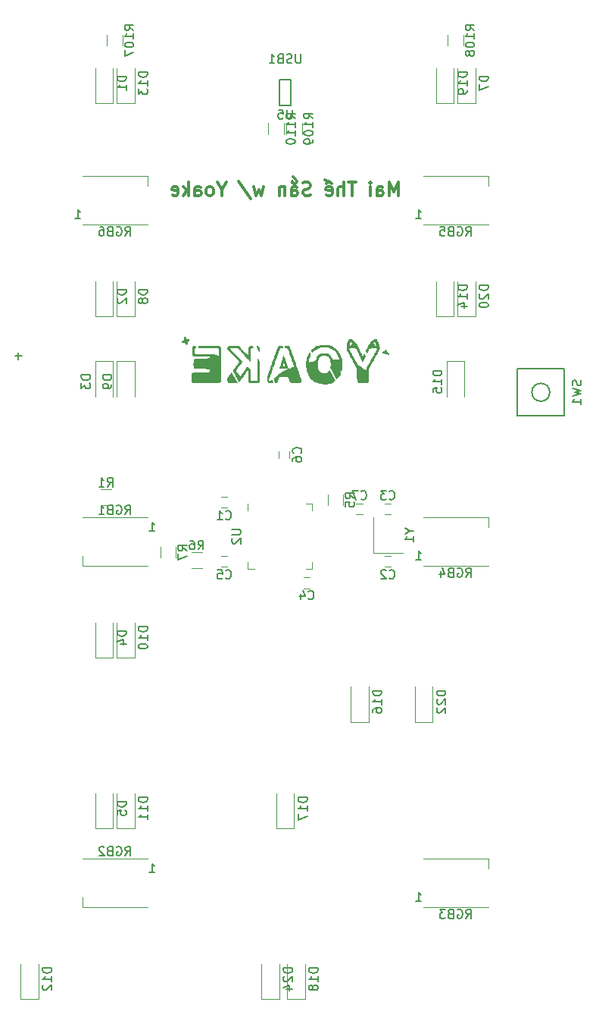
<source format=gbr>
%TF.GenerationSoftware,KiCad,Pcbnew,(5.1.10)-1*%
%TF.CreationDate,2021-08-07T17:21:30+07:00*%
%TF.ProjectId,numbowl,6e756d62-6f77-46c2-9e6b-696361645f70,rev?*%
%TF.SameCoordinates,Original*%
%TF.FileFunction,Legend,Bot*%
%TF.FilePolarity,Positive*%
%FSLAX46Y46*%
G04 Gerber Fmt 4.6, Leading zero omitted, Abs format (unit mm)*
G04 Created by KiCad (PCBNEW (5.1.10)-1) date 2021-08-07 17:21:30*
%MOMM*%
%LPD*%
G01*
G04 APERTURE LIST*
%ADD10C,0.300000*%
%ADD11C,0.010000*%
%ADD12C,0.120000*%
%ADD13C,0.150000*%
G04 APERTURE END LIST*
D10*
X231683062Y-64972591D02*
X231683062Y-63472591D01*
X231183062Y-64544020D01*
X230683062Y-63472591D01*
X230683062Y-64972591D01*
X229325920Y-64972591D02*
X229325920Y-64186877D01*
X229397348Y-64044020D01*
X229540205Y-63972591D01*
X229825920Y-63972591D01*
X229968777Y-64044020D01*
X229325920Y-64901162D02*
X229468777Y-64972591D01*
X229825920Y-64972591D01*
X229968777Y-64901162D01*
X230040205Y-64758305D01*
X230040205Y-64615448D01*
X229968777Y-64472591D01*
X229825920Y-64401162D01*
X229468777Y-64401162D01*
X229325920Y-64329734D01*
X228611634Y-64972591D02*
X228611634Y-63972591D01*
X228611634Y-63472591D02*
X228683062Y-63544020D01*
X228611634Y-63615448D01*
X228540205Y-63544020D01*
X228611634Y-63472591D01*
X228611634Y-63615448D01*
X226968777Y-63472591D02*
X226111634Y-63472591D01*
X226540205Y-64972591D02*
X226540205Y-63472591D01*
X225611634Y-64972591D02*
X225611634Y-63472591D01*
X224968777Y-64972591D02*
X224968777Y-64186877D01*
X225040205Y-64044020D01*
X225183062Y-63972591D01*
X225397348Y-63972591D01*
X225540205Y-64044020D01*
X225611634Y-64115448D01*
X223683062Y-64901162D02*
X223825920Y-64972591D01*
X224111634Y-64972591D01*
X224254491Y-64901162D01*
X224325920Y-64758305D01*
X224325920Y-64186877D01*
X224254491Y-64044020D01*
X224111634Y-63972591D01*
X223825920Y-63972591D01*
X223683062Y-64044020D01*
X223611634Y-64186877D01*
X223611634Y-64329734D01*
X224325920Y-64472591D01*
X223754491Y-63401162D02*
X223540205Y-63186877D01*
X224254491Y-63615448D02*
X223968777Y-63401162D01*
X223683062Y-63615448D01*
X221897348Y-64901162D02*
X221683062Y-64972591D01*
X221325920Y-64972591D01*
X221183062Y-64901162D01*
X221111634Y-64829734D01*
X221040205Y-64686877D01*
X221040205Y-64544020D01*
X221111634Y-64401162D01*
X221183062Y-64329734D01*
X221325920Y-64258305D01*
X221611634Y-64186877D01*
X221754491Y-64115448D01*
X221825920Y-64044020D01*
X221897348Y-63901162D01*
X221897348Y-63758305D01*
X221825920Y-63615448D01*
X221754491Y-63544020D01*
X221611634Y-63472591D01*
X221254491Y-63472591D01*
X221040205Y-63544020D01*
X219754491Y-64972591D02*
X219754491Y-64186877D01*
X219825920Y-64044020D01*
X219968777Y-63972591D01*
X220254491Y-63972591D01*
X220397348Y-64044020D01*
X219754491Y-64901162D02*
X219897348Y-64972591D01*
X220254491Y-64972591D01*
X220397348Y-64901162D01*
X220468777Y-64758305D01*
X220468777Y-64615448D01*
X220397348Y-64472591D01*
X220254491Y-64401162D01*
X219897348Y-64401162D01*
X219754491Y-64329734D01*
X220397348Y-63401162D02*
X220325920Y-63544020D01*
X220183062Y-63615448D01*
X220040205Y-63615448D01*
X219897348Y-63544020D01*
X219825920Y-63401162D01*
X219968777Y-62901162D02*
X220183062Y-63115448D01*
X219040205Y-63972591D02*
X219040205Y-64972591D01*
X219040205Y-64115448D02*
X218968777Y-64044020D01*
X218825920Y-63972591D01*
X218611634Y-63972591D01*
X218468777Y-64044020D01*
X218397348Y-64186877D01*
X218397348Y-64972591D01*
X216683062Y-63972591D02*
X216397348Y-64972591D01*
X216111634Y-64258305D01*
X215825920Y-64972591D01*
X215540205Y-63972591D01*
X213897348Y-63401162D02*
X215183062Y-65329734D01*
X211968777Y-64258305D02*
X211968777Y-64972591D01*
X212468777Y-63472591D02*
X211968777Y-64258305D01*
X211468777Y-63472591D01*
X210754491Y-64972591D02*
X210897348Y-64901162D01*
X210968777Y-64829734D01*
X211040205Y-64686877D01*
X211040205Y-64258305D01*
X210968777Y-64115448D01*
X210897348Y-64044020D01*
X210754491Y-63972591D01*
X210540205Y-63972591D01*
X210397348Y-64044020D01*
X210325920Y-64115448D01*
X210254491Y-64258305D01*
X210254491Y-64686877D01*
X210325920Y-64829734D01*
X210397348Y-64901162D01*
X210540205Y-64972591D01*
X210754491Y-64972591D01*
X208968777Y-64972591D02*
X208968777Y-64186877D01*
X209040205Y-64044020D01*
X209183062Y-63972591D01*
X209468777Y-63972591D01*
X209611634Y-64044020D01*
X208968777Y-64901162D02*
X209111634Y-64972591D01*
X209468777Y-64972591D01*
X209611634Y-64901162D01*
X209683062Y-64758305D01*
X209683062Y-64615448D01*
X209611634Y-64472591D01*
X209468777Y-64401162D01*
X209111634Y-64401162D01*
X208968777Y-64329734D01*
X208254491Y-64972591D02*
X208254491Y-63472591D01*
X208111634Y-64401162D02*
X207683062Y-64972591D01*
X207683062Y-63972591D02*
X208254491Y-64544020D01*
X206468777Y-64901162D02*
X206611634Y-64972591D01*
X206897348Y-64972591D01*
X207040205Y-64901162D01*
X207111634Y-64758305D01*
X207111634Y-64186877D01*
X207040205Y-64044020D01*
X206897348Y-63972591D01*
X206611634Y-63972591D01*
X206468777Y-64044020D01*
X206397348Y-64186877D01*
X206397348Y-64329734D01*
X207111634Y-64472591D01*
D11*
%TO.C,G\u002A\u002A\u002A*%
G36*
X207815025Y-80746737D02*
G01*
X207791666Y-80753400D01*
X207752247Y-80773669D01*
X207732950Y-80803644D01*
X207732839Y-80846378D01*
X207747697Y-80896520D01*
X207767728Y-80966361D01*
X207772331Y-81027088D01*
X207765031Y-81063881D01*
X207744323Y-81087713D01*
X207703425Y-81111064D01*
X207647459Y-81131345D01*
X207615539Y-81139499D01*
X207563050Y-81159544D01*
X207527838Y-81189712D01*
X207511287Y-81225627D01*
X207514777Y-81262911D01*
X207539693Y-81297187D01*
X207561033Y-81312064D01*
X207583803Y-81322490D01*
X207605578Y-81323502D01*
X207636201Y-81314607D01*
X207655265Y-81307329D01*
X207703183Y-81291562D01*
X207752008Y-81280045D01*
X207767679Y-81277675D01*
X207803909Y-81276315D01*
X207828314Y-81286176D01*
X207852916Y-81311379D01*
X207882896Y-81359142D01*
X207904498Y-81416268D01*
X207912550Y-81467675D01*
X207923659Y-81501686D01*
X207952045Y-81525880D01*
X207990661Y-81537747D01*
X208032456Y-81534778D01*
X208062195Y-81520929D01*
X208081118Y-81501446D01*
X208088761Y-81474362D01*
X208085158Y-81435090D01*
X208070338Y-81379041D01*
X208063342Y-81357148D01*
X208049164Y-81310546D01*
X208043585Y-81279194D01*
X208045889Y-81254711D01*
X208052850Y-81234622D01*
X208078097Y-81201008D01*
X208119538Y-81171770D01*
X208167984Y-81152274D01*
X208202380Y-81147278D01*
X208241023Y-81139671D01*
X208277688Y-81121547D01*
X208296601Y-81103823D01*
X208304793Y-81075023D01*
X208304048Y-81036559D01*
X208295190Y-81002213D01*
X208289993Y-80993273D01*
X208262602Y-80970606D01*
X208224982Y-80964488D01*
X208173011Y-80974583D01*
X208150604Y-80981906D01*
X208083945Y-81001351D01*
X208033562Y-81005988D01*
X207995009Y-80995694D01*
X207970076Y-80977009D01*
X207953093Y-80956450D01*
X207939186Y-80929474D01*
X207926166Y-80890393D01*
X207911847Y-80833516D01*
X207907342Y-80813785D01*
X207890847Y-80780712D01*
X207868452Y-80758666D01*
X207842391Y-80746080D01*
X207815025Y-80746737D01*
G37*
X207815025Y-80746737D02*
X207791666Y-80753400D01*
X207752247Y-80773669D01*
X207732950Y-80803644D01*
X207732839Y-80846378D01*
X207747697Y-80896520D01*
X207767728Y-80966361D01*
X207772331Y-81027088D01*
X207765031Y-81063881D01*
X207744323Y-81087713D01*
X207703425Y-81111064D01*
X207647459Y-81131345D01*
X207615539Y-81139499D01*
X207563050Y-81159544D01*
X207527838Y-81189712D01*
X207511287Y-81225627D01*
X207514777Y-81262911D01*
X207539693Y-81297187D01*
X207561033Y-81312064D01*
X207583803Y-81322490D01*
X207605578Y-81323502D01*
X207636201Y-81314607D01*
X207655265Y-81307329D01*
X207703183Y-81291562D01*
X207752008Y-81280045D01*
X207767679Y-81277675D01*
X207803909Y-81276315D01*
X207828314Y-81286176D01*
X207852916Y-81311379D01*
X207882896Y-81359142D01*
X207904498Y-81416268D01*
X207912550Y-81467675D01*
X207923659Y-81501686D01*
X207952045Y-81525880D01*
X207990661Y-81537747D01*
X208032456Y-81534778D01*
X208062195Y-81520929D01*
X208081118Y-81501446D01*
X208088761Y-81474362D01*
X208085158Y-81435090D01*
X208070338Y-81379041D01*
X208063342Y-81357148D01*
X208049164Y-81310546D01*
X208043585Y-81279194D01*
X208045889Y-81254711D01*
X208052850Y-81234622D01*
X208078097Y-81201008D01*
X208119538Y-81171770D01*
X208167984Y-81152274D01*
X208202380Y-81147278D01*
X208241023Y-81139671D01*
X208277688Y-81121547D01*
X208296601Y-81103823D01*
X208304793Y-81075023D01*
X208304048Y-81036559D01*
X208295190Y-81002213D01*
X208289993Y-80993273D01*
X208262602Y-80970606D01*
X208224982Y-80964488D01*
X208173011Y-80974583D01*
X208150604Y-80981906D01*
X208083945Y-81001351D01*
X208033562Y-81005988D01*
X207995009Y-80995694D01*
X207970076Y-80977009D01*
X207953093Y-80956450D01*
X207939186Y-80929474D01*
X207926166Y-80890393D01*
X207911847Y-80833516D01*
X207907342Y-80813785D01*
X207890847Y-80780712D01*
X207868452Y-80758666D01*
X207842391Y-80746080D01*
X207815025Y-80746737D01*
G36*
X215891762Y-81748825D02*
G01*
X215895786Y-81760576D01*
X215908203Y-81791930D01*
X215927442Y-81839126D01*
X215951931Y-81898401D01*
X215980099Y-81965995D01*
X216010374Y-82038148D01*
X216041185Y-82111096D01*
X216070961Y-82181080D01*
X216098129Y-82244338D01*
X216115213Y-82283650D01*
X216121791Y-82291386D01*
X216127707Y-82280036D01*
X216133830Y-82247122D01*
X216137448Y-82220150D01*
X216143203Y-82158538D01*
X216146887Y-82088538D01*
X216147694Y-82036000D01*
X216138812Y-81946900D01*
X216114158Y-81876605D01*
X216074012Y-81825808D01*
X216058245Y-81813983D01*
X216032906Y-81800257D01*
X215996895Y-81784004D01*
X215957517Y-81768084D01*
X215922081Y-81755358D01*
X215897891Y-81748684D01*
X215891762Y-81748825D01*
G37*
X215891762Y-81748825D02*
X215895786Y-81760576D01*
X215908203Y-81791930D01*
X215927442Y-81839126D01*
X215951931Y-81898401D01*
X215980099Y-81965995D01*
X216010374Y-82038148D01*
X216041185Y-82111096D01*
X216070961Y-82181080D01*
X216098129Y-82244338D01*
X216115213Y-82283650D01*
X216121791Y-82291386D01*
X216127707Y-82280036D01*
X216133830Y-82247122D01*
X216137448Y-82220150D01*
X216143203Y-82158538D01*
X216146887Y-82088538D01*
X216147694Y-82036000D01*
X216138812Y-81946900D01*
X216114158Y-81876605D01*
X216074012Y-81825808D01*
X216058245Y-81813983D01*
X216032906Y-81800257D01*
X215996895Y-81784004D01*
X215957517Y-81768084D01*
X215922081Y-81755358D01*
X215897891Y-81748684D01*
X215891762Y-81748825D01*
G36*
X230285346Y-82171495D02*
G01*
X230258447Y-82191573D01*
X230218177Y-82222990D01*
X230167639Y-82263323D01*
X230109936Y-82310152D01*
X230108620Y-82311228D01*
X230051134Y-82358566D01*
X230001341Y-82400172D01*
X229962234Y-82433493D01*
X229936806Y-82455979D01*
X229928051Y-82465079D01*
X229928068Y-82465110D01*
X229940327Y-82469300D01*
X229973171Y-82479465D01*
X230022798Y-82494482D01*
X230085407Y-82513227D01*
X230157195Y-82534576D01*
X230234361Y-82557405D01*
X230313102Y-82580590D01*
X230389616Y-82603008D01*
X230460101Y-82623533D01*
X230520755Y-82641043D01*
X230567776Y-82654414D01*
X230579910Y-82657797D01*
X230622149Y-82669485D01*
X230599627Y-82635317D01*
X230585935Y-82614294D01*
X230561019Y-82575793D01*
X230527387Y-82523702D01*
X230487551Y-82461911D01*
X230444021Y-82394306D01*
X230438193Y-82385250D01*
X230395927Y-82319619D01*
X230358492Y-82261607D01*
X230328003Y-82214479D01*
X230306572Y-82181499D01*
X230296311Y-82165932D01*
X230295771Y-82165178D01*
X230285346Y-82171495D01*
G37*
X230285346Y-82171495D02*
X230258447Y-82191573D01*
X230218177Y-82222990D01*
X230167639Y-82263323D01*
X230109936Y-82310152D01*
X230108620Y-82311228D01*
X230051134Y-82358566D01*
X230001341Y-82400172D01*
X229962234Y-82433493D01*
X229936806Y-82455979D01*
X229928051Y-82465079D01*
X229928068Y-82465110D01*
X229940327Y-82469300D01*
X229973171Y-82479465D01*
X230022798Y-82494482D01*
X230085407Y-82513227D01*
X230157195Y-82534576D01*
X230234361Y-82557405D01*
X230313102Y-82580590D01*
X230389616Y-82603008D01*
X230460101Y-82623533D01*
X230520755Y-82641043D01*
X230567776Y-82654414D01*
X230579910Y-82657797D01*
X230622149Y-82669485D01*
X230599627Y-82635317D01*
X230585935Y-82614294D01*
X230561019Y-82575793D01*
X230527387Y-82523702D01*
X230487551Y-82461911D01*
X230444021Y-82394306D01*
X230438193Y-82385250D01*
X230395927Y-82319619D01*
X230358492Y-82261607D01*
X230328003Y-82214479D01*
X230306572Y-82181499D01*
X230296311Y-82165932D01*
X230295771Y-82165178D01*
X230285346Y-82171495D01*
G36*
X218671589Y-83510473D02*
G01*
X218630433Y-83634173D01*
X218592080Y-83750971D01*
X218557243Y-83858593D01*
X218526633Y-83954765D01*
X218500962Y-84037212D01*
X218480943Y-84103662D01*
X218467287Y-84151840D01*
X218460707Y-84179472D01*
X218460347Y-84185052D01*
X218478063Y-84204158D01*
X218495814Y-84211861D01*
X218514988Y-84213459D01*
X218556262Y-84214939D01*
X218616337Y-84216250D01*
X218691913Y-84217338D01*
X218779690Y-84218151D01*
X218876369Y-84218636D01*
X218926695Y-84218738D01*
X219045047Y-84218626D01*
X219139928Y-84217967D01*
X219213262Y-84216691D01*
X219266975Y-84214726D01*
X219302990Y-84212001D01*
X219323232Y-84208447D01*
X219329626Y-84203992D01*
X219329626Y-84203906D01*
X219325701Y-84189300D01*
X219314519Y-84152817D01*
X219296802Y-84096697D01*
X219273272Y-84023178D01*
X219264876Y-83997164D01*
X219063220Y-83997164D01*
X219051281Y-83999809D01*
X219018503Y-84002030D01*
X218969446Y-84003638D01*
X218908672Y-84004443D01*
X218886690Y-84004500D01*
X218710159Y-84004500D01*
X218754633Y-83855275D01*
X218778339Y-83779479D01*
X218803530Y-83705353D01*
X218828625Y-83636926D01*
X218852045Y-83578229D01*
X218872209Y-83533292D01*
X218887537Y-83506145D01*
X218893884Y-83500028D01*
X218900035Y-83510564D01*
X218912438Y-83540985D01*
X218929626Y-83586982D01*
X218950128Y-83644241D01*
X218972478Y-83708451D01*
X218995205Y-83775300D01*
X219016841Y-83840477D01*
X219035918Y-83899671D01*
X219050967Y-83948568D01*
X219060519Y-83982858D01*
X219063220Y-83997164D01*
X219264876Y-83997164D01*
X219244650Y-83934497D01*
X219211658Y-83832895D01*
X219175016Y-83720609D01*
X219135447Y-83599877D01*
X219109986Y-83522450D01*
X218890641Y-82856250D01*
X218671589Y-83510473D01*
G37*
X218671589Y-83510473D02*
X218630433Y-83634173D01*
X218592080Y-83750971D01*
X218557243Y-83858593D01*
X218526633Y-83954765D01*
X218500962Y-84037212D01*
X218480943Y-84103662D01*
X218467287Y-84151840D01*
X218460707Y-84179472D01*
X218460347Y-84185052D01*
X218478063Y-84204158D01*
X218495814Y-84211861D01*
X218514988Y-84213459D01*
X218556262Y-84214939D01*
X218616337Y-84216250D01*
X218691913Y-84217338D01*
X218779690Y-84218151D01*
X218876369Y-84218636D01*
X218926695Y-84218738D01*
X219045047Y-84218626D01*
X219139928Y-84217967D01*
X219213262Y-84216691D01*
X219266975Y-84214726D01*
X219302990Y-84212001D01*
X219323232Y-84208447D01*
X219329626Y-84203992D01*
X219329626Y-84203906D01*
X219325701Y-84189300D01*
X219314519Y-84152817D01*
X219296802Y-84096697D01*
X219273272Y-84023178D01*
X219264876Y-83997164D01*
X219063220Y-83997164D01*
X219051281Y-83999809D01*
X219018503Y-84002030D01*
X218969446Y-84003638D01*
X218908672Y-84004443D01*
X218886690Y-84004500D01*
X218710159Y-84004500D01*
X218754633Y-83855275D01*
X218778339Y-83779479D01*
X218803530Y-83705353D01*
X218828625Y-83636926D01*
X218852045Y-83578229D01*
X218872209Y-83533292D01*
X218887537Y-83506145D01*
X218893884Y-83500028D01*
X218900035Y-83510564D01*
X218912438Y-83540985D01*
X218929626Y-83586982D01*
X218950128Y-83644241D01*
X218972478Y-83708451D01*
X218995205Y-83775300D01*
X219016841Y-83840477D01*
X219035918Y-83899671D01*
X219050967Y-83948568D01*
X219060519Y-83982858D01*
X219063220Y-83997164D01*
X219264876Y-83997164D01*
X219244650Y-83934497D01*
X219211658Y-83832895D01*
X219175016Y-83720609D01*
X219135447Y-83599877D01*
X219109986Y-83522450D01*
X218890641Y-82856250D01*
X218671589Y-83510473D01*
G36*
X218515568Y-81734686D02*
G01*
X218422964Y-81747291D01*
X218349645Y-81772522D01*
X218291701Y-81812653D01*
X218245225Y-81869955D01*
X218226650Y-81902650D01*
X218218671Y-81921864D01*
X218202903Y-81963272D01*
X218179983Y-82025105D01*
X218150549Y-82105593D01*
X218115236Y-82202969D01*
X218074684Y-82315464D01*
X218029529Y-82441309D01*
X217980408Y-82578737D01*
X217927958Y-82725978D01*
X217872818Y-82881264D01*
X217815624Y-83042827D01*
X217807894Y-83064700D01*
X217745705Y-83240605D01*
X217682136Y-83420214D01*
X217618212Y-83600644D01*
X217554956Y-83779011D01*
X217493393Y-83952432D01*
X217434549Y-84118025D01*
X217379445Y-84272906D01*
X217329109Y-84414191D01*
X217284562Y-84538998D01*
X217246831Y-84644444D01*
X217228094Y-84696650D01*
X217181850Y-84825699D01*
X217143641Y-84933397D01*
X217112691Y-85022213D01*
X217088226Y-85094620D01*
X217069470Y-85153088D01*
X217055646Y-85200087D01*
X217045979Y-85238089D01*
X217039694Y-85269565D01*
X217036015Y-85296986D01*
X217034730Y-85312600D01*
X217033102Y-85375624D01*
X217038715Y-85426329D01*
X217052999Y-85477120D01*
X217054073Y-85480184D01*
X217063289Y-85507437D01*
X217071267Y-85531455D01*
X217078627Y-85550944D01*
X217085990Y-85564614D01*
X217093976Y-85571172D01*
X217103206Y-85569327D01*
X217114300Y-85557786D01*
X217127879Y-85535259D01*
X217144562Y-85500452D01*
X217164971Y-85452075D01*
X217189726Y-85388836D01*
X217219448Y-85309443D01*
X217254756Y-85212604D01*
X217296272Y-85097027D01*
X217344615Y-84961421D01*
X217400407Y-84804493D01*
X217462596Y-84629645D01*
X217525612Y-84452567D01*
X217593119Y-84262732D01*
X217663587Y-84064457D01*
X217735481Y-83862056D01*
X217807272Y-83659848D01*
X217877425Y-83462147D01*
X217944410Y-83273271D01*
X218006693Y-83097534D01*
X218062743Y-82939254D01*
X218087887Y-82868189D01*
X218136345Y-82731623D01*
X218182950Y-82601103D01*
X218226919Y-82478774D01*
X218267465Y-82366784D01*
X218303804Y-82267278D01*
X218335151Y-82182401D01*
X218360720Y-82114301D01*
X218379727Y-82065122D01*
X218391387Y-82037012D01*
X218393593Y-82032537D01*
X218423232Y-81989020D01*
X218457774Y-81959982D01*
X218502469Y-81943217D01*
X218562571Y-81936518D01*
X218621488Y-81936790D01*
X218739370Y-81940750D01*
X218743254Y-81900762D01*
X218740797Y-81861667D01*
X218729646Y-81819134D01*
X218727836Y-81814580D01*
X218701861Y-81774234D01*
X218661954Y-81748059D01*
X218605232Y-81734972D01*
X218528812Y-81733888D01*
X218515568Y-81734686D01*
G37*
X218515568Y-81734686D02*
X218422964Y-81747291D01*
X218349645Y-81772522D01*
X218291701Y-81812653D01*
X218245225Y-81869955D01*
X218226650Y-81902650D01*
X218218671Y-81921864D01*
X218202903Y-81963272D01*
X218179983Y-82025105D01*
X218150549Y-82105593D01*
X218115236Y-82202969D01*
X218074684Y-82315464D01*
X218029529Y-82441309D01*
X217980408Y-82578737D01*
X217927958Y-82725978D01*
X217872818Y-82881264D01*
X217815624Y-83042827D01*
X217807894Y-83064700D01*
X217745705Y-83240605D01*
X217682136Y-83420214D01*
X217618212Y-83600644D01*
X217554956Y-83779011D01*
X217493393Y-83952432D01*
X217434549Y-84118025D01*
X217379445Y-84272906D01*
X217329109Y-84414191D01*
X217284562Y-84538998D01*
X217246831Y-84644444D01*
X217228094Y-84696650D01*
X217181850Y-84825699D01*
X217143641Y-84933397D01*
X217112691Y-85022213D01*
X217088226Y-85094620D01*
X217069470Y-85153088D01*
X217055646Y-85200087D01*
X217045979Y-85238089D01*
X217039694Y-85269565D01*
X217036015Y-85296986D01*
X217034730Y-85312600D01*
X217033102Y-85375624D01*
X217038715Y-85426329D01*
X217052999Y-85477120D01*
X217054073Y-85480184D01*
X217063289Y-85507437D01*
X217071267Y-85531455D01*
X217078627Y-85550944D01*
X217085990Y-85564614D01*
X217093976Y-85571172D01*
X217103206Y-85569327D01*
X217114300Y-85557786D01*
X217127879Y-85535259D01*
X217144562Y-85500452D01*
X217164971Y-85452075D01*
X217189726Y-85388836D01*
X217219448Y-85309443D01*
X217254756Y-85212604D01*
X217296272Y-85097027D01*
X217344615Y-84961421D01*
X217400407Y-84804493D01*
X217462596Y-84629645D01*
X217525612Y-84452567D01*
X217593119Y-84262732D01*
X217663587Y-84064457D01*
X217735481Y-83862056D01*
X217807272Y-83659848D01*
X217877425Y-83462147D01*
X217944410Y-83273271D01*
X218006693Y-83097534D01*
X218062743Y-82939254D01*
X218087887Y-82868189D01*
X218136345Y-82731623D01*
X218182950Y-82601103D01*
X218226919Y-82478774D01*
X218267465Y-82366784D01*
X218303804Y-82267278D01*
X218335151Y-82182401D01*
X218360720Y-82114301D01*
X218379727Y-82065122D01*
X218391387Y-82037012D01*
X218393593Y-82032537D01*
X218423232Y-81989020D01*
X218457774Y-81959982D01*
X218502469Y-81943217D01*
X218562571Y-81936518D01*
X218621488Y-81936790D01*
X218739370Y-81940750D01*
X218743254Y-81900762D01*
X218740797Y-81861667D01*
X218729646Y-81819134D01*
X218727836Y-81814580D01*
X218701861Y-81774234D01*
X218661954Y-81748059D01*
X218605232Y-81734972D01*
X218528812Y-81733888D01*
X218515568Y-81734686D01*
G36*
X215191848Y-81744574D02*
G01*
X215108995Y-81763754D01*
X215046723Y-81792615D01*
X215001332Y-81833369D01*
X214975754Y-81873855D01*
X214967973Y-81890202D01*
X214961629Y-81906553D01*
X214956528Y-81925660D01*
X214952477Y-81950274D01*
X214949281Y-81983148D01*
X214946746Y-82027034D01*
X214944680Y-82084684D01*
X214942887Y-82158851D01*
X214941175Y-82252286D01*
X214939350Y-82367741D01*
X214938900Y-82397309D01*
X214931863Y-82860657D01*
X214894941Y-82838853D01*
X214875342Y-82823100D01*
X214841899Y-82791681D01*
X214797793Y-82747781D01*
X214746207Y-82694582D01*
X214690323Y-82635267D01*
X214676370Y-82620200D01*
X214618476Y-82557450D01*
X214547769Y-82480797D01*
X214468651Y-82395013D01*
X214385524Y-82304870D01*
X214302789Y-82215142D01*
X214225444Y-82131250D01*
X214139198Y-82038244D01*
X214067556Y-81962450D01*
X214008392Y-81901965D01*
X213959580Y-81854888D01*
X213918996Y-81819318D01*
X213884513Y-81793354D01*
X213854006Y-81775092D01*
X213825349Y-81762634D01*
X213806860Y-81756788D01*
X213780321Y-81753076D01*
X213732058Y-81749984D01*
X213665624Y-81747504D01*
X213584571Y-81745629D01*
X213492454Y-81744349D01*
X213392825Y-81743655D01*
X213289238Y-81743541D01*
X213185246Y-81743997D01*
X213084402Y-81745015D01*
X212990259Y-81746586D01*
X212906372Y-81748702D01*
X212836292Y-81751355D01*
X212783574Y-81754537D01*
X212751770Y-81758238D01*
X212747353Y-81759289D01*
X212684371Y-81790384D01*
X212635601Y-81838667D01*
X212603132Y-81899006D01*
X212589054Y-81966268D01*
X212595455Y-82035320D01*
X212614795Y-82084906D01*
X212628811Y-82103372D01*
X212659500Y-82138436D01*
X212705568Y-82188739D01*
X212765722Y-82252925D01*
X212838667Y-82329637D01*
X212923111Y-82417516D01*
X213017759Y-82515207D01*
X213121318Y-82621351D01*
X213232493Y-82734592D01*
X213280866Y-82783658D01*
X213401885Y-82906599D01*
X213512844Y-83019997D01*
X213612769Y-83122826D01*
X213700683Y-83214063D01*
X213775612Y-83292683D01*
X213836580Y-83357662D01*
X213882613Y-83407975D01*
X213912733Y-83442597D01*
X213925968Y-83460506D01*
X213926453Y-83461751D01*
X213929205Y-83476605D01*
X213928480Y-83491755D01*
X213922590Y-83510029D01*
X213909846Y-83534254D01*
X213888559Y-83567256D01*
X213857041Y-83611862D01*
X213813603Y-83670899D01*
X213756556Y-83747194D01*
X213753527Y-83751232D01*
X213669551Y-83863546D01*
X213589525Y-83971325D01*
X213514914Y-84072548D01*
X213447183Y-84165195D01*
X213387795Y-84247245D01*
X213338216Y-84316677D01*
X213299909Y-84371471D01*
X213274338Y-84409607D01*
X213264208Y-84426427D01*
X213253723Y-84452175D01*
X213250081Y-84479354D01*
X213254384Y-84511423D01*
X213267731Y-84551843D01*
X213291223Y-84604071D01*
X213325960Y-84671569D01*
X213364940Y-84743152D01*
X213398340Y-84803897D01*
X213441254Y-84882361D01*
X213491155Y-84973901D01*
X213545516Y-85073870D01*
X213601808Y-85177625D01*
X213657506Y-85280521D01*
X213678270Y-85318950D01*
X213726907Y-85408927D01*
X213771662Y-85491557D01*
X213811121Y-85564238D01*
X213843868Y-85624374D01*
X213868488Y-85669363D01*
X213883568Y-85696608D01*
X213887793Y-85703865D01*
X213895449Y-85694381D01*
X213916265Y-85665699D01*
X213949023Y-85619560D01*
X213992508Y-85557707D01*
X214045502Y-85481881D01*
X214106789Y-85393824D01*
X214175152Y-85295279D01*
X214249376Y-85187986D01*
X214328243Y-85073688D01*
X214351252Y-85040290D01*
X214431377Y-84924162D01*
X214507370Y-84814446D01*
X214577995Y-84712900D01*
X214642016Y-84621281D01*
X214698196Y-84541346D01*
X214745300Y-84474852D01*
X214782092Y-84423556D01*
X214807336Y-84389214D01*
X214819795Y-84373584D01*
X214820815Y-84372800D01*
X214840296Y-84381410D01*
X214867770Y-84402518D01*
X214895059Y-84429036D01*
X214913576Y-84453159D01*
X214917746Y-84467798D01*
X214921440Y-84497267D01*
X214924718Y-84543105D01*
X214927639Y-84606846D01*
X214930262Y-84690027D01*
X214932646Y-84794183D01*
X214934850Y-84920851D01*
X214936690Y-85052250D01*
X214938611Y-85195420D01*
X214940546Y-85315529D01*
X214942729Y-85414914D01*
X214945393Y-85495911D01*
X214948772Y-85560858D01*
X214953098Y-85612093D01*
X214958605Y-85651952D01*
X214965527Y-85682772D01*
X214974098Y-85706892D01*
X214984549Y-85726647D01*
X214997116Y-85744377D01*
X215007012Y-85756496D01*
X215026362Y-85776827D01*
X215048540Y-85793264D01*
X215076309Y-85806204D01*
X215112426Y-85816040D01*
X215159654Y-85823168D01*
X215220751Y-85827982D01*
X215298478Y-85830876D01*
X215395596Y-85832246D01*
X215514864Y-85832487D01*
X215538101Y-85832442D01*
X215668863Y-85831605D01*
X215775260Y-85829732D01*
X215858308Y-85826784D01*
X215919021Y-85822720D01*
X215958415Y-85817501D01*
X215966343Y-85815674D01*
X216034053Y-85791062D01*
X216081624Y-85757831D01*
X216112242Y-85715705D01*
X216120287Y-85694451D01*
X216127346Y-85662777D01*
X216133460Y-85619360D01*
X216138670Y-85562875D01*
X216143016Y-85492001D01*
X216146539Y-85405412D01*
X216149279Y-85301786D01*
X216151278Y-85179799D01*
X216152576Y-85038128D01*
X216153214Y-84875449D01*
X216153233Y-84690439D01*
X216152673Y-84481775D01*
X216152383Y-84410985D01*
X216148569Y-83540950D01*
X216119757Y-83473201D01*
X216099399Y-83431102D01*
X216070002Y-83377367D01*
X216036784Y-83321379D01*
X216024508Y-83301876D01*
X215958070Y-83198300D01*
X215951720Y-84379275D01*
X215950684Y-84550669D01*
X215949466Y-84715074D01*
X215948093Y-84870681D01*
X215946590Y-85015682D01*
X215944985Y-85148269D01*
X215943302Y-85266633D01*
X215941568Y-85368965D01*
X215939810Y-85453458D01*
X215938053Y-85518303D01*
X215936323Y-85561691D01*
X215934646Y-85581814D01*
X215934351Y-85582827D01*
X215913679Y-85608325D01*
X215901076Y-85617316D01*
X215881825Y-85620872D01*
X215841365Y-85623779D01*
X215783878Y-85626039D01*
X215713544Y-85627654D01*
X215634548Y-85628625D01*
X215551070Y-85628955D01*
X215467292Y-85628644D01*
X215387397Y-85627696D01*
X215315567Y-85626111D01*
X215255983Y-85623892D01*
X215212829Y-85621040D01*
X215190285Y-85617558D01*
X215188991Y-85617009D01*
X215177468Y-85608954D01*
X215167883Y-85596746D01*
X215160062Y-85578172D01*
X215153828Y-85551019D01*
X215149007Y-85513073D01*
X215145422Y-85462120D01*
X215142898Y-85395947D01*
X215141260Y-85312340D01*
X215140332Y-85209086D01*
X215139938Y-85083970D01*
X215139885Y-84997777D01*
X215139880Y-84473405D01*
X215100509Y-84399538D01*
X215069876Y-84348141D01*
X215030258Y-84290315D01*
X214985828Y-84231292D01*
X214940758Y-84176308D01*
X214899220Y-84130597D01*
X214865387Y-84099393D01*
X214856000Y-84092783D01*
X214819104Y-84074850D01*
X214789199Y-84074158D01*
X214761424Y-84092692D01*
X214730917Y-84132437D01*
X214721068Y-84147886D01*
X214700956Y-84179075D01*
X214669816Y-84225857D01*
X214629378Y-84285736D01*
X214581375Y-84356216D01*
X214527538Y-84434803D01*
X214469598Y-84519001D01*
X214409287Y-84606314D01*
X214348337Y-84694248D01*
X214288479Y-84780307D01*
X214231444Y-84861997D01*
X214178964Y-84936820D01*
X214132771Y-85002283D01*
X214094596Y-85055890D01*
X214066171Y-85095145D01*
X214049226Y-85117554D01*
X214045188Y-85121904D01*
X214030651Y-85113217D01*
X214001667Y-85088707D01*
X213961059Y-85051177D01*
X213911650Y-85003429D01*
X213856264Y-84948265D01*
X213797725Y-84888486D01*
X213738855Y-84826896D01*
X213682478Y-84766296D01*
X213644366Y-84724120D01*
X213583227Y-84654472D01*
X213538260Y-84599882D01*
X213508078Y-84557050D01*
X213491297Y-84522679D01*
X213486530Y-84493470D01*
X213492391Y-84466125D01*
X213507496Y-84437347D01*
X213517525Y-84422197D01*
X213537523Y-84393717D01*
X213570137Y-84347971D01*
X213613012Y-84288212D01*
X213663793Y-84217691D01*
X213720125Y-84139663D01*
X213779652Y-84057379D01*
X213840020Y-83974091D01*
X213898872Y-83893052D01*
X213953853Y-83817515D01*
X214002608Y-83750732D01*
X214042783Y-83695955D01*
X214072020Y-83656437D01*
X214073370Y-83654629D01*
X214120100Y-83590822D01*
X214152568Y-83542705D01*
X214172708Y-83506402D01*
X214182450Y-83478033D01*
X214183726Y-83453722D01*
X214181006Y-83438556D01*
X214170102Y-83422146D01*
X214141419Y-83388298D01*
X214095297Y-83337371D01*
X214032080Y-83269724D01*
X213952109Y-83185717D01*
X213855725Y-83085710D01*
X213743271Y-82970062D01*
X213615088Y-82839132D01*
X213496769Y-82718884D01*
X213388190Y-82608600D01*
X213284608Y-82503098D01*
X213187442Y-82403839D01*
X213098110Y-82312286D01*
X213018029Y-82229900D01*
X212948616Y-82158143D01*
X212891289Y-82098478D01*
X212847465Y-82052365D01*
X212818562Y-82021267D01*
X212805998Y-82006646D01*
X212805746Y-82006239D01*
X212797518Y-81991507D01*
X212792476Y-81979449D01*
X212792782Y-81969797D01*
X212800602Y-81962283D01*
X212818097Y-81956641D01*
X212847431Y-81952602D01*
X212890768Y-81949899D01*
X212950270Y-81948265D01*
X213028102Y-81947431D01*
X213126426Y-81947132D01*
X213247406Y-81947098D01*
X213284012Y-81947100D01*
X213778604Y-81947100D01*
X213810172Y-81975675D01*
X213834553Y-81999855D01*
X213868010Y-82035671D01*
X213902955Y-82074974D01*
X213926680Y-82101664D01*
X213964435Y-82143219D01*
X214014543Y-82197845D01*
X214075329Y-82263751D01*
X214145119Y-82339146D01*
X214222237Y-82422237D01*
X214305008Y-82511234D01*
X214391756Y-82604345D01*
X214480807Y-82699777D01*
X214570486Y-82795739D01*
X214659116Y-82890440D01*
X214745024Y-82982088D01*
X214826533Y-83068891D01*
X214901969Y-83149058D01*
X214969657Y-83220796D01*
X215027920Y-83282314D01*
X215075085Y-83331821D01*
X215109475Y-83367525D01*
X215129416Y-83387633D01*
X215133873Y-83391480D01*
X215134745Y-83378360D01*
X215135723Y-83342167D01*
X215136779Y-83285228D01*
X215137883Y-83209871D01*
X215139005Y-83118422D01*
X215140115Y-83013208D01*
X215141184Y-82896557D01*
X215142183Y-82770794D01*
X215142694Y-82698207D01*
X215147324Y-82009123D01*
X215181517Y-81974936D01*
X215205050Y-81955213D01*
X215231335Y-81944484D01*
X215269472Y-81939860D01*
X215294790Y-81938957D01*
X215356157Y-81937680D01*
X215396325Y-81935973D01*
X215419459Y-81932029D01*
X215429723Y-81924044D01*
X215431281Y-81910212D01*
X215428298Y-81888728D01*
X215427273Y-81881524D01*
X215409098Y-81817918D01*
X215374024Y-81773019D01*
X215321853Y-81746713D01*
X215252386Y-81738883D01*
X215191848Y-81744574D01*
G37*
X215191848Y-81744574D02*
X215108995Y-81763754D01*
X215046723Y-81792615D01*
X215001332Y-81833369D01*
X214975754Y-81873855D01*
X214967973Y-81890202D01*
X214961629Y-81906553D01*
X214956528Y-81925660D01*
X214952477Y-81950274D01*
X214949281Y-81983148D01*
X214946746Y-82027034D01*
X214944680Y-82084684D01*
X214942887Y-82158851D01*
X214941175Y-82252286D01*
X214939350Y-82367741D01*
X214938900Y-82397309D01*
X214931863Y-82860657D01*
X214894941Y-82838853D01*
X214875342Y-82823100D01*
X214841899Y-82791681D01*
X214797793Y-82747781D01*
X214746207Y-82694582D01*
X214690323Y-82635267D01*
X214676370Y-82620200D01*
X214618476Y-82557450D01*
X214547769Y-82480797D01*
X214468651Y-82395013D01*
X214385524Y-82304870D01*
X214302789Y-82215142D01*
X214225444Y-82131250D01*
X214139198Y-82038244D01*
X214067556Y-81962450D01*
X214008392Y-81901965D01*
X213959580Y-81854888D01*
X213918996Y-81819318D01*
X213884513Y-81793354D01*
X213854006Y-81775092D01*
X213825349Y-81762634D01*
X213806860Y-81756788D01*
X213780321Y-81753076D01*
X213732058Y-81749984D01*
X213665624Y-81747504D01*
X213584571Y-81745629D01*
X213492454Y-81744349D01*
X213392825Y-81743655D01*
X213289238Y-81743541D01*
X213185246Y-81743997D01*
X213084402Y-81745015D01*
X212990259Y-81746586D01*
X212906372Y-81748702D01*
X212836292Y-81751355D01*
X212783574Y-81754537D01*
X212751770Y-81758238D01*
X212747353Y-81759289D01*
X212684371Y-81790384D01*
X212635601Y-81838667D01*
X212603132Y-81899006D01*
X212589054Y-81966268D01*
X212595455Y-82035320D01*
X212614795Y-82084906D01*
X212628811Y-82103372D01*
X212659500Y-82138436D01*
X212705568Y-82188739D01*
X212765722Y-82252925D01*
X212838667Y-82329637D01*
X212923111Y-82417516D01*
X213017759Y-82515207D01*
X213121318Y-82621351D01*
X213232493Y-82734592D01*
X213280866Y-82783658D01*
X213401885Y-82906599D01*
X213512844Y-83019997D01*
X213612769Y-83122826D01*
X213700683Y-83214063D01*
X213775612Y-83292683D01*
X213836580Y-83357662D01*
X213882613Y-83407975D01*
X213912733Y-83442597D01*
X213925968Y-83460506D01*
X213926453Y-83461751D01*
X213929205Y-83476605D01*
X213928480Y-83491755D01*
X213922590Y-83510029D01*
X213909846Y-83534254D01*
X213888559Y-83567256D01*
X213857041Y-83611862D01*
X213813603Y-83670899D01*
X213756556Y-83747194D01*
X213753527Y-83751232D01*
X213669551Y-83863546D01*
X213589525Y-83971325D01*
X213514914Y-84072548D01*
X213447183Y-84165195D01*
X213387795Y-84247245D01*
X213338216Y-84316677D01*
X213299909Y-84371471D01*
X213274338Y-84409607D01*
X213264208Y-84426427D01*
X213253723Y-84452175D01*
X213250081Y-84479354D01*
X213254384Y-84511423D01*
X213267731Y-84551843D01*
X213291223Y-84604071D01*
X213325960Y-84671569D01*
X213364940Y-84743152D01*
X213398340Y-84803897D01*
X213441254Y-84882361D01*
X213491155Y-84973901D01*
X213545516Y-85073870D01*
X213601808Y-85177625D01*
X213657506Y-85280521D01*
X213678270Y-85318950D01*
X213726907Y-85408927D01*
X213771662Y-85491557D01*
X213811121Y-85564238D01*
X213843868Y-85624374D01*
X213868488Y-85669363D01*
X213883568Y-85696608D01*
X213887793Y-85703865D01*
X213895449Y-85694381D01*
X213916265Y-85665699D01*
X213949023Y-85619560D01*
X213992508Y-85557707D01*
X214045502Y-85481881D01*
X214106789Y-85393824D01*
X214175152Y-85295279D01*
X214249376Y-85187986D01*
X214328243Y-85073688D01*
X214351252Y-85040290D01*
X214431377Y-84924162D01*
X214507370Y-84814446D01*
X214577995Y-84712900D01*
X214642016Y-84621281D01*
X214698196Y-84541346D01*
X214745300Y-84474852D01*
X214782092Y-84423556D01*
X214807336Y-84389214D01*
X214819795Y-84373584D01*
X214820815Y-84372800D01*
X214840296Y-84381410D01*
X214867770Y-84402518D01*
X214895059Y-84429036D01*
X214913576Y-84453159D01*
X214917746Y-84467798D01*
X214921440Y-84497267D01*
X214924718Y-84543105D01*
X214927639Y-84606846D01*
X214930262Y-84690027D01*
X214932646Y-84794183D01*
X214934850Y-84920851D01*
X214936690Y-85052250D01*
X214938611Y-85195420D01*
X214940546Y-85315529D01*
X214942729Y-85414914D01*
X214945393Y-85495911D01*
X214948772Y-85560858D01*
X214953098Y-85612093D01*
X214958605Y-85651952D01*
X214965527Y-85682772D01*
X214974098Y-85706892D01*
X214984549Y-85726647D01*
X214997116Y-85744377D01*
X215007012Y-85756496D01*
X215026362Y-85776827D01*
X215048540Y-85793264D01*
X215076309Y-85806204D01*
X215112426Y-85816040D01*
X215159654Y-85823168D01*
X215220751Y-85827982D01*
X215298478Y-85830876D01*
X215395596Y-85832246D01*
X215514864Y-85832487D01*
X215538101Y-85832442D01*
X215668863Y-85831605D01*
X215775260Y-85829732D01*
X215858308Y-85826784D01*
X215919021Y-85822720D01*
X215958415Y-85817501D01*
X215966343Y-85815674D01*
X216034053Y-85791062D01*
X216081624Y-85757831D01*
X216112242Y-85715705D01*
X216120287Y-85694451D01*
X216127346Y-85662777D01*
X216133460Y-85619360D01*
X216138670Y-85562875D01*
X216143016Y-85492001D01*
X216146539Y-85405412D01*
X216149279Y-85301786D01*
X216151278Y-85179799D01*
X216152576Y-85038128D01*
X216153214Y-84875449D01*
X216153233Y-84690439D01*
X216152673Y-84481775D01*
X216152383Y-84410985D01*
X216148569Y-83540950D01*
X216119757Y-83473201D01*
X216099399Y-83431102D01*
X216070002Y-83377367D01*
X216036784Y-83321379D01*
X216024508Y-83301876D01*
X215958070Y-83198300D01*
X215951720Y-84379275D01*
X215950684Y-84550669D01*
X215949466Y-84715074D01*
X215948093Y-84870681D01*
X215946590Y-85015682D01*
X215944985Y-85148269D01*
X215943302Y-85266633D01*
X215941568Y-85368965D01*
X215939810Y-85453458D01*
X215938053Y-85518303D01*
X215936323Y-85561691D01*
X215934646Y-85581814D01*
X215934351Y-85582827D01*
X215913679Y-85608325D01*
X215901076Y-85617316D01*
X215881825Y-85620872D01*
X215841365Y-85623779D01*
X215783878Y-85626039D01*
X215713544Y-85627654D01*
X215634548Y-85628625D01*
X215551070Y-85628955D01*
X215467292Y-85628644D01*
X215387397Y-85627696D01*
X215315567Y-85626111D01*
X215255983Y-85623892D01*
X215212829Y-85621040D01*
X215190285Y-85617558D01*
X215188991Y-85617009D01*
X215177468Y-85608954D01*
X215167883Y-85596746D01*
X215160062Y-85578172D01*
X215153828Y-85551019D01*
X215149007Y-85513073D01*
X215145422Y-85462120D01*
X215142898Y-85395947D01*
X215141260Y-85312340D01*
X215140332Y-85209086D01*
X215139938Y-85083970D01*
X215139885Y-84997777D01*
X215139880Y-84473405D01*
X215100509Y-84399538D01*
X215069876Y-84348141D01*
X215030258Y-84290315D01*
X214985828Y-84231292D01*
X214940758Y-84176308D01*
X214899220Y-84130597D01*
X214865387Y-84099393D01*
X214856000Y-84092783D01*
X214819104Y-84074850D01*
X214789199Y-84074158D01*
X214761424Y-84092692D01*
X214730917Y-84132437D01*
X214721068Y-84147886D01*
X214700956Y-84179075D01*
X214669816Y-84225857D01*
X214629378Y-84285736D01*
X214581375Y-84356216D01*
X214527538Y-84434803D01*
X214469598Y-84519001D01*
X214409287Y-84606314D01*
X214348337Y-84694248D01*
X214288479Y-84780307D01*
X214231444Y-84861997D01*
X214178964Y-84936820D01*
X214132771Y-85002283D01*
X214094596Y-85055890D01*
X214066171Y-85095145D01*
X214049226Y-85117554D01*
X214045188Y-85121904D01*
X214030651Y-85113217D01*
X214001667Y-85088707D01*
X213961059Y-85051177D01*
X213911650Y-85003429D01*
X213856264Y-84948265D01*
X213797725Y-84888486D01*
X213738855Y-84826896D01*
X213682478Y-84766296D01*
X213644366Y-84724120D01*
X213583227Y-84654472D01*
X213538260Y-84599882D01*
X213508078Y-84557050D01*
X213491297Y-84522679D01*
X213486530Y-84493470D01*
X213492391Y-84466125D01*
X213507496Y-84437347D01*
X213517525Y-84422197D01*
X213537523Y-84393717D01*
X213570137Y-84347971D01*
X213613012Y-84288212D01*
X213663793Y-84217691D01*
X213720125Y-84139663D01*
X213779652Y-84057379D01*
X213840020Y-83974091D01*
X213898872Y-83893052D01*
X213953853Y-83817515D01*
X214002608Y-83750732D01*
X214042783Y-83695955D01*
X214072020Y-83656437D01*
X214073370Y-83654629D01*
X214120100Y-83590822D01*
X214152568Y-83542705D01*
X214172708Y-83506402D01*
X214182450Y-83478033D01*
X214183726Y-83453722D01*
X214181006Y-83438556D01*
X214170102Y-83422146D01*
X214141419Y-83388298D01*
X214095297Y-83337371D01*
X214032080Y-83269724D01*
X213952109Y-83185717D01*
X213855725Y-83085710D01*
X213743271Y-82970062D01*
X213615088Y-82839132D01*
X213496769Y-82718884D01*
X213388190Y-82608600D01*
X213284608Y-82503098D01*
X213187442Y-82403839D01*
X213098110Y-82312286D01*
X213018029Y-82229900D01*
X212948616Y-82158143D01*
X212891289Y-82098478D01*
X212847465Y-82052365D01*
X212818562Y-82021267D01*
X212805998Y-82006646D01*
X212805746Y-82006239D01*
X212797518Y-81991507D01*
X212792476Y-81979449D01*
X212792782Y-81969797D01*
X212800602Y-81962283D01*
X212818097Y-81956641D01*
X212847431Y-81952602D01*
X212890768Y-81949899D01*
X212950270Y-81948265D01*
X213028102Y-81947431D01*
X213126426Y-81947132D01*
X213247406Y-81947098D01*
X213284012Y-81947100D01*
X213778604Y-81947100D01*
X213810172Y-81975675D01*
X213834553Y-81999855D01*
X213868010Y-82035671D01*
X213902955Y-82074974D01*
X213926680Y-82101664D01*
X213964435Y-82143219D01*
X214014543Y-82197845D01*
X214075329Y-82263751D01*
X214145119Y-82339146D01*
X214222237Y-82422237D01*
X214305008Y-82511234D01*
X214391756Y-82604345D01*
X214480807Y-82699777D01*
X214570486Y-82795739D01*
X214659116Y-82890440D01*
X214745024Y-82982088D01*
X214826533Y-83068891D01*
X214901969Y-83149058D01*
X214969657Y-83220796D01*
X215027920Y-83282314D01*
X215075085Y-83331821D01*
X215109475Y-83367525D01*
X215129416Y-83387633D01*
X215133873Y-83391480D01*
X215134745Y-83378360D01*
X215135723Y-83342167D01*
X215136779Y-83285228D01*
X215137883Y-83209871D01*
X215139005Y-83118422D01*
X215140115Y-83013208D01*
X215141184Y-82896557D01*
X215142183Y-82770794D01*
X215142694Y-82698207D01*
X215147324Y-82009123D01*
X215181517Y-81974936D01*
X215205050Y-81955213D01*
X215231335Y-81944484D01*
X215269472Y-81939860D01*
X215294790Y-81938957D01*
X215356157Y-81937680D01*
X215396325Y-81935973D01*
X215419459Y-81932029D01*
X215429723Y-81924044D01*
X215431281Y-81910212D01*
X215428298Y-81888728D01*
X215427273Y-81881524D01*
X215409098Y-81817918D01*
X215374024Y-81773019D01*
X215321853Y-81746713D01*
X215252386Y-81738883D01*
X215191848Y-81744574D01*
G36*
X209341891Y-81785174D02*
G01*
X209364964Y-81852855D01*
X209401254Y-81900193D01*
X209427310Y-81918310D01*
X209436084Y-81922391D01*
X209447604Y-81925958D01*
X209463564Y-81929050D01*
X209485657Y-81931706D01*
X209515575Y-81933966D01*
X209555011Y-81935871D01*
X209605658Y-81937458D01*
X209669208Y-81938769D01*
X209747354Y-81939842D01*
X209841789Y-81940719D01*
X209954206Y-81941437D01*
X210086297Y-81942037D01*
X210239755Y-81942559D01*
X210416273Y-81943042D01*
X210490244Y-81943225D01*
X210649719Y-81943698D01*
X210802266Y-81944320D01*
X210945916Y-81945072D01*
X211078702Y-81945935D01*
X211198658Y-81946893D01*
X211303817Y-81947927D01*
X211392211Y-81949018D01*
X211461872Y-81950149D01*
X211510835Y-81951301D01*
X211537131Y-81952456D01*
X211540817Y-81952904D01*
X211570919Y-81967589D01*
X211595269Y-81987748D01*
X211602322Y-81996266D01*
X211607955Y-82006867D01*
X211612328Y-82022292D01*
X211615599Y-82045278D01*
X211617928Y-82078567D01*
X211619474Y-82124896D01*
X211620397Y-82187007D01*
X211620855Y-82267637D01*
X211621009Y-82369527D01*
X211621020Y-82430735D01*
X211620884Y-82546345D01*
X211620400Y-82639029D01*
X211619458Y-82711265D01*
X211617950Y-82765525D01*
X211615765Y-82804285D01*
X211612793Y-82830019D01*
X211608923Y-82845203D01*
X211604047Y-82852310D01*
X211602245Y-82853287D01*
X211583041Y-82851046D01*
X211547947Y-82838870D01*
X211503304Y-82819101D01*
X211484770Y-82809887D01*
X211371201Y-82759074D01*
X211242146Y-82713937D01*
X211107397Y-82677672D01*
X211033310Y-82662469D01*
X211006332Y-82657924D01*
X210978099Y-82653986D01*
X210946888Y-82650641D01*
X210910975Y-82647874D01*
X210868638Y-82645671D01*
X210818153Y-82644017D01*
X210757796Y-82642900D01*
X210685845Y-82642304D01*
X210600577Y-82642216D01*
X210500267Y-82642620D01*
X210383193Y-82643504D01*
X210247632Y-82644852D01*
X210091860Y-82646651D01*
X209914154Y-82648886D01*
X209712790Y-82651543D01*
X209710783Y-82651570D01*
X209548618Y-82653668D01*
X209409959Y-82655213D01*
X209292918Y-82656095D01*
X209195606Y-82656203D01*
X209116133Y-82655428D01*
X209052609Y-82653661D01*
X209003146Y-82650790D01*
X208965855Y-82646708D01*
X208938846Y-82641303D01*
X208920229Y-82634466D01*
X208908116Y-82626087D01*
X208900617Y-82616056D01*
X208895844Y-82604264D01*
X208895824Y-82604201D01*
X208893331Y-82583820D01*
X208891210Y-82542010D01*
X208889556Y-82482739D01*
X208888462Y-82409977D01*
X208888024Y-82327692D01*
X208888101Y-82278516D01*
X208888594Y-82178848D01*
X208889688Y-82101595D01*
X208892173Y-82043773D01*
X208896835Y-82002396D01*
X208904464Y-81974480D01*
X208915846Y-81957041D01*
X208931770Y-81947093D01*
X208953023Y-81941654D01*
X208977983Y-81938062D01*
X209012383Y-81931248D01*
X209034573Y-81922768D01*
X209037608Y-81920021D01*
X209036227Y-81903661D01*
X209026021Y-81871539D01*
X209010066Y-81832617D01*
X208984619Y-81783554D01*
X208961455Y-81756313D01*
X208946449Y-81748808D01*
X208910621Y-81748794D01*
X208862830Y-81760157D01*
X208811958Y-81779762D01*
X208766887Y-81804476D01*
X208748157Y-81818780D01*
X208729601Y-81837593D01*
X208717159Y-81858438D01*
X208708595Y-81887859D01*
X208701672Y-81932395D01*
X208697667Y-81966486D01*
X208694169Y-82012771D01*
X208691448Y-82079018D01*
X208689611Y-82159800D01*
X208688763Y-82249689D01*
X208689010Y-82343256D01*
X208689508Y-82385250D01*
X208691124Y-82482425D01*
X208692899Y-82557721D01*
X208695137Y-82614658D01*
X208698141Y-82656754D01*
X208702214Y-82687530D01*
X208707660Y-82710505D01*
X208714783Y-82729201D01*
X208720092Y-82740030D01*
X208754746Y-82785990D01*
X208805769Y-82819381D01*
X208876223Y-82841893D01*
X208918353Y-82849404D01*
X208945316Y-82851485D01*
X208995205Y-82853461D01*
X209065545Y-82855297D01*
X209153861Y-82856958D01*
X209257678Y-82858410D01*
X209374521Y-82859619D01*
X209501917Y-82860550D01*
X209637390Y-82861168D01*
X209778466Y-82861438D01*
X209779520Y-82861439D01*
X209918262Y-82861666D01*
X210049574Y-82862168D01*
X210171234Y-82862917D01*
X210281023Y-82863885D01*
X210376720Y-82865045D01*
X210456107Y-82866370D01*
X210516961Y-82867832D01*
X210557064Y-82869405D01*
X210574196Y-82871061D01*
X210574544Y-82871219D01*
X210600413Y-82902474D01*
X210614506Y-82949344D01*
X210615885Y-83004471D01*
X210603612Y-83060499D01*
X210599900Y-83070067D01*
X210574391Y-83107547D01*
X210539575Y-83125875D01*
X210517218Y-83128896D01*
X210470872Y-83131811D01*
X210401946Y-83134586D01*
X210311850Y-83137183D01*
X210201995Y-83139568D01*
X210073791Y-83141706D01*
X209928648Y-83143561D01*
X209779520Y-83145002D01*
X209616144Y-83146424D01*
X209476161Y-83147890D01*
X209357563Y-83149585D01*
X209258343Y-83151697D01*
X209176495Y-83154411D01*
X209110012Y-83157912D01*
X209056885Y-83162388D01*
X209015110Y-83168023D01*
X208982677Y-83175004D01*
X208957580Y-83183517D01*
X208937813Y-83193748D01*
X208921368Y-83205882D01*
X208906238Y-83220107D01*
X208900026Y-83226506D01*
X208877330Y-83252998D01*
X208859471Y-83281891D01*
X208845784Y-83316646D01*
X208835601Y-83360725D01*
X208828258Y-83417590D01*
X208823089Y-83490701D01*
X208819428Y-83583522D01*
X208817560Y-83655250D01*
X208815777Y-83779531D01*
X208817137Y-83881385D01*
X208822366Y-83963664D01*
X208832187Y-84029227D01*
X208847325Y-84080927D01*
X208868505Y-84121622D01*
X208896451Y-84154166D01*
X208931888Y-84181415D01*
X208954512Y-84195000D01*
X209011170Y-84226750D01*
X209782355Y-84233100D01*
X210553539Y-84239450D01*
X210582455Y-84268479D01*
X210594494Y-84282078D01*
X210602511Y-84297509D01*
X210607198Y-84319740D01*
X210609247Y-84353737D01*
X210609349Y-84404467D01*
X210608574Y-84455931D01*
X210606409Y-84531613D01*
X210602156Y-84586531D01*
X210594542Y-84625306D01*
X210582290Y-84652562D01*
X210564127Y-84672920D01*
X210544825Y-84687125D01*
X210536650Y-84691508D01*
X210525221Y-84695313D01*
X210508703Y-84698596D01*
X210485263Y-84701416D01*
X210453065Y-84703832D01*
X210410276Y-84705901D01*
X210355062Y-84707683D01*
X210285588Y-84709236D01*
X210200021Y-84710618D01*
X210096526Y-84711886D01*
X209973269Y-84713101D01*
X209828416Y-84714320D01*
X209660132Y-84715601D01*
X209646747Y-84715700D01*
X208782570Y-84722050D01*
X208722066Y-84751844D01*
X208681649Y-84776473D01*
X208648650Y-84808304D01*
X208622494Y-84849726D01*
X208602607Y-84903128D01*
X208588415Y-84970899D01*
X208579342Y-85055429D01*
X208574813Y-85159106D01*
X208574254Y-85284320D01*
X208575396Y-85361498D01*
X208577442Y-85452071D01*
X208579765Y-85521247D01*
X208582760Y-85573027D01*
X208586822Y-85611416D01*
X208592343Y-85640414D01*
X208599718Y-85664025D01*
X208606837Y-85680900D01*
X208645476Y-85744933D01*
X208696282Y-85790308D01*
X208742651Y-85814308D01*
X208753393Y-85817901D01*
X208768428Y-85821072D01*
X208789361Y-85823857D01*
X208817799Y-85826288D01*
X208855348Y-85828400D01*
X208903612Y-85830226D01*
X208964197Y-85831801D01*
X209038710Y-85833159D01*
X209128754Y-85834334D01*
X209235937Y-85835359D01*
X209361864Y-85836269D01*
X209508139Y-85837097D01*
X209676370Y-85837877D01*
X209868160Y-85838645D01*
X209898178Y-85838757D01*
X210072827Y-85839299D01*
X210246783Y-85839629D01*
X210417442Y-85839756D01*
X210582202Y-85839685D01*
X210738457Y-85839424D01*
X210883605Y-85838980D01*
X211015040Y-85838360D01*
X211130160Y-85837571D01*
X211226361Y-85836619D01*
X211301039Y-85835513D01*
X211328920Y-85834918D01*
X211429182Y-85832308D01*
X211507369Y-85829805D01*
X211566802Y-85827101D01*
X211610804Y-85823890D01*
X211642695Y-85819864D01*
X211665798Y-85814717D01*
X211683434Y-85808140D01*
X211697177Y-85800863D01*
X211750410Y-85756119D01*
X211791866Y-85694183D01*
X211811799Y-85641766D01*
X211813840Y-85621079D01*
X211815655Y-85575081D01*
X211817243Y-85503858D01*
X211818604Y-85407498D01*
X211819737Y-85286088D01*
X211820641Y-85139716D01*
X211821317Y-84968468D01*
X211821763Y-84772432D01*
X211821980Y-84551696D01*
X211821967Y-84306346D01*
X211821724Y-84036470D01*
X211821297Y-83767259D01*
X211817870Y-81940750D01*
X211790896Y-81882429D01*
X211751821Y-81822188D01*
X211697385Y-81780360D01*
X211640070Y-81758112D01*
X211619873Y-81755351D01*
X211579966Y-81752909D01*
X211519723Y-81750780D01*
X211438516Y-81748955D01*
X211335717Y-81747426D01*
X211210698Y-81746187D01*
X211062831Y-81745229D01*
X210891488Y-81744546D01*
X210696042Y-81744129D01*
X210475865Y-81743972D01*
X210461136Y-81743970D01*
X209333002Y-81743899D01*
X209341891Y-81785174D01*
G37*
X209341891Y-81785174D02*
X209364964Y-81852855D01*
X209401254Y-81900193D01*
X209427310Y-81918310D01*
X209436084Y-81922391D01*
X209447604Y-81925958D01*
X209463564Y-81929050D01*
X209485657Y-81931706D01*
X209515575Y-81933966D01*
X209555011Y-81935871D01*
X209605658Y-81937458D01*
X209669208Y-81938769D01*
X209747354Y-81939842D01*
X209841789Y-81940719D01*
X209954206Y-81941437D01*
X210086297Y-81942037D01*
X210239755Y-81942559D01*
X210416273Y-81943042D01*
X210490244Y-81943225D01*
X210649719Y-81943698D01*
X210802266Y-81944320D01*
X210945916Y-81945072D01*
X211078702Y-81945935D01*
X211198658Y-81946893D01*
X211303817Y-81947927D01*
X211392211Y-81949018D01*
X211461872Y-81950149D01*
X211510835Y-81951301D01*
X211537131Y-81952456D01*
X211540817Y-81952904D01*
X211570919Y-81967589D01*
X211595269Y-81987748D01*
X211602322Y-81996266D01*
X211607955Y-82006867D01*
X211612328Y-82022292D01*
X211615599Y-82045278D01*
X211617928Y-82078567D01*
X211619474Y-82124896D01*
X211620397Y-82187007D01*
X211620855Y-82267637D01*
X211621009Y-82369527D01*
X211621020Y-82430735D01*
X211620884Y-82546345D01*
X211620400Y-82639029D01*
X211619458Y-82711265D01*
X211617950Y-82765525D01*
X211615765Y-82804285D01*
X211612793Y-82830019D01*
X211608923Y-82845203D01*
X211604047Y-82852310D01*
X211602245Y-82853287D01*
X211583041Y-82851046D01*
X211547947Y-82838870D01*
X211503304Y-82819101D01*
X211484770Y-82809887D01*
X211371201Y-82759074D01*
X211242146Y-82713937D01*
X211107397Y-82677672D01*
X211033310Y-82662469D01*
X211006332Y-82657924D01*
X210978099Y-82653986D01*
X210946888Y-82650641D01*
X210910975Y-82647874D01*
X210868638Y-82645671D01*
X210818153Y-82644017D01*
X210757796Y-82642900D01*
X210685845Y-82642304D01*
X210600577Y-82642216D01*
X210500267Y-82642620D01*
X210383193Y-82643504D01*
X210247632Y-82644852D01*
X210091860Y-82646651D01*
X209914154Y-82648886D01*
X209712790Y-82651543D01*
X209710783Y-82651570D01*
X209548618Y-82653668D01*
X209409959Y-82655213D01*
X209292918Y-82656095D01*
X209195606Y-82656203D01*
X209116133Y-82655428D01*
X209052609Y-82653661D01*
X209003146Y-82650790D01*
X208965855Y-82646708D01*
X208938846Y-82641303D01*
X208920229Y-82634466D01*
X208908116Y-82626087D01*
X208900617Y-82616056D01*
X208895844Y-82604264D01*
X208895824Y-82604201D01*
X208893331Y-82583820D01*
X208891210Y-82542010D01*
X208889556Y-82482739D01*
X208888462Y-82409977D01*
X208888024Y-82327692D01*
X208888101Y-82278516D01*
X208888594Y-82178848D01*
X208889688Y-82101595D01*
X208892173Y-82043773D01*
X208896835Y-82002396D01*
X208904464Y-81974480D01*
X208915846Y-81957041D01*
X208931770Y-81947093D01*
X208953023Y-81941654D01*
X208977983Y-81938062D01*
X209012383Y-81931248D01*
X209034573Y-81922768D01*
X209037608Y-81920021D01*
X209036227Y-81903661D01*
X209026021Y-81871539D01*
X209010066Y-81832617D01*
X208984619Y-81783554D01*
X208961455Y-81756313D01*
X208946449Y-81748808D01*
X208910621Y-81748794D01*
X208862830Y-81760157D01*
X208811958Y-81779762D01*
X208766887Y-81804476D01*
X208748157Y-81818780D01*
X208729601Y-81837593D01*
X208717159Y-81858438D01*
X208708595Y-81887859D01*
X208701672Y-81932395D01*
X208697667Y-81966486D01*
X208694169Y-82012771D01*
X208691448Y-82079018D01*
X208689611Y-82159800D01*
X208688763Y-82249689D01*
X208689010Y-82343256D01*
X208689508Y-82385250D01*
X208691124Y-82482425D01*
X208692899Y-82557721D01*
X208695137Y-82614658D01*
X208698141Y-82656754D01*
X208702214Y-82687530D01*
X208707660Y-82710505D01*
X208714783Y-82729201D01*
X208720092Y-82740030D01*
X208754746Y-82785990D01*
X208805769Y-82819381D01*
X208876223Y-82841893D01*
X208918353Y-82849404D01*
X208945316Y-82851485D01*
X208995205Y-82853461D01*
X209065545Y-82855297D01*
X209153861Y-82856958D01*
X209257678Y-82858410D01*
X209374521Y-82859619D01*
X209501917Y-82860550D01*
X209637390Y-82861168D01*
X209778466Y-82861438D01*
X209779520Y-82861439D01*
X209918262Y-82861666D01*
X210049574Y-82862168D01*
X210171234Y-82862917D01*
X210281023Y-82863885D01*
X210376720Y-82865045D01*
X210456107Y-82866370D01*
X210516961Y-82867832D01*
X210557064Y-82869405D01*
X210574196Y-82871061D01*
X210574544Y-82871219D01*
X210600413Y-82902474D01*
X210614506Y-82949344D01*
X210615885Y-83004471D01*
X210603612Y-83060499D01*
X210599900Y-83070067D01*
X210574391Y-83107547D01*
X210539575Y-83125875D01*
X210517218Y-83128896D01*
X210470872Y-83131811D01*
X210401946Y-83134586D01*
X210311850Y-83137183D01*
X210201995Y-83139568D01*
X210073791Y-83141706D01*
X209928648Y-83143561D01*
X209779520Y-83145002D01*
X209616144Y-83146424D01*
X209476161Y-83147890D01*
X209357563Y-83149585D01*
X209258343Y-83151697D01*
X209176495Y-83154411D01*
X209110012Y-83157912D01*
X209056885Y-83162388D01*
X209015110Y-83168023D01*
X208982677Y-83175004D01*
X208957580Y-83183517D01*
X208937813Y-83193748D01*
X208921368Y-83205882D01*
X208906238Y-83220107D01*
X208900026Y-83226506D01*
X208877330Y-83252998D01*
X208859471Y-83281891D01*
X208845784Y-83316646D01*
X208835601Y-83360725D01*
X208828258Y-83417590D01*
X208823089Y-83490701D01*
X208819428Y-83583522D01*
X208817560Y-83655250D01*
X208815777Y-83779531D01*
X208817137Y-83881385D01*
X208822366Y-83963664D01*
X208832187Y-84029227D01*
X208847325Y-84080927D01*
X208868505Y-84121622D01*
X208896451Y-84154166D01*
X208931888Y-84181415D01*
X208954512Y-84195000D01*
X209011170Y-84226750D01*
X209782355Y-84233100D01*
X210553539Y-84239450D01*
X210582455Y-84268479D01*
X210594494Y-84282078D01*
X210602511Y-84297509D01*
X210607198Y-84319740D01*
X210609247Y-84353737D01*
X210609349Y-84404467D01*
X210608574Y-84455931D01*
X210606409Y-84531613D01*
X210602156Y-84586531D01*
X210594542Y-84625306D01*
X210582290Y-84652562D01*
X210564127Y-84672920D01*
X210544825Y-84687125D01*
X210536650Y-84691508D01*
X210525221Y-84695313D01*
X210508703Y-84698596D01*
X210485263Y-84701416D01*
X210453065Y-84703832D01*
X210410276Y-84705901D01*
X210355062Y-84707683D01*
X210285588Y-84709236D01*
X210200021Y-84710618D01*
X210096526Y-84711886D01*
X209973269Y-84713101D01*
X209828416Y-84714320D01*
X209660132Y-84715601D01*
X209646747Y-84715700D01*
X208782570Y-84722050D01*
X208722066Y-84751844D01*
X208681649Y-84776473D01*
X208648650Y-84808304D01*
X208622494Y-84849726D01*
X208602607Y-84903128D01*
X208588415Y-84970899D01*
X208579342Y-85055429D01*
X208574813Y-85159106D01*
X208574254Y-85284320D01*
X208575396Y-85361498D01*
X208577442Y-85452071D01*
X208579765Y-85521247D01*
X208582760Y-85573027D01*
X208586822Y-85611416D01*
X208592343Y-85640414D01*
X208599718Y-85664025D01*
X208606837Y-85680900D01*
X208645476Y-85744933D01*
X208696282Y-85790308D01*
X208742651Y-85814308D01*
X208753393Y-85817901D01*
X208768428Y-85821072D01*
X208789361Y-85823857D01*
X208817799Y-85826288D01*
X208855348Y-85828400D01*
X208903612Y-85830226D01*
X208964197Y-85831801D01*
X209038710Y-85833159D01*
X209128754Y-85834334D01*
X209235937Y-85835359D01*
X209361864Y-85836269D01*
X209508139Y-85837097D01*
X209676370Y-85837877D01*
X209868160Y-85838645D01*
X209898178Y-85838757D01*
X210072827Y-85839299D01*
X210246783Y-85839629D01*
X210417442Y-85839756D01*
X210582202Y-85839685D01*
X210738457Y-85839424D01*
X210883605Y-85838980D01*
X211015040Y-85838360D01*
X211130160Y-85837571D01*
X211226361Y-85836619D01*
X211301039Y-85835513D01*
X211328920Y-85834918D01*
X211429182Y-85832308D01*
X211507369Y-85829805D01*
X211566802Y-85827101D01*
X211610804Y-85823890D01*
X211642695Y-85819864D01*
X211665798Y-85814717D01*
X211683434Y-85808140D01*
X211697177Y-85800863D01*
X211750410Y-85756119D01*
X211791866Y-85694183D01*
X211811799Y-85641766D01*
X211813840Y-85621079D01*
X211815655Y-85575081D01*
X211817243Y-85503858D01*
X211818604Y-85407498D01*
X211819737Y-85286088D01*
X211820641Y-85139716D01*
X211821317Y-84968468D01*
X211821763Y-84772432D01*
X211821980Y-84551696D01*
X211821967Y-84306346D01*
X211821724Y-84036470D01*
X211821297Y-83767259D01*
X211817870Y-81940750D01*
X211790896Y-81882429D01*
X211751821Y-81822188D01*
X211697385Y-81780360D01*
X211640070Y-81758112D01*
X211619873Y-81755351D01*
X211579966Y-81752909D01*
X211519723Y-81750780D01*
X211438516Y-81748955D01*
X211335717Y-81747426D01*
X211210698Y-81746187D01*
X211062831Y-81745229D01*
X210891488Y-81744546D01*
X210696042Y-81744129D01*
X210475865Y-81743972D01*
X210461136Y-81743970D01*
X209333002Y-81743899D01*
X209341891Y-81785174D01*
G36*
X213033303Y-84739081D02*
G01*
X213010655Y-84767005D01*
X212977807Y-84809667D01*
X212936956Y-84864038D01*
X212890294Y-84927090D01*
X212840018Y-84995796D01*
X212788320Y-85067126D01*
X212737396Y-85138054D01*
X212689440Y-85205552D01*
X212646646Y-85266590D01*
X212611210Y-85318142D01*
X212585325Y-85357179D01*
X212571187Y-85380674D01*
X212571141Y-85380764D01*
X212552375Y-85443845D01*
X212552923Y-85516184D01*
X212571330Y-85592417D01*
X212606139Y-85667180D01*
X212655897Y-85735110D01*
X212671757Y-85751634D01*
X212695246Y-85774286D01*
X212716801Y-85792675D01*
X212739290Y-85807272D01*
X212765584Y-85818551D01*
X212798552Y-85826983D01*
X212841064Y-85833040D01*
X212895990Y-85837195D01*
X212966199Y-85839919D01*
X213054562Y-85841685D01*
X213163947Y-85842965D01*
X213230745Y-85843602D01*
X213331424Y-85844376D01*
X213423510Y-85844762D01*
X213504056Y-85844771D01*
X213570112Y-85844417D01*
X213618732Y-85843713D01*
X213646965Y-85842672D01*
X213653020Y-85841749D01*
X213646668Y-85829309D01*
X213629443Y-85800019D01*
X213604097Y-85758466D01*
X213578127Y-85716786D01*
X213498532Y-85585623D01*
X213414811Y-85438649D01*
X213325663Y-85273489D01*
X213229788Y-85087770D01*
X213187959Y-85004582D01*
X213149465Y-84928027D01*
X213114580Y-84859661D01*
X213084921Y-84802573D01*
X213062106Y-84759849D01*
X213047752Y-84734577D01*
X213043558Y-84728921D01*
X213033303Y-84739081D01*
G37*
X213033303Y-84739081D02*
X213010655Y-84767005D01*
X212977807Y-84809667D01*
X212936956Y-84864038D01*
X212890294Y-84927090D01*
X212840018Y-84995796D01*
X212788320Y-85067126D01*
X212737396Y-85138054D01*
X212689440Y-85205552D01*
X212646646Y-85266590D01*
X212611210Y-85318142D01*
X212585325Y-85357179D01*
X212571187Y-85380674D01*
X212571141Y-85380764D01*
X212552375Y-85443845D01*
X212552923Y-85516184D01*
X212571330Y-85592417D01*
X212606139Y-85667180D01*
X212655897Y-85735110D01*
X212671757Y-85751634D01*
X212695246Y-85774286D01*
X212716801Y-85792675D01*
X212739290Y-85807272D01*
X212765584Y-85818551D01*
X212798552Y-85826983D01*
X212841064Y-85833040D01*
X212895990Y-85837195D01*
X212966199Y-85839919D01*
X213054562Y-85841685D01*
X213163947Y-85842965D01*
X213230745Y-85843602D01*
X213331424Y-85844376D01*
X213423510Y-85844762D01*
X213504056Y-85844771D01*
X213570112Y-85844417D01*
X213618732Y-85843713D01*
X213646965Y-85842672D01*
X213653020Y-85841749D01*
X213646668Y-85829309D01*
X213629443Y-85800019D01*
X213604097Y-85758466D01*
X213578127Y-85716786D01*
X213498532Y-85585623D01*
X213414811Y-85438649D01*
X213325663Y-85273489D01*
X213229788Y-85087770D01*
X213187959Y-85004582D01*
X213149465Y-84928027D01*
X213114580Y-84859661D01*
X213084921Y-84802573D01*
X213062106Y-84759849D01*
X213047752Y-84734577D01*
X213043558Y-84728921D01*
X213033303Y-84739081D01*
G36*
X217540489Y-85558432D02*
G01*
X217509009Y-85570360D01*
X217467320Y-85587178D01*
X217464017Y-85588545D01*
X217422046Y-85604642D01*
X217384513Y-85614898D01*
X217343320Y-85620594D01*
X217290371Y-85623010D01*
X217243359Y-85623433D01*
X217106248Y-85623677D01*
X217114299Y-85674513D01*
X217130462Y-85737605D01*
X217155675Y-85789475D01*
X217186679Y-85823955D01*
X217196320Y-85829837D01*
X217222478Y-85836198D01*
X217267726Y-85840788D01*
X217325813Y-85843545D01*
X217390485Y-85844405D01*
X217455493Y-85843305D01*
X217514582Y-85840180D01*
X217561502Y-85834968D01*
X217569118Y-85833623D01*
X217614510Y-85817657D01*
X217637346Y-85791240D01*
X217640626Y-85772565D01*
X217636454Y-85753202D01*
X217625389Y-85719099D01*
X217609958Y-85676727D01*
X217592689Y-85632552D01*
X217576111Y-85593044D01*
X217562752Y-85564670D01*
X217555169Y-85553900D01*
X217540489Y-85558432D01*
G37*
X217540489Y-85558432D02*
X217509009Y-85570360D01*
X217467320Y-85587178D01*
X217464017Y-85588545D01*
X217422046Y-85604642D01*
X217384513Y-85614898D01*
X217343320Y-85620594D01*
X217290371Y-85623010D01*
X217243359Y-85623433D01*
X217106248Y-85623677D01*
X217114299Y-85674513D01*
X217130462Y-85737605D01*
X217155675Y-85789475D01*
X217186679Y-85823955D01*
X217196320Y-85829837D01*
X217222478Y-85836198D01*
X217267726Y-85840788D01*
X217325813Y-85843545D01*
X217390485Y-85844405D01*
X217455493Y-85843305D01*
X217514582Y-85840180D01*
X217561502Y-85834968D01*
X217569118Y-85833623D01*
X217614510Y-85817657D01*
X217637346Y-85791240D01*
X217640626Y-85772565D01*
X217636454Y-85753202D01*
X217625389Y-85719099D01*
X217609958Y-85676727D01*
X217592689Y-85632552D01*
X217576111Y-85593044D01*
X217562752Y-85564670D01*
X217555169Y-85553900D01*
X217540489Y-85558432D01*
G36*
X219002823Y-81809820D02*
G01*
X219010204Y-81854752D01*
X219025272Y-81886031D01*
X219050919Y-81913055D01*
X219075100Y-81933022D01*
X219096513Y-81943386D01*
X219123943Y-81946223D01*
X219166176Y-81943608D01*
X219176376Y-81942687D01*
X219231416Y-81940334D01*
X219275308Y-81946472D01*
X219311013Y-81963926D01*
X219341490Y-81995525D01*
X219369701Y-82044097D01*
X219398607Y-82112468D01*
X219422169Y-82177425D01*
X219487270Y-82363621D01*
X219553880Y-82553460D01*
X219620647Y-82743123D01*
X219686219Y-82928789D01*
X219749243Y-83106636D01*
X219808367Y-83272845D01*
X219862239Y-83423594D01*
X219909507Y-83555063D01*
X219919664Y-83583170D01*
X219952969Y-83676157D01*
X219983261Y-83762504D01*
X220009478Y-83839041D01*
X220030555Y-83902598D01*
X220045432Y-83950004D01*
X220053045Y-83978090D01*
X220053820Y-83983393D01*
X220049115Y-84006800D01*
X220033262Y-84029343D01*
X220003653Y-84052717D01*
X219957683Y-84078615D01*
X219892743Y-84108735D01*
X219806228Y-84144769D01*
X219804646Y-84145407D01*
X219694162Y-84191628D01*
X219572265Y-84246028D01*
X219437201Y-84309461D01*
X219287217Y-84382782D01*
X219120559Y-84466847D01*
X218935474Y-84562510D01*
X218758420Y-84655665D01*
X218371070Y-84860885D01*
X218155170Y-85071691D01*
X218091331Y-85133191D01*
X218030531Y-85190219D01*
X217976060Y-85239810D01*
X217931204Y-85279000D01*
X217899252Y-85304823D01*
X217888470Y-85312196D01*
X217853998Y-85334513D01*
X217827636Y-85355360D01*
X217821795Y-85361425D01*
X217807369Y-85398694D01*
X217811814Y-85449380D01*
X217834824Y-85510251D01*
X217836225Y-85513047D01*
X217854373Y-85558295D01*
X217870810Y-85615130D01*
X217880265Y-85661447D01*
X217895884Y-85732066D01*
X217918140Y-85780212D01*
X217948624Y-85808305D01*
X217983307Y-85818341D01*
X218031138Y-85817163D01*
X218072826Y-85802281D01*
X218109566Y-85771840D01*
X218142553Y-85723987D01*
X218172981Y-85656867D01*
X218202046Y-85568625D01*
X218230942Y-85457408D01*
X218239383Y-85420935D01*
X218265555Y-85318387D01*
X218293351Y-85238538D01*
X218324672Y-85178688D01*
X218361416Y-85136139D01*
X218405483Y-85108189D01*
X218458771Y-85092141D01*
X218472257Y-85089889D01*
X218498270Y-85088311D01*
X218545809Y-85087661D01*
X218611018Y-85087905D01*
X218690042Y-85089003D01*
X218779025Y-85090921D01*
X218874111Y-85093620D01*
X218879070Y-85093778D01*
X218985677Y-85097364D01*
X219070138Y-85100683D01*
X219135703Y-85104030D01*
X219185619Y-85107698D01*
X219223135Y-85111980D01*
X219251499Y-85117170D01*
X219273961Y-85123561D01*
X219293198Y-85131193D01*
X219332311Y-85152615D01*
X219366831Y-85181557D01*
X219398503Y-85220967D01*
X219429069Y-85273793D01*
X219460270Y-85342981D01*
X219493849Y-85431480D01*
X219525693Y-85524480D01*
X219557477Y-85612747D01*
X219588374Y-85680006D01*
X219621250Y-85730371D01*
X219658973Y-85767955D01*
X219704412Y-85796872D01*
X219721326Y-85805093D01*
X219743189Y-85814870D01*
X219763340Y-85822523D01*
X219785162Y-85828336D01*
X219812034Y-85832593D01*
X219847337Y-85835578D01*
X219894451Y-85837574D01*
X219956757Y-85838867D01*
X220037636Y-85839738D01*
X220140467Y-85840474D01*
X220142720Y-85840489D01*
X220239469Y-85840745D01*
X220332362Y-85840276D01*
X220417030Y-85839158D01*
X220489100Y-85837469D01*
X220544199Y-85835285D01*
X220576321Y-85832884D01*
X220665211Y-85814135D01*
X220733329Y-85780979D01*
X220781119Y-85732977D01*
X220809023Y-85669690D01*
X220817511Y-85593832D01*
X220816546Y-85580293D01*
X220813477Y-85561965D01*
X220807872Y-85537569D01*
X220799299Y-85505830D01*
X220787325Y-85465471D01*
X220771518Y-85415214D01*
X220751446Y-85353783D01*
X220726678Y-85279901D01*
X220696781Y-85192291D01*
X220661322Y-85089677D01*
X220619871Y-84970782D01*
X220571994Y-84834329D01*
X220517260Y-84679040D01*
X220455237Y-84503640D01*
X220385492Y-84306852D01*
X220309724Y-84093400D01*
X220241609Y-83901571D01*
X220173804Y-83710544D01*
X220107034Y-83522363D01*
X220042026Y-83339075D01*
X219979503Y-83162724D01*
X219920189Y-82995358D01*
X219864811Y-82839021D01*
X219814093Y-82695759D01*
X219768759Y-82567619D01*
X219729534Y-82456646D01*
X219697143Y-82364885D01*
X219672312Y-82294383D01*
X219666309Y-82277300D01*
X219623720Y-82157753D01*
X219585799Y-82054917D01*
X219553171Y-81970380D01*
X219526463Y-81905731D01*
X219506301Y-81862558D01*
X219496064Y-81845500D01*
X219462570Y-81811640D01*
X219420044Y-81780481D01*
X219405868Y-81772475D01*
X219380701Y-81760860D01*
X219355032Y-81752871D01*
X219323477Y-81747844D01*
X219280656Y-81745120D01*
X219221184Y-81744037D01*
X219173214Y-81743900D01*
X218996489Y-81743900D01*
X219002823Y-81809820D01*
G37*
X219002823Y-81809820D02*
X219010204Y-81854752D01*
X219025272Y-81886031D01*
X219050919Y-81913055D01*
X219075100Y-81933022D01*
X219096513Y-81943386D01*
X219123943Y-81946223D01*
X219166176Y-81943608D01*
X219176376Y-81942687D01*
X219231416Y-81940334D01*
X219275308Y-81946472D01*
X219311013Y-81963926D01*
X219341490Y-81995525D01*
X219369701Y-82044097D01*
X219398607Y-82112468D01*
X219422169Y-82177425D01*
X219487270Y-82363621D01*
X219553880Y-82553460D01*
X219620647Y-82743123D01*
X219686219Y-82928789D01*
X219749243Y-83106636D01*
X219808367Y-83272845D01*
X219862239Y-83423594D01*
X219909507Y-83555063D01*
X219919664Y-83583170D01*
X219952969Y-83676157D01*
X219983261Y-83762504D01*
X220009478Y-83839041D01*
X220030555Y-83902598D01*
X220045432Y-83950004D01*
X220053045Y-83978090D01*
X220053820Y-83983393D01*
X220049115Y-84006800D01*
X220033262Y-84029343D01*
X220003653Y-84052717D01*
X219957683Y-84078615D01*
X219892743Y-84108735D01*
X219806228Y-84144769D01*
X219804646Y-84145407D01*
X219694162Y-84191628D01*
X219572265Y-84246028D01*
X219437201Y-84309461D01*
X219287217Y-84382782D01*
X219120559Y-84466847D01*
X218935474Y-84562510D01*
X218758420Y-84655665D01*
X218371070Y-84860885D01*
X218155170Y-85071691D01*
X218091331Y-85133191D01*
X218030531Y-85190219D01*
X217976060Y-85239810D01*
X217931204Y-85279000D01*
X217899252Y-85304823D01*
X217888470Y-85312196D01*
X217853998Y-85334513D01*
X217827636Y-85355360D01*
X217821795Y-85361425D01*
X217807369Y-85398694D01*
X217811814Y-85449380D01*
X217834824Y-85510251D01*
X217836225Y-85513047D01*
X217854373Y-85558295D01*
X217870810Y-85615130D01*
X217880265Y-85661447D01*
X217895884Y-85732066D01*
X217918140Y-85780212D01*
X217948624Y-85808305D01*
X217983307Y-85818341D01*
X218031138Y-85817163D01*
X218072826Y-85802281D01*
X218109566Y-85771840D01*
X218142553Y-85723987D01*
X218172981Y-85656867D01*
X218202046Y-85568625D01*
X218230942Y-85457408D01*
X218239383Y-85420935D01*
X218265555Y-85318387D01*
X218293351Y-85238538D01*
X218324672Y-85178688D01*
X218361416Y-85136139D01*
X218405483Y-85108189D01*
X218458771Y-85092141D01*
X218472257Y-85089889D01*
X218498270Y-85088311D01*
X218545809Y-85087661D01*
X218611018Y-85087905D01*
X218690042Y-85089003D01*
X218779025Y-85090921D01*
X218874111Y-85093620D01*
X218879070Y-85093778D01*
X218985677Y-85097364D01*
X219070138Y-85100683D01*
X219135703Y-85104030D01*
X219185619Y-85107698D01*
X219223135Y-85111980D01*
X219251499Y-85117170D01*
X219273961Y-85123561D01*
X219293198Y-85131193D01*
X219332311Y-85152615D01*
X219366831Y-85181557D01*
X219398503Y-85220967D01*
X219429069Y-85273793D01*
X219460270Y-85342981D01*
X219493849Y-85431480D01*
X219525693Y-85524480D01*
X219557477Y-85612747D01*
X219588374Y-85680006D01*
X219621250Y-85730371D01*
X219658973Y-85767955D01*
X219704412Y-85796872D01*
X219721326Y-85805093D01*
X219743189Y-85814870D01*
X219763340Y-85822523D01*
X219785162Y-85828336D01*
X219812034Y-85832593D01*
X219847337Y-85835578D01*
X219894451Y-85837574D01*
X219956757Y-85838867D01*
X220037636Y-85839738D01*
X220140467Y-85840474D01*
X220142720Y-85840489D01*
X220239469Y-85840745D01*
X220332362Y-85840276D01*
X220417030Y-85839158D01*
X220489100Y-85837469D01*
X220544199Y-85835285D01*
X220576321Y-85832884D01*
X220665211Y-85814135D01*
X220733329Y-85780979D01*
X220781119Y-85732977D01*
X220809023Y-85669690D01*
X220817511Y-85593832D01*
X220816546Y-85580293D01*
X220813477Y-85561965D01*
X220807872Y-85537569D01*
X220799299Y-85505830D01*
X220787325Y-85465471D01*
X220771518Y-85415214D01*
X220751446Y-85353783D01*
X220726678Y-85279901D01*
X220696781Y-85192291D01*
X220661322Y-85089677D01*
X220619871Y-84970782D01*
X220571994Y-84834329D01*
X220517260Y-84679040D01*
X220455237Y-84503640D01*
X220385492Y-84306852D01*
X220309724Y-84093400D01*
X220241609Y-83901571D01*
X220173804Y-83710544D01*
X220107034Y-83522363D01*
X220042026Y-83339075D01*
X219979503Y-83162724D01*
X219920189Y-82995358D01*
X219864811Y-82839021D01*
X219814093Y-82695759D01*
X219768759Y-82567619D01*
X219729534Y-82456646D01*
X219697143Y-82364885D01*
X219672312Y-82294383D01*
X219666309Y-82277300D01*
X219623720Y-82157753D01*
X219585799Y-82054917D01*
X219553171Y-81970380D01*
X219526463Y-81905731D01*
X219506301Y-81862558D01*
X219496064Y-81845500D01*
X219462570Y-81811640D01*
X219420044Y-81780481D01*
X219405868Y-81772475D01*
X219380701Y-81760860D01*
X219355032Y-81752871D01*
X219323477Y-81747844D01*
X219280656Y-81745120D01*
X219221184Y-81744037D01*
X219173214Y-81743900D01*
X218996489Y-81743900D01*
X219002823Y-81809820D01*
G36*
X226302845Y-80936940D02*
G01*
X226270333Y-80953779D01*
X226230140Y-80989022D01*
X226185946Y-81038352D01*
X226141431Y-81097457D01*
X226100276Y-81162020D01*
X226081127Y-81196893D01*
X226012978Y-81354333D01*
X225966721Y-81518335D01*
X225942423Y-81685714D01*
X225940151Y-81853284D01*
X225959971Y-82017862D01*
X226001951Y-82176262D01*
X226057783Y-82309023D01*
X226071121Y-82334903D01*
X226095319Y-82381177D01*
X226129301Y-82445816D01*
X226171997Y-82526792D01*
X226222333Y-82622074D01*
X226279236Y-82729634D01*
X226341635Y-82847442D01*
X226408456Y-82973470D01*
X226478627Y-83105688D01*
X226534418Y-83210723D01*
X226607097Y-83347559D01*
X226677749Y-83480695D01*
X226745240Y-83607984D01*
X226808433Y-83727278D01*
X226866194Y-83836430D01*
X226917386Y-83933294D01*
X226960873Y-84015722D01*
X226995520Y-84081568D01*
X227020192Y-84128683D01*
X227031148Y-84149818D01*
X227095970Y-84276086D01*
X227102320Y-84962618D01*
X227103722Y-85112077D01*
X227104999Y-85238287D01*
X227106254Y-85343399D01*
X227107586Y-85429563D01*
X227109098Y-85498930D01*
X227110888Y-85553649D01*
X227113058Y-85595872D01*
X227115710Y-85627747D01*
X227118942Y-85651427D01*
X227122857Y-85669060D01*
X227127555Y-85682798D01*
X227133137Y-85694791D01*
X227136958Y-85702055D01*
X227178952Y-85759540D01*
X227236858Y-85801293D01*
X227280120Y-85820049D01*
X227305693Y-85824757D01*
X227352544Y-85829048D01*
X227416553Y-85832843D01*
X227493602Y-85836068D01*
X227579570Y-85838644D01*
X227670337Y-85840496D01*
X227761785Y-85841547D01*
X227849794Y-85841720D01*
X227930244Y-85840939D01*
X227999016Y-85839126D01*
X228051990Y-85836206D01*
X228067893Y-85834704D01*
X228150381Y-85819468D01*
X228212684Y-85793564D01*
X228258482Y-85755021D01*
X228282569Y-85719687D01*
X228292456Y-85700375D01*
X228300177Y-85680627D01*
X228306160Y-85656810D01*
X228310833Y-85625289D01*
X228314625Y-85582431D01*
X228317962Y-85524602D01*
X228321274Y-85448167D01*
X228324454Y-85364087D01*
X228329184Y-85089587D01*
X228322488Y-84836011D01*
X228321207Y-84812171D01*
X228315797Y-84697274D01*
X228314096Y-84596314D01*
X228317120Y-84505743D01*
X228325883Y-84422015D01*
X228341397Y-84341583D01*
X228364677Y-84260899D01*
X228396736Y-84176419D01*
X228438589Y-84084593D01*
X228491248Y-83981876D01*
X228555728Y-83864722D01*
X228628291Y-83737800D01*
X228689020Y-83632344D01*
X228754634Y-83517716D01*
X228823972Y-83395992D01*
X228895874Y-83269249D01*
X228969180Y-83139564D01*
X229042728Y-83009014D01*
X229115360Y-82879675D01*
X229185914Y-82753625D01*
X229253229Y-82632939D01*
X229316147Y-82519696D01*
X229373506Y-82415970D01*
X229424146Y-82323840D01*
X229466906Y-82245383D01*
X229500627Y-82182674D01*
X229524148Y-82137790D01*
X229536308Y-82112809D01*
X229536564Y-82112200D01*
X229553831Y-82059439D01*
X229562976Y-82001414D01*
X229563766Y-81934712D01*
X229555969Y-81855923D01*
X229539352Y-81761636D01*
X229513682Y-81648439D01*
X229506089Y-81618077D01*
X229257497Y-81618077D01*
X229256367Y-81658211D01*
X229238322Y-81694466D01*
X229207491Y-81723202D01*
X229168002Y-81740782D01*
X229123985Y-81743568D01*
X229079567Y-81727922D01*
X229072401Y-81723257D01*
X229052212Y-81701271D01*
X229028167Y-81663912D01*
X229006589Y-81621619D01*
X228977423Y-81565777D01*
X228948032Y-81532353D01*
X228914129Y-81518691D01*
X228871432Y-81522135D01*
X228853722Y-81526858D01*
X228820360Y-81535035D01*
X228798471Y-81537025D01*
X228795044Y-81535856D01*
X228795000Y-81519735D01*
X228806164Y-81489158D01*
X228825086Y-81450413D01*
X228848316Y-81409788D01*
X228872405Y-81373573D01*
X228893903Y-81348055D01*
X228901386Y-81342004D01*
X228929544Y-81320380D01*
X228965825Y-81287720D01*
X228995268Y-81258401D01*
X229038867Y-81217846D01*
X229072336Y-81199964D01*
X229097761Y-81205159D01*
X229117233Y-81233836D01*
X229132528Y-81285013D01*
X229140835Y-81318625D01*
X229147416Y-81339451D01*
X229149068Y-81342332D01*
X229161677Y-81350344D01*
X229186720Y-81366094D01*
X229189925Y-81368104D01*
X229209864Y-81382166D01*
X229220127Y-81397445D01*
X229222996Y-81421603D01*
X229220751Y-81462307D01*
X229220164Y-81469704D01*
X229218004Y-81517614D01*
X229221896Y-81548909D01*
X229233184Y-81571932D01*
X229237584Y-81577700D01*
X229257497Y-81618077D01*
X229506089Y-81618077D01*
X229501603Y-81600139D01*
X229472859Y-81501707D01*
X229436208Y-81398033D01*
X229394025Y-81294364D01*
X229348685Y-81195945D01*
X229302564Y-81108019D01*
X229258035Y-81035833D01*
X229228316Y-80996576D01*
X229191918Y-80961360D01*
X229155314Y-80943878D01*
X229114337Y-80944302D01*
X229064819Y-80962802D01*
X229002593Y-80999548D01*
X228992509Y-81006239D01*
X228844178Y-81117364D01*
X228705617Y-81245863D01*
X228574909Y-81393849D01*
X228450140Y-81563437D01*
X228361309Y-81702751D01*
X228329916Y-81756755D01*
X228294178Y-81821403D01*
X228256004Y-81892891D01*
X228217304Y-81967410D01*
X228179987Y-82041156D01*
X228145961Y-82110323D01*
X228117137Y-82171103D01*
X228095424Y-82219690D01*
X228082730Y-82252280D01*
X228080220Y-82263112D01*
X228085409Y-82286433D01*
X228098906Y-82321531D01*
X228117609Y-82362313D01*
X228138413Y-82402685D01*
X228158217Y-82436555D01*
X228173917Y-82457829D01*
X228181370Y-82461728D01*
X228192050Y-82445567D01*
X228203976Y-82414206D01*
X228207892Y-82400588D01*
X228247290Y-82290584D01*
X228303832Y-82189382D01*
X228374219Y-82101314D01*
X228455151Y-82030714D01*
X228518282Y-81993042D01*
X228603104Y-81959390D01*
X228696918Y-81937592D01*
X228803681Y-81927168D01*
X228927346Y-81927642D01*
X229013670Y-81933151D01*
X229117662Y-81942231D01*
X229198729Y-81950943D01*
X229259316Y-81960180D01*
X229301866Y-81970836D01*
X229328824Y-81983802D01*
X229342635Y-81999972D01*
X229345742Y-82020238D01*
X229340589Y-82045494D01*
X229338581Y-82051837D01*
X229329471Y-82071831D01*
X229309202Y-82111474D01*
X229279110Y-82168302D01*
X229240530Y-82239849D01*
X229194799Y-82323650D01*
X229143251Y-82417240D01*
X229087223Y-82518154D01*
X229043679Y-82596067D01*
X228974937Y-82718771D01*
X228900878Y-82851045D01*
X228824408Y-82987695D01*
X228748432Y-83123524D01*
X228675857Y-83253337D01*
X228609589Y-83371940D01*
X228552533Y-83474136D01*
X228547142Y-83483800D01*
X228493477Y-83579767D01*
X228440943Y-83673295D01*
X228391522Y-83760891D01*
X228347193Y-83839058D01*
X228309937Y-83904303D01*
X228281732Y-83953129D01*
X228269098Y-83974564D01*
X228235185Y-84033349D01*
X228200580Y-84096867D01*
X228171600Y-84153444D01*
X228166008Y-84165064D01*
X228146352Y-84209004D01*
X228134159Y-84245315D01*
X228127672Y-84282932D01*
X228125133Y-84330793D01*
X228124764Y-84374750D01*
X228123495Y-84435377D01*
X228119910Y-84474221D01*
X228114181Y-84489750D01*
X228111970Y-84489575D01*
X228098033Y-84480603D01*
X228066099Y-84459822D01*
X228019413Y-84429351D01*
X227961220Y-84391310D01*
X227894766Y-84347816D01*
X227864320Y-84327875D01*
X227691821Y-84216553D01*
X227535509Y-84119325D01*
X227391978Y-84034126D01*
X227257818Y-83958889D01*
X227238439Y-83948414D01*
X227174255Y-83911217D01*
X227129954Y-83878744D01*
X227101288Y-83847788D01*
X227097178Y-83841688D01*
X227085494Y-83821450D01*
X227063231Y-83781086D01*
X227031647Y-83722941D01*
X226992002Y-83649359D01*
X226945555Y-83562687D01*
X226893566Y-83465270D01*
X226837294Y-83359454D01*
X226777997Y-83247583D01*
X226765231Y-83223450D01*
X226699360Y-83099017D01*
X226631265Y-82970621D01*
X226563021Y-82842159D01*
X226496703Y-82717528D01*
X226434385Y-82600622D01*
X226378141Y-82495338D01*
X226330047Y-82405573D01*
X226299409Y-82348620D01*
X226255717Y-82266845D01*
X226215919Y-82190890D01*
X226181681Y-82124054D01*
X226154670Y-82069635D01*
X226136552Y-82030933D01*
X226129017Y-82011359D01*
X226126270Y-81993716D01*
X226127434Y-81979525D01*
X226134922Y-81968409D01*
X226151149Y-81959993D01*
X226178528Y-81953904D01*
X226219472Y-81949764D01*
X226276396Y-81947200D01*
X226351712Y-81945835D01*
X226447834Y-81945295D01*
X226554553Y-81945204D01*
X226685305Y-81945677D01*
X226792280Y-81947087D01*
X226875117Y-81949423D01*
X226933456Y-81952673D01*
X226966936Y-81956825D01*
X226973868Y-81959022D01*
X226993680Y-81972871D01*
X227013980Y-81994699D01*
X227036269Y-82027150D01*
X227062047Y-82072868D01*
X227092816Y-82134496D01*
X227130075Y-82214678D01*
X227171048Y-82306361D01*
X227230943Y-82441404D01*
X227291075Y-82575879D01*
X227350424Y-82707577D01*
X227407966Y-82834290D01*
X227462682Y-82953809D01*
X227513548Y-83063923D01*
X227559544Y-83162425D01*
X227599647Y-83247104D01*
X227632835Y-83315753D01*
X227658087Y-83366161D01*
X227674381Y-83396121D01*
X227677054Y-83400333D01*
X227697860Y-83429038D01*
X227709774Y-83438496D01*
X227716979Y-83431237D01*
X227718993Y-83425733D01*
X227732705Y-83386692D01*
X227748307Y-83349708D01*
X227768759Y-83308857D01*
X227797019Y-83258214D01*
X227834488Y-83194471D01*
X227890073Y-83096186D01*
X227929703Y-83013059D01*
X227954152Y-82941137D01*
X227964192Y-82876465D01*
X227960598Y-82815090D01*
X227944142Y-82753057D01*
X227928477Y-82714009D01*
X227901009Y-82651950D01*
X227875386Y-82683700D01*
X227858785Y-82708882D01*
X227835395Y-82750246D01*
X227809022Y-82800885D01*
X227794838Y-82829750D01*
X227771278Y-82879852D01*
X227752397Y-82919160D01*
X227736488Y-82946422D01*
X227721841Y-82960388D01*
X227706749Y-82959805D01*
X227689504Y-82943422D01*
X227668397Y-82909989D01*
X227641720Y-82858254D01*
X227607765Y-82786966D01*
X227564824Y-82694873D01*
X227540919Y-82643767D01*
X227493897Y-82543250D01*
X227445009Y-82438191D01*
X227396825Y-82334150D01*
X227351914Y-82236689D01*
X227312846Y-82151368D01*
X227283563Y-82086800D01*
X227228417Y-81965085D01*
X227181612Y-81863792D01*
X227141605Y-81779944D01*
X227106853Y-81710565D01*
X227075811Y-81652679D01*
X227046936Y-81603309D01*
X227018685Y-81559480D01*
X226997062Y-81528891D01*
X226654360Y-81528891D01*
X226654240Y-81535813D01*
X226639735Y-81536162D01*
X226609290Y-81530622D01*
X226589831Y-81525814D01*
X226552078Y-81517287D01*
X226527633Y-81518077D01*
X226505781Y-81529248D01*
X226497930Y-81534931D01*
X226473647Y-81561701D01*
X226450206Y-81601043D01*
X226441579Y-81620802D01*
X226424920Y-81660263D01*
X226408662Y-81691790D01*
X226402038Y-81701598D01*
X226363371Y-81730078D01*
X226313933Y-81742172D01*
X226263733Y-81736098D01*
X226247411Y-81729125D01*
X226206650Y-81696344D01*
X226189496Y-81654852D01*
X226196282Y-81606115D01*
X226212018Y-81573949D01*
X226226243Y-81542197D01*
X226241584Y-81494870D01*
X226255022Y-81441454D01*
X226256590Y-81433980D01*
X226279277Y-81345079D01*
X226306093Y-81280952D01*
X226337213Y-81241284D01*
X226372548Y-81225783D01*
X226392782Y-81226577D01*
X226414262Y-81235091D01*
X226441511Y-81254280D01*
X226479053Y-81287103D01*
X226508519Y-81314683D01*
X226574504Y-81382929D01*
X226618735Y-81441734D01*
X226633087Y-81468730D01*
X226647142Y-81504089D01*
X226654360Y-81528891D01*
X226997062Y-81528891D01*
X226989515Y-81518215D01*
X226986741Y-81514456D01*
X226901668Y-81410200D01*
X226798531Y-81301289D01*
X226682748Y-81192748D01*
X226559737Y-81089602D01*
X226434916Y-80996875D01*
X226410795Y-80980414D01*
X226364097Y-80951575D01*
X226330607Y-80937688D01*
X226304813Y-80936532D01*
X226302845Y-80936940D01*
G37*
X226302845Y-80936940D02*
X226270333Y-80953779D01*
X226230140Y-80989022D01*
X226185946Y-81038352D01*
X226141431Y-81097457D01*
X226100276Y-81162020D01*
X226081127Y-81196893D01*
X226012978Y-81354333D01*
X225966721Y-81518335D01*
X225942423Y-81685714D01*
X225940151Y-81853284D01*
X225959971Y-82017862D01*
X226001951Y-82176262D01*
X226057783Y-82309023D01*
X226071121Y-82334903D01*
X226095319Y-82381177D01*
X226129301Y-82445816D01*
X226171997Y-82526792D01*
X226222333Y-82622074D01*
X226279236Y-82729634D01*
X226341635Y-82847442D01*
X226408456Y-82973470D01*
X226478627Y-83105688D01*
X226534418Y-83210723D01*
X226607097Y-83347559D01*
X226677749Y-83480695D01*
X226745240Y-83607984D01*
X226808433Y-83727278D01*
X226866194Y-83836430D01*
X226917386Y-83933294D01*
X226960873Y-84015722D01*
X226995520Y-84081568D01*
X227020192Y-84128683D01*
X227031148Y-84149818D01*
X227095970Y-84276086D01*
X227102320Y-84962618D01*
X227103722Y-85112077D01*
X227104999Y-85238287D01*
X227106254Y-85343399D01*
X227107586Y-85429563D01*
X227109098Y-85498930D01*
X227110888Y-85553649D01*
X227113058Y-85595872D01*
X227115710Y-85627747D01*
X227118942Y-85651427D01*
X227122857Y-85669060D01*
X227127555Y-85682798D01*
X227133137Y-85694791D01*
X227136958Y-85702055D01*
X227178952Y-85759540D01*
X227236858Y-85801293D01*
X227280120Y-85820049D01*
X227305693Y-85824757D01*
X227352544Y-85829048D01*
X227416553Y-85832843D01*
X227493602Y-85836068D01*
X227579570Y-85838644D01*
X227670337Y-85840496D01*
X227761785Y-85841547D01*
X227849794Y-85841720D01*
X227930244Y-85840939D01*
X227999016Y-85839126D01*
X228051990Y-85836206D01*
X228067893Y-85834704D01*
X228150381Y-85819468D01*
X228212684Y-85793564D01*
X228258482Y-85755021D01*
X228282569Y-85719687D01*
X228292456Y-85700375D01*
X228300177Y-85680627D01*
X228306160Y-85656810D01*
X228310833Y-85625289D01*
X228314625Y-85582431D01*
X228317962Y-85524602D01*
X228321274Y-85448167D01*
X228324454Y-85364087D01*
X228329184Y-85089587D01*
X228322488Y-84836011D01*
X228321207Y-84812171D01*
X228315797Y-84697274D01*
X228314096Y-84596314D01*
X228317120Y-84505743D01*
X228325883Y-84422015D01*
X228341397Y-84341583D01*
X228364677Y-84260899D01*
X228396736Y-84176419D01*
X228438589Y-84084593D01*
X228491248Y-83981876D01*
X228555728Y-83864722D01*
X228628291Y-83737800D01*
X228689020Y-83632344D01*
X228754634Y-83517716D01*
X228823972Y-83395992D01*
X228895874Y-83269249D01*
X228969180Y-83139564D01*
X229042728Y-83009014D01*
X229115360Y-82879675D01*
X229185914Y-82753625D01*
X229253229Y-82632939D01*
X229316147Y-82519696D01*
X229373506Y-82415970D01*
X229424146Y-82323840D01*
X229466906Y-82245383D01*
X229500627Y-82182674D01*
X229524148Y-82137790D01*
X229536308Y-82112809D01*
X229536564Y-82112200D01*
X229553831Y-82059439D01*
X229562976Y-82001414D01*
X229563766Y-81934712D01*
X229555969Y-81855923D01*
X229539352Y-81761636D01*
X229513682Y-81648439D01*
X229506089Y-81618077D01*
X229257497Y-81618077D01*
X229256367Y-81658211D01*
X229238322Y-81694466D01*
X229207491Y-81723202D01*
X229168002Y-81740782D01*
X229123985Y-81743568D01*
X229079567Y-81727922D01*
X229072401Y-81723257D01*
X229052212Y-81701271D01*
X229028167Y-81663912D01*
X229006589Y-81621619D01*
X228977423Y-81565777D01*
X228948032Y-81532353D01*
X228914129Y-81518691D01*
X228871432Y-81522135D01*
X228853722Y-81526858D01*
X228820360Y-81535035D01*
X228798471Y-81537025D01*
X228795044Y-81535856D01*
X228795000Y-81519735D01*
X228806164Y-81489158D01*
X228825086Y-81450413D01*
X228848316Y-81409788D01*
X228872405Y-81373573D01*
X228893903Y-81348055D01*
X228901386Y-81342004D01*
X228929544Y-81320380D01*
X228965825Y-81287720D01*
X228995268Y-81258401D01*
X229038867Y-81217846D01*
X229072336Y-81199964D01*
X229097761Y-81205159D01*
X229117233Y-81233836D01*
X229132528Y-81285013D01*
X229140835Y-81318625D01*
X229147416Y-81339451D01*
X229149068Y-81342332D01*
X229161677Y-81350344D01*
X229186720Y-81366094D01*
X229189925Y-81368104D01*
X229209864Y-81382166D01*
X229220127Y-81397445D01*
X229222996Y-81421603D01*
X229220751Y-81462307D01*
X229220164Y-81469704D01*
X229218004Y-81517614D01*
X229221896Y-81548909D01*
X229233184Y-81571932D01*
X229237584Y-81577700D01*
X229257497Y-81618077D01*
X229506089Y-81618077D01*
X229501603Y-81600139D01*
X229472859Y-81501707D01*
X229436208Y-81398033D01*
X229394025Y-81294364D01*
X229348685Y-81195945D01*
X229302564Y-81108019D01*
X229258035Y-81035833D01*
X229228316Y-80996576D01*
X229191918Y-80961360D01*
X229155314Y-80943878D01*
X229114337Y-80944302D01*
X229064819Y-80962802D01*
X229002593Y-80999548D01*
X228992509Y-81006239D01*
X228844178Y-81117364D01*
X228705617Y-81245863D01*
X228574909Y-81393849D01*
X228450140Y-81563437D01*
X228361309Y-81702751D01*
X228329916Y-81756755D01*
X228294178Y-81821403D01*
X228256004Y-81892891D01*
X228217304Y-81967410D01*
X228179987Y-82041156D01*
X228145961Y-82110323D01*
X228117137Y-82171103D01*
X228095424Y-82219690D01*
X228082730Y-82252280D01*
X228080220Y-82263112D01*
X228085409Y-82286433D01*
X228098906Y-82321531D01*
X228117609Y-82362313D01*
X228138413Y-82402685D01*
X228158217Y-82436555D01*
X228173917Y-82457829D01*
X228181370Y-82461728D01*
X228192050Y-82445567D01*
X228203976Y-82414206D01*
X228207892Y-82400588D01*
X228247290Y-82290584D01*
X228303832Y-82189382D01*
X228374219Y-82101314D01*
X228455151Y-82030714D01*
X228518282Y-81993042D01*
X228603104Y-81959390D01*
X228696918Y-81937592D01*
X228803681Y-81927168D01*
X228927346Y-81927642D01*
X229013670Y-81933151D01*
X229117662Y-81942231D01*
X229198729Y-81950943D01*
X229259316Y-81960180D01*
X229301866Y-81970836D01*
X229328824Y-81983802D01*
X229342635Y-81999972D01*
X229345742Y-82020238D01*
X229340589Y-82045494D01*
X229338581Y-82051837D01*
X229329471Y-82071831D01*
X229309202Y-82111474D01*
X229279110Y-82168302D01*
X229240530Y-82239849D01*
X229194799Y-82323650D01*
X229143251Y-82417240D01*
X229087223Y-82518154D01*
X229043679Y-82596067D01*
X228974937Y-82718771D01*
X228900878Y-82851045D01*
X228824408Y-82987695D01*
X228748432Y-83123524D01*
X228675857Y-83253337D01*
X228609589Y-83371940D01*
X228552533Y-83474136D01*
X228547142Y-83483800D01*
X228493477Y-83579767D01*
X228440943Y-83673295D01*
X228391522Y-83760891D01*
X228347193Y-83839058D01*
X228309937Y-83904303D01*
X228281732Y-83953129D01*
X228269098Y-83974564D01*
X228235185Y-84033349D01*
X228200580Y-84096867D01*
X228171600Y-84153444D01*
X228166008Y-84165064D01*
X228146352Y-84209004D01*
X228134159Y-84245315D01*
X228127672Y-84282932D01*
X228125133Y-84330793D01*
X228124764Y-84374750D01*
X228123495Y-84435377D01*
X228119910Y-84474221D01*
X228114181Y-84489750D01*
X228111970Y-84489575D01*
X228098033Y-84480603D01*
X228066099Y-84459822D01*
X228019413Y-84429351D01*
X227961220Y-84391310D01*
X227894766Y-84347816D01*
X227864320Y-84327875D01*
X227691821Y-84216553D01*
X227535509Y-84119325D01*
X227391978Y-84034126D01*
X227257818Y-83958889D01*
X227238439Y-83948414D01*
X227174255Y-83911217D01*
X227129954Y-83878744D01*
X227101288Y-83847788D01*
X227097178Y-83841688D01*
X227085494Y-83821450D01*
X227063231Y-83781086D01*
X227031647Y-83722941D01*
X226992002Y-83649359D01*
X226945555Y-83562687D01*
X226893566Y-83465270D01*
X226837294Y-83359454D01*
X226777997Y-83247583D01*
X226765231Y-83223450D01*
X226699360Y-83099017D01*
X226631265Y-82970621D01*
X226563021Y-82842159D01*
X226496703Y-82717528D01*
X226434385Y-82600622D01*
X226378141Y-82495338D01*
X226330047Y-82405573D01*
X226299409Y-82348620D01*
X226255717Y-82266845D01*
X226215919Y-82190890D01*
X226181681Y-82124054D01*
X226154670Y-82069635D01*
X226136552Y-82030933D01*
X226129017Y-82011359D01*
X226126270Y-81993716D01*
X226127434Y-81979525D01*
X226134922Y-81968409D01*
X226151149Y-81959993D01*
X226178528Y-81953904D01*
X226219472Y-81949764D01*
X226276396Y-81947200D01*
X226351712Y-81945835D01*
X226447834Y-81945295D01*
X226554553Y-81945204D01*
X226685305Y-81945677D01*
X226792280Y-81947087D01*
X226875117Y-81949423D01*
X226933456Y-81952673D01*
X226966936Y-81956825D01*
X226973868Y-81959022D01*
X226993680Y-81972871D01*
X227013980Y-81994699D01*
X227036269Y-82027150D01*
X227062047Y-82072868D01*
X227092816Y-82134496D01*
X227130075Y-82214678D01*
X227171048Y-82306361D01*
X227230943Y-82441404D01*
X227291075Y-82575879D01*
X227350424Y-82707577D01*
X227407966Y-82834290D01*
X227462682Y-82953809D01*
X227513548Y-83063923D01*
X227559544Y-83162425D01*
X227599647Y-83247104D01*
X227632835Y-83315753D01*
X227658087Y-83366161D01*
X227674381Y-83396121D01*
X227677054Y-83400333D01*
X227697860Y-83429038D01*
X227709774Y-83438496D01*
X227716979Y-83431237D01*
X227718993Y-83425733D01*
X227732705Y-83386692D01*
X227748307Y-83349708D01*
X227768759Y-83308857D01*
X227797019Y-83258214D01*
X227834488Y-83194471D01*
X227890073Y-83096186D01*
X227929703Y-83013059D01*
X227954152Y-82941137D01*
X227964192Y-82876465D01*
X227960598Y-82815090D01*
X227944142Y-82753057D01*
X227928477Y-82714009D01*
X227901009Y-82651950D01*
X227875386Y-82683700D01*
X227858785Y-82708882D01*
X227835395Y-82750246D01*
X227809022Y-82800885D01*
X227794838Y-82829750D01*
X227771278Y-82879852D01*
X227752397Y-82919160D01*
X227736488Y-82946422D01*
X227721841Y-82960388D01*
X227706749Y-82959805D01*
X227689504Y-82943422D01*
X227668397Y-82909989D01*
X227641720Y-82858254D01*
X227607765Y-82786966D01*
X227564824Y-82694873D01*
X227540919Y-82643767D01*
X227493897Y-82543250D01*
X227445009Y-82438191D01*
X227396825Y-82334150D01*
X227351914Y-82236689D01*
X227312846Y-82151368D01*
X227283563Y-82086800D01*
X227228417Y-81965085D01*
X227181612Y-81863792D01*
X227141605Y-81779944D01*
X227106853Y-81710565D01*
X227075811Y-81652679D01*
X227046936Y-81603309D01*
X227018685Y-81559480D01*
X226997062Y-81528891D01*
X226654360Y-81528891D01*
X226654240Y-81535813D01*
X226639735Y-81536162D01*
X226609290Y-81530622D01*
X226589831Y-81525814D01*
X226552078Y-81517287D01*
X226527633Y-81518077D01*
X226505781Y-81529248D01*
X226497930Y-81534931D01*
X226473647Y-81561701D01*
X226450206Y-81601043D01*
X226441579Y-81620802D01*
X226424920Y-81660263D01*
X226408662Y-81691790D01*
X226402038Y-81701598D01*
X226363371Y-81730078D01*
X226313933Y-81742172D01*
X226263733Y-81736098D01*
X226247411Y-81729125D01*
X226206650Y-81696344D01*
X226189496Y-81654852D01*
X226196282Y-81606115D01*
X226212018Y-81573949D01*
X226226243Y-81542197D01*
X226241584Y-81494870D01*
X226255022Y-81441454D01*
X226256590Y-81433980D01*
X226279277Y-81345079D01*
X226306093Y-81280952D01*
X226337213Y-81241284D01*
X226372548Y-81225783D01*
X226392782Y-81226577D01*
X226414262Y-81235091D01*
X226441511Y-81254280D01*
X226479053Y-81287103D01*
X226508519Y-81314683D01*
X226574504Y-81382929D01*
X226618735Y-81441734D01*
X226633087Y-81468730D01*
X226647142Y-81504089D01*
X226654360Y-81528891D01*
X226997062Y-81528891D01*
X226989515Y-81518215D01*
X226986741Y-81514456D01*
X226901668Y-81410200D01*
X226798531Y-81301289D01*
X226682748Y-81192748D01*
X226559737Y-81089602D01*
X226434916Y-80996875D01*
X226410795Y-80980414D01*
X226364097Y-80951575D01*
X226330607Y-80937688D01*
X226304813Y-80936532D01*
X226302845Y-80936940D01*
G36*
X223240921Y-81626788D02*
G01*
X223017171Y-81656857D01*
X222805840Y-81705053D01*
X222608504Y-81770740D01*
X222426740Y-81853281D01*
X222262127Y-81952039D01*
X222116239Y-82066377D01*
X222087996Y-82092435D01*
X222024793Y-82156875D01*
X221982715Y-82211294D01*
X221960874Y-82258346D01*
X221958383Y-82300686D01*
X221974355Y-82340967D01*
X221995603Y-82368865D01*
X222032385Y-82410032D01*
X222128694Y-82318548D01*
X222293524Y-82176704D01*
X222464198Y-82059163D01*
X222642076Y-81965223D01*
X222828520Y-81894188D01*
X223024889Y-81845356D01*
X223062249Y-81838727D01*
X223168450Y-81826456D01*
X223291002Y-81821286D01*
X223421947Y-81822949D01*
X223553329Y-81831177D01*
X223677189Y-81845702D01*
X223769446Y-81862540D01*
X223980121Y-81917763D01*
X224169678Y-81985794D01*
X224339502Y-82067661D01*
X224490976Y-82164389D01*
X224625486Y-82277007D01*
X224744416Y-82406540D01*
X224849150Y-82554015D01*
X224941072Y-82720460D01*
X224949348Y-82737631D01*
X224980032Y-82804925D01*
X225010144Y-82875912D01*
X225035780Y-82941128D01*
X225050237Y-82982150D01*
X225070804Y-83048693D01*
X225089712Y-83115112D01*
X225105775Y-83176611D01*
X225117803Y-83228392D01*
X225124611Y-83265658D01*
X225125009Y-83283614D01*
X225124926Y-83283775D01*
X225111379Y-83286156D01*
X225075582Y-83288319D01*
X225020686Y-83290188D01*
X224949842Y-83291685D01*
X224866198Y-83292733D01*
X224772907Y-83293255D01*
X224735847Y-83293300D01*
X224621091Y-83293296D01*
X224528971Y-83292856D01*
X224456725Y-83291336D01*
X224401590Y-83288092D01*
X224360803Y-83282479D01*
X224331601Y-83273853D01*
X224311222Y-83261571D01*
X224296902Y-83244988D01*
X224285880Y-83223460D01*
X224275391Y-83196343D01*
X224271169Y-83184971D01*
X224201669Y-83028983D01*
X224117690Y-82893779D01*
X224019281Y-82779411D01*
X223906492Y-82685932D01*
X223779372Y-82613396D01*
X223709320Y-82584586D01*
X223672069Y-82571701D01*
X223639090Y-82562578D01*
X223604770Y-82556580D01*
X223563494Y-82553071D01*
X223509650Y-82551415D01*
X223437623Y-82550975D01*
X223412970Y-82550983D01*
X223309236Y-82552612D01*
X223224624Y-82558019D01*
X223152992Y-82568340D01*
X223088200Y-82584717D01*
X223024108Y-82608288D01*
X222968470Y-82633445D01*
X222857462Y-82698390D01*
X222760105Y-82780682D01*
X222675274Y-82881775D01*
X222601847Y-83003125D01*
X222538700Y-83146187D01*
X222510360Y-83227153D01*
X222490830Y-83284745D01*
X222471938Y-83335832D01*
X222456152Y-83373980D01*
X222447723Y-83390404D01*
X222417750Y-83421942D01*
X222372272Y-83445917D01*
X222307369Y-83464101D01*
X222268830Y-83471184D01*
X222229463Y-83477932D01*
X222170468Y-83488514D01*
X222097157Y-83501952D01*
X222014844Y-83517273D01*
X221928841Y-83533499D01*
X221910633Y-83536964D01*
X221830979Y-83551731D01*
X221759886Y-83564120D01*
X221701075Y-83573549D01*
X221658264Y-83579433D01*
X221635174Y-83581189D01*
X221632303Y-83580615D01*
X221629972Y-83564653D01*
X221631152Y-83528702D01*
X221635279Y-83477845D01*
X221641788Y-83417162D01*
X221650117Y-83351736D01*
X221659702Y-83286649D01*
X221669980Y-83226984D01*
X221673511Y-83208941D01*
X221698614Y-83107993D01*
X221734844Y-82994045D01*
X221779470Y-82875382D01*
X221798501Y-82829750D01*
X221825286Y-82743843D01*
X221829815Y-82664293D01*
X221811995Y-82593665D01*
X221807349Y-82583919D01*
X221782504Y-82539724D01*
X221762629Y-82518976D01*
X221743933Y-82521281D01*
X221722622Y-82546246D01*
X221706153Y-82573420D01*
X221617856Y-82750695D01*
X221545004Y-82944900D01*
X221487882Y-83152587D01*
X221446773Y-83370308D01*
X221421962Y-83594615D01*
X221413733Y-83822059D01*
X221422370Y-84049193D01*
X221448156Y-84272567D01*
X221491376Y-84488734D01*
X221535545Y-84644494D01*
X221608543Y-84833766D01*
X221701667Y-85015004D01*
X221812746Y-85185654D01*
X221939610Y-85343165D01*
X222080089Y-85484984D01*
X222232012Y-85608560D01*
X222393207Y-85711340D01*
X222480957Y-85756180D01*
X222677229Y-85834497D01*
X222886941Y-85892433D01*
X223107950Y-85929663D01*
X223338115Y-85945863D01*
X223575290Y-85940710D01*
X223657426Y-85934009D01*
X223866654Y-85903418D01*
X224063278Y-85852622D01*
X224251877Y-85780126D01*
X224437028Y-85684433D01*
X224456920Y-85672701D01*
X224514084Y-85637112D01*
X224551002Y-85610256D01*
X224570362Y-85589943D01*
X224575020Y-85576415D01*
X224568876Y-85556893D01*
X224551928Y-85519997D01*
X224526404Y-85470157D01*
X224494530Y-85411802D01*
X224475068Y-85377626D01*
X224417486Y-85276383D01*
X224355922Y-85165338D01*
X224293087Y-85049596D01*
X224231696Y-84934266D01*
X224174461Y-84824453D01*
X224124095Y-84725266D01*
X224083310Y-84641810D01*
X224076265Y-84626864D01*
X224051452Y-84574098D01*
X224030722Y-84530572D01*
X224016326Y-84500974D01*
X224010574Y-84490033D01*
X224000846Y-84497054D01*
X223976812Y-84518697D01*
X223942097Y-84551597D01*
X223900620Y-84592096D01*
X223798152Y-84681688D01*
X223694861Y-84747419D01*
X223587535Y-84790713D01*
X223472959Y-84812997D01*
X223393920Y-84816891D01*
X223258565Y-84805067D01*
X223133071Y-84770495D01*
X223018788Y-84714355D01*
X222917064Y-84637830D01*
X222829248Y-84542102D01*
X222756689Y-84428353D01*
X222700733Y-84297764D01*
X222668684Y-84181278D01*
X222651597Y-84077566D01*
X222640190Y-83957097D01*
X222634681Y-83827921D01*
X222635287Y-83698088D01*
X222642226Y-83575646D01*
X222650372Y-83502850D01*
X222676014Y-83358735D01*
X222710510Y-83235300D01*
X222755435Y-83128887D01*
X222812368Y-83035839D01*
X222882886Y-82952500D01*
X222891545Y-82943764D01*
X222984577Y-82865181D01*
X223085787Y-82807538D01*
X223198206Y-82769682D01*
X223324864Y-82750457D01*
X223407127Y-82747387D01*
X223528329Y-82753869D01*
X223633023Y-82775201D01*
X223726739Y-82813602D01*
X223815005Y-82871291D01*
X223896683Y-82943832D01*
X223959434Y-83012143D01*
X224006520Y-83079044D01*
X224033017Y-83128200D01*
X224060188Y-83187884D01*
X224081746Y-83245504D01*
X224099139Y-83306809D01*
X224113811Y-83377545D01*
X224127210Y-83463460D01*
X224137601Y-83543843D01*
X224147085Y-83636295D01*
X224151911Y-83724548D01*
X224152046Y-83815478D01*
X224147458Y-83915962D01*
X224138115Y-84032875D01*
X224135183Y-84063923D01*
X224127598Y-84142396D01*
X224797270Y-85389538D01*
X224875572Y-85307635D01*
X224986469Y-85175997D01*
X225083344Y-85027358D01*
X225166601Y-84860720D01*
X225236643Y-84675088D01*
X225293874Y-84469463D01*
X225338698Y-84242851D01*
X225356921Y-84118800D01*
X225368055Y-84003013D01*
X225373720Y-83872420D01*
X225374119Y-83733882D01*
X225369460Y-83594257D01*
X225359946Y-83460408D01*
X225345784Y-83339194D01*
X225331091Y-83255200D01*
X225279579Y-83053157D01*
X225211551Y-82853685D01*
X225129517Y-82662946D01*
X225035988Y-82487101D01*
X224984580Y-82405002D01*
X224923438Y-82322798D01*
X224846149Y-82234105D01*
X224758701Y-82144888D01*
X224667084Y-82061113D01*
X224577288Y-81988743D01*
X224539699Y-81961916D01*
X224355440Y-81851525D01*
X224158212Y-81761516D01*
X223951273Y-81692729D01*
X223737881Y-81646006D01*
X223521293Y-81622186D01*
X223304766Y-81622111D01*
X223240921Y-81626788D01*
G37*
X223240921Y-81626788D02*
X223017171Y-81656857D01*
X222805840Y-81705053D01*
X222608504Y-81770740D01*
X222426740Y-81853281D01*
X222262127Y-81952039D01*
X222116239Y-82066377D01*
X222087996Y-82092435D01*
X222024793Y-82156875D01*
X221982715Y-82211294D01*
X221960874Y-82258346D01*
X221958383Y-82300686D01*
X221974355Y-82340967D01*
X221995603Y-82368865D01*
X222032385Y-82410032D01*
X222128694Y-82318548D01*
X222293524Y-82176704D01*
X222464198Y-82059163D01*
X222642076Y-81965223D01*
X222828520Y-81894188D01*
X223024889Y-81845356D01*
X223062249Y-81838727D01*
X223168450Y-81826456D01*
X223291002Y-81821286D01*
X223421947Y-81822949D01*
X223553329Y-81831177D01*
X223677189Y-81845702D01*
X223769446Y-81862540D01*
X223980121Y-81917763D01*
X224169678Y-81985794D01*
X224339502Y-82067661D01*
X224490976Y-82164389D01*
X224625486Y-82277007D01*
X224744416Y-82406540D01*
X224849150Y-82554015D01*
X224941072Y-82720460D01*
X224949348Y-82737631D01*
X224980032Y-82804925D01*
X225010144Y-82875912D01*
X225035780Y-82941128D01*
X225050237Y-82982150D01*
X225070804Y-83048693D01*
X225089712Y-83115112D01*
X225105775Y-83176611D01*
X225117803Y-83228392D01*
X225124611Y-83265658D01*
X225125009Y-83283614D01*
X225124926Y-83283775D01*
X225111379Y-83286156D01*
X225075582Y-83288319D01*
X225020686Y-83290188D01*
X224949842Y-83291685D01*
X224866198Y-83292733D01*
X224772907Y-83293255D01*
X224735847Y-83293300D01*
X224621091Y-83293296D01*
X224528971Y-83292856D01*
X224456725Y-83291336D01*
X224401590Y-83288092D01*
X224360803Y-83282479D01*
X224331601Y-83273853D01*
X224311222Y-83261571D01*
X224296902Y-83244988D01*
X224285880Y-83223460D01*
X224275391Y-83196343D01*
X224271169Y-83184971D01*
X224201669Y-83028983D01*
X224117690Y-82893779D01*
X224019281Y-82779411D01*
X223906492Y-82685932D01*
X223779372Y-82613396D01*
X223709320Y-82584586D01*
X223672069Y-82571701D01*
X223639090Y-82562578D01*
X223604770Y-82556580D01*
X223563494Y-82553071D01*
X223509650Y-82551415D01*
X223437623Y-82550975D01*
X223412970Y-82550983D01*
X223309236Y-82552612D01*
X223224624Y-82558019D01*
X223152992Y-82568340D01*
X223088200Y-82584717D01*
X223024108Y-82608288D01*
X222968470Y-82633445D01*
X222857462Y-82698390D01*
X222760105Y-82780682D01*
X222675274Y-82881775D01*
X222601847Y-83003125D01*
X222538700Y-83146187D01*
X222510360Y-83227153D01*
X222490830Y-83284745D01*
X222471938Y-83335832D01*
X222456152Y-83373980D01*
X222447723Y-83390404D01*
X222417750Y-83421942D01*
X222372272Y-83445917D01*
X222307369Y-83464101D01*
X222268830Y-83471184D01*
X222229463Y-83477932D01*
X222170468Y-83488514D01*
X222097157Y-83501952D01*
X222014844Y-83517273D01*
X221928841Y-83533499D01*
X221910633Y-83536964D01*
X221830979Y-83551731D01*
X221759886Y-83564120D01*
X221701075Y-83573549D01*
X221658264Y-83579433D01*
X221635174Y-83581189D01*
X221632303Y-83580615D01*
X221629972Y-83564653D01*
X221631152Y-83528702D01*
X221635279Y-83477845D01*
X221641788Y-83417162D01*
X221650117Y-83351736D01*
X221659702Y-83286649D01*
X221669980Y-83226984D01*
X221673511Y-83208941D01*
X221698614Y-83107993D01*
X221734844Y-82994045D01*
X221779470Y-82875382D01*
X221798501Y-82829750D01*
X221825286Y-82743843D01*
X221829815Y-82664293D01*
X221811995Y-82593665D01*
X221807349Y-82583919D01*
X221782504Y-82539724D01*
X221762629Y-82518976D01*
X221743933Y-82521281D01*
X221722622Y-82546246D01*
X221706153Y-82573420D01*
X221617856Y-82750695D01*
X221545004Y-82944900D01*
X221487882Y-83152587D01*
X221446773Y-83370308D01*
X221421962Y-83594615D01*
X221413733Y-83822059D01*
X221422370Y-84049193D01*
X221448156Y-84272567D01*
X221491376Y-84488734D01*
X221535545Y-84644494D01*
X221608543Y-84833766D01*
X221701667Y-85015004D01*
X221812746Y-85185654D01*
X221939610Y-85343165D01*
X222080089Y-85484984D01*
X222232012Y-85608560D01*
X222393207Y-85711340D01*
X222480957Y-85756180D01*
X222677229Y-85834497D01*
X222886941Y-85892433D01*
X223107950Y-85929663D01*
X223338115Y-85945863D01*
X223575290Y-85940710D01*
X223657426Y-85934009D01*
X223866654Y-85903418D01*
X224063278Y-85852622D01*
X224251877Y-85780126D01*
X224437028Y-85684433D01*
X224456920Y-85672701D01*
X224514084Y-85637112D01*
X224551002Y-85610256D01*
X224570362Y-85589943D01*
X224575020Y-85576415D01*
X224568876Y-85556893D01*
X224551928Y-85519997D01*
X224526404Y-85470157D01*
X224494530Y-85411802D01*
X224475068Y-85377626D01*
X224417486Y-85276383D01*
X224355922Y-85165338D01*
X224293087Y-85049596D01*
X224231696Y-84934266D01*
X224174461Y-84824453D01*
X224124095Y-84725266D01*
X224083310Y-84641810D01*
X224076265Y-84626864D01*
X224051452Y-84574098D01*
X224030722Y-84530572D01*
X224016326Y-84500974D01*
X224010574Y-84490033D01*
X224000846Y-84497054D01*
X223976812Y-84518697D01*
X223942097Y-84551597D01*
X223900620Y-84592096D01*
X223798152Y-84681688D01*
X223694861Y-84747419D01*
X223587535Y-84790713D01*
X223472959Y-84812997D01*
X223393920Y-84816891D01*
X223258565Y-84805067D01*
X223133071Y-84770495D01*
X223018788Y-84714355D01*
X222917064Y-84637830D01*
X222829248Y-84542102D01*
X222756689Y-84428353D01*
X222700733Y-84297764D01*
X222668684Y-84181278D01*
X222651597Y-84077566D01*
X222640190Y-83957097D01*
X222634681Y-83827921D01*
X222635287Y-83698088D01*
X222642226Y-83575646D01*
X222650372Y-83502850D01*
X222676014Y-83358735D01*
X222710510Y-83235300D01*
X222755435Y-83128887D01*
X222812368Y-83035839D01*
X222882886Y-82952500D01*
X222891545Y-82943764D01*
X222984577Y-82865181D01*
X223085787Y-82807538D01*
X223198206Y-82769682D01*
X223324864Y-82750457D01*
X223407127Y-82747387D01*
X223528329Y-82753869D01*
X223633023Y-82775201D01*
X223726739Y-82813602D01*
X223815005Y-82871291D01*
X223896683Y-82943832D01*
X223959434Y-83012143D01*
X224006520Y-83079044D01*
X224033017Y-83128200D01*
X224060188Y-83187884D01*
X224081746Y-83245504D01*
X224099139Y-83306809D01*
X224113811Y-83377545D01*
X224127210Y-83463460D01*
X224137601Y-83543843D01*
X224147085Y-83636295D01*
X224151911Y-83724548D01*
X224152046Y-83815478D01*
X224147458Y-83915962D01*
X224138115Y-84032875D01*
X224135183Y-84063923D01*
X224127598Y-84142396D01*
X224797270Y-85389538D01*
X224875572Y-85307635D01*
X224986469Y-85175997D01*
X225083344Y-85027358D01*
X225166601Y-84860720D01*
X225236643Y-84675088D01*
X225293874Y-84469463D01*
X225338698Y-84242851D01*
X225356921Y-84118800D01*
X225368055Y-84003013D01*
X225373720Y-83872420D01*
X225374119Y-83733882D01*
X225369460Y-83594257D01*
X225359946Y-83460408D01*
X225345784Y-83339194D01*
X225331091Y-83255200D01*
X225279579Y-83053157D01*
X225211551Y-82853685D01*
X225129517Y-82662946D01*
X225035988Y-82487101D01*
X224984580Y-82405002D01*
X224923438Y-82322798D01*
X224846149Y-82234105D01*
X224758701Y-82144888D01*
X224667084Y-82061113D01*
X224577288Y-81988743D01*
X224539699Y-81961916D01*
X224355440Y-81851525D01*
X224158212Y-81761516D01*
X223951273Y-81692729D01*
X223737881Y-81646006D01*
X223521293Y-81622186D01*
X223304766Y-81622111D01*
X223240921Y-81626788D01*
D12*
%TO.C,R1*%
X199634400Y-97773600D02*
X198434400Y-97773600D01*
X198434400Y-99533600D02*
X199634400Y-99533600D01*
D13*
%TO.C,SW1*%
X245050000Y-84315625D02*
X245050000Y-89515625D01*
X245050000Y-89515625D02*
X250250000Y-89515625D01*
X250250000Y-89515625D02*
X250250000Y-84315625D01*
X250250000Y-84315625D02*
X245050000Y-84315625D01*
X248650000Y-86915625D02*
G75*
G03*
X248650000Y-86915625I-1000000J0D01*
G01*
%TO.C,U5*%
X218425000Y-52031250D02*
X218425000Y-54931250D01*
X218425000Y-52031250D02*
X219725000Y-52031250D01*
X219725000Y-52031250D02*
X219725000Y-54931250D01*
X219725000Y-54931250D02*
X218425000Y-54931250D01*
D12*
%TO.C,RGB6*%
X196375000Y-68234375D02*
X203675000Y-68234375D01*
X196375000Y-62734375D02*
X203675000Y-62734375D01*
X203675000Y-62734375D02*
X203675000Y-63884375D01*
%TO.C,RGB5*%
X234475000Y-68234375D02*
X241775000Y-68234375D01*
X234475000Y-62734375D02*
X241775000Y-62734375D01*
X241775000Y-62734375D02*
X241775000Y-63884375D01*
%TO.C,RGB4*%
X234475000Y-106334375D02*
X241775000Y-106334375D01*
X234475000Y-100834375D02*
X241775000Y-100834375D01*
X241775000Y-100834375D02*
X241775000Y-101984375D01*
%TO.C,RGB3*%
X234475000Y-144434375D02*
X241775000Y-144434375D01*
X234475000Y-138934375D02*
X241775000Y-138934375D01*
X241775000Y-138934375D02*
X241775000Y-140084375D01*
%TO.C,RGB2*%
X203675000Y-138934375D02*
X196375000Y-138934375D01*
X203675000Y-144434375D02*
X196375000Y-144434375D01*
X196375000Y-144434375D02*
X196375000Y-143284375D01*
%TO.C,RGB1*%
X203675000Y-100834375D02*
X196375000Y-100834375D01*
X203675000Y-106334375D02*
X196375000Y-106334375D01*
X196375000Y-106334375D02*
X196375000Y-105184375D01*
%TO.C,D19*%
X237934375Y-54637500D02*
X237934375Y-50737500D01*
X235934375Y-54637500D02*
X235934375Y-50737500D01*
X237934375Y-54637500D02*
X235934375Y-54637500D01*
%TO.C,D13*%
X202215625Y-54637500D02*
X202215625Y-50737500D01*
X200215625Y-54637500D02*
X200215625Y-50737500D01*
X202215625Y-54637500D02*
X200215625Y-54637500D01*
%TO.C,D7*%
X240315625Y-54637500D02*
X238315625Y-54637500D01*
X238315625Y-54637500D02*
X238315625Y-50737500D01*
X240315625Y-54637500D02*
X240315625Y-50737500D01*
%TO.C,D1*%
X199834375Y-54637500D02*
X197834375Y-54637500D01*
X197834375Y-54637500D02*
X197834375Y-50737500D01*
X199834375Y-54637500D02*
X199834375Y-50737500D01*
%TO.C,D12*%
X191500000Y-154650000D02*
X189500000Y-154650000D01*
X189500000Y-154650000D02*
X189500000Y-150750000D01*
X191500000Y-154650000D02*
X191500000Y-150750000D01*
%TO.C,D22*%
X235553125Y-123693750D02*
X233553125Y-123693750D01*
X233553125Y-123693750D02*
X233553125Y-119793750D01*
X235553125Y-123693750D02*
X235553125Y-119793750D01*
%TO.C,D18*%
X221265625Y-154650000D02*
X219265625Y-154650000D01*
X219265625Y-154650000D02*
X219265625Y-150750000D01*
X221265625Y-154650000D02*
X221265625Y-150750000D01*
%TO.C,D24*%
X218424000Y-154650000D02*
X216424000Y-154650000D01*
X216424000Y-154650000D02*
X216424000Y-150750000D01*
X218424000Y-154650000D02*
X218424000Y-150750000D01*
%TO.C,D20*%
X240315625Y-78450000D02*
X238315625Y-78450000D01*
X238315625Y-78450000D02*
X238315625Y-74550000D01*
X240315625Y-78450000D02*
X240315625Y-74550000D01*
%TO.C,D17*%
X220075000Y-135600000D02*
X220075000Y-131700000D01*
X218075000Y-135600000D02*
X218075000Y-131700000D01*
X220075000Y-135600000D02*
X218075000Y-135600000D01*
%TO.C,D16*%
X228409375Y-123693750D02*
X226409375Y-123693750D01*
X226409375Y-123693750D02*
X226409375Y-119793750D01*
X228409375Y-123693750D02*
X228409375Y-119793750D01*
%TO.C,D15*%
X237125000Y-83475000D02*
X239125000Y-83475000D01*
X239125000Y-83475000D02*
X239125000Y-87375000D01*
X237125000Y-83475000D02*
X237125000Y-87375000D01*
%TO.C,D14*%
X237934375Y-78450000D02*
X235934375Y-78450000D01*
X235934375Y-78450000D02*
X235934375Y-74550000D01*
X237934375Y-78450000D02*
X237934375Y-74550000D01*
%TO.C,D11*%
X202216132Y-135600336D02*
X200216132Y-135600336D01*
X200216132Y-135600336D02*
X200216132Y-131700336D01*
X202216132Y-135600336D02*
X202216132Y-131700336D01*
%TO.C,D10*%
X202215625Y-116550000D02*
X200215625Y-116550000D01*
X200215625Y-116550000D02*
X200215625Y-112650000D01*
X202215625Y-116550000D02*
X202215625Y-112650000D01*
%TO.C,D9*%
X200215625Y-83475000D02*
X202215625Y-83475000D01*
X202215625Y-83475000D02*
X202215625Y-87375000D01*
X200215625Y-83475000D02*
X200215625Y-87375000D01*
%TO.C,D8*%
X202215625Y-78450000D02*
X200215625Y-78450000D01*
X200215625Y-78450000D02*
X200215625Y-74550000D01*
X202215625Y-78450000D02*
X202215625Y-74550000D01*
%TO.C,D5*%
X199834876Y-135600000D02*
X197834876Y-135600000D01*
X197834876Y-135600000D02*
X197834876Y-131700000D01*
X199834876Y-135600000D02*
X199834876Y-131700000D01*
%TO.C,D4*%
X199834375Y-116550000D02*
X197834375Y-116550000D01*
X197834375Y-116550000D02*
X197834375Y-112650000D01*
X199834375Y-116550000D02*
X199834375Y-112650000D01*
%TO.C,D3*%
X197834375Y-83475000D02*
X199834375Y-83475000D01*
X199834375Y-83475000D02*
X199834375Y-87375000D01*
X197834375Y-83475000D02*
X197834375Y-87375000D01*
%TO.C,D2*%
X199834375Y-78450000D02*
X197834375Y-78450000D01*
X197834375Y-78450000D02*
X197834375Y-74550000D01*
X199834375Y-78450000D02*
X199834375Y-74550000D01*
%TO.C,C3*%
X230194685Y-100549000D02*
X230894685Y-100549000D01*
X230894685Y-99349000D02*
X230194685Y-99349000D01*
%TO.C,C2*%
X230894685Y-105191000D02*
X230194685Y-105191000D01*
X230194685Y-106391000D02*
X230894685Y-106391000D01*
%TO.C,U2*%
X214870605Y-105874415D02*
X214870605Y-106599415D01*
X214870605Y-106599415D02*
X215595605Y-106599415D01*
X222090605Y-100104415D02*
X222090605Y-99379415D01*
X222090605Y-99379415D02*
X221365605Y-99379415D01*
X222090605Y-105874415D02*
X222090605Y-106599415D01*
X222090605Y-106599415D02*
X221365605Y-106599415D01*
X214870605Y-100104415D02*
X214870605Y-99379415D01*
%TO.C,Y1*%
X228894685Y-104870000D02*
X228894685Y-100870000D01*
X232194685Y-104870000D02*
X228894685Y-104870000D01*
%TO.C,R110*%
X218955000Y-58081250D02*
X218955000Y-56881250D01*
X217195000Y-56881250D02*
X217195000Y-58081250D01*
%TO.C,R7*%
X206858125Y-105375000D02*
X206858125Y-104175000D01*
X205098125Y-104175000D02*
X205098125Y-105375000D01*
%TO.C,R6*%
X209769000Y-104784000D02*
X208569000Y-104784000D01*
X208569000Y-106544000D02*
X209769000Y-106544000D01*
%TO.C,R5*%
X223822685Y-98333000D02*
X223822685Y-99533000D01*
X225582685Y-99533000D02*
X225582685Y-98333000D01*
%TO.C,C7*%
X227019685Y-100549000D02*
X227719685Y-100549000D01*
X227719685Y-99349000D02*
X227019685Y-99349000D01*
%TO.C,C6*%
X218348000Y-93535000D02*
X218348000Y-94235000D01*
X219548000Y-94235000D02*
X219548000Y-93535000D01*
%TO.C,C5*%
X212606685Y-105191000D02*
X211906685Y-105191000D01*
X211906685Y-106391000D02*
X212606685Y-106391000D01*
%TO.C,C4*%
X221138000Y-108804000D02*
X221838000Y-108804000D01*
X221838000Y-107604000D02*
X221138000Y-107604000D01*
%TO.C,C1*%
X212606685Y-98587000D02*
X211906685Y-98587000D01*
X211906685Y-99787000D02*
X212606685Y-99787000D01*
%TO.C,R109*%
X219195000Y-56881250D02*
X219195000Y-58081250D01*
X220955000Y-58081250D02*
X220955000Y-56881250D01*
%TO.C,R108*%
X237245000Y-47025000D02*
X237245000Y-48225000D01*
X239005000Y-48225000D02*
X239005000Y-47025000D01*
%TO.C,R107*%
X199145000Y-47025000D02*
X199145000Y-48225000D01*
X200905000Y-48225000D02*
X200905000Y-47025000D01*
%TO.C,D25*%
D13*
X188849047Y-82875428D02*
X189610952Y-82875428D01*
X189230000Y-83256380D02*
X189230000Y-82494476D01*
%TO.C,R1*%
X199201066Y-97455980D02*
X199534400Y-96979790D01*
X199772495Y-97455980D02*
X199772495Y-96455980D01*
X199391542Y-96455980D01*
X199296304Y-96503600D01*
X199248685Y-96551219D01*
X199201066Y-96646457D01*
X199201066Y-96789314D01*
X199248685Y-96884552D01*
X199296304Y-96932171D01*
X199391542Y-96979790D01*
X199772495Y-96979790D01*
X198248685Y-97455980D02*
X198820114Y-97455980D01*
X198534400Y-97455980D02*
X198534400Y-96455980D01*
X198629638Y-96598838D01*
X198724876Y-96694076D01*
X198820114Y-96741695D01*
%TO.C,SW1*%
X252118761Y-85582291D02*
X252166380Y-85725148D01*
X252166380Y-85963244D01*
X252118761Y-86058482D01*
X252071142Y-86106101D01*
X251975904Y-86153720D01*
X251880666Y-86153720D01*
X251785428Y-86106101D01*
X251737809Y-86058482D01*
X251690190Y-85963244D01*
X251642571Y-85772767D01*
X251594952Y-85677529D01*
X251547333Y-85629910D01*
X251452095Y-85582291D01*
X251356857Y-85582291D01*
X251261619Y-85629910D01*
X251214000Y-85677529D01*
X251166380Y-85772767D01*
X251166380Y-86010863D01*
X251214000Y-86153720D01*
X251166380Y-86487053D02*
X252166380Y-86725148D01*
X251452095Y-86915625D01*
X252166380Y-87106101D01*
X251166380Y-87344196D01*
X252166380Y-88248958D02*
X252166380Y-87677529D01*
X252166380Y-87963244D02*
X251166380Y-87963244D01*
X251309238Y-87868005D01*
X251404476Y-87772767D01*
X251452095Y-87677529D01*
%TO.C,U5*%
X219836904Y-55383630D02*
X219836904Y-56193154D01*
X219789285Y-56288392D01*
X219741666Y-56336011D01*
X219646428Y-56383630D01*
X219455952Y-56383630D01*
X219360714Y-56336011D01*
X219313095Y-56288392D01*
X219265476Y-56193154D01*
X219265476Y-55383630D01*
X218313095Y-55383630D02*
X218789285Y-55383630D01*
X218836904Y-55859821D01*
X218789285Y-55812202D01*
X218694047Y-55764583D01*
X218455952Y-55764583D01*
X218360714Y-55812202D01*
X218313095Y-55859821D01*
X218265476Y-55955059D01*
X218265476Y-56193154D01*
X218313095Y-56288392D01*
X218360714Y-56336011D01*
X218455952Y-56383630D01*
X218694047Y-56383630D01*
X218789285Y-56336011D01*
X218836904Y-56288392D01*
%TO.C,RGB6*%
X201191666Y-69436755D02*
X201525000Y-68960565D01*
X201763095Y-69436755D02*
X201763095Y-68436755D01*
X201382142Y-68436755D01*
X201286904Y-68484375D01*
X201239285Y-68531994D01*
X201191666Y-68627232D01*
X201191666Y-68770089D01*
X201239285Y-68865327D01*
X201286904Y-68912946D01*
X201382142Y-68960565D01*
X201763095Y-68960565D01*
X200239285Y-68484375D02*
X200334523Y-68436755D01*
X200477380Y-68436755D01*
X200620238Y-68484375D01*
X200715476Y-68579613D01*
X200763095Y-68674851D01*
X200810714Y-68865327D01*
X200810714Y-69008184D01*
X200763095Y-69198660D01*
X200715476Y-69293898D01*
X200620238Y-69389136D01*
X200477380Y-69436755D01*
X200382142Y-69436755D01*
X200239285Y-69389136D01*
X200191666Y-69341517D01*
X200191666Y-69008184D01*
X200382142Y-69008184D01*
X199429761Y-68912946D02*
X199286904Y-68960565D01*
X199239285Y-69008184D01*
X199191666Y-69103422D01*
X199191666Y-69246279D01*
X199239285Y-69341517D01*
X199286904Y-69389136D01*
X199382142Y-69436755D01*
X199763095Y-69436755D01*
X199763095Y-68436755D01*
X199429761Y-68436755D01*
X199334523Y-68484375D01*
X199286904Y-68531994D01*
X199239285Y-68627232D01*
X199239285Y-68722470D01*
X199286904Y-68817708D01*
X199334523Y-68865327D01*
X199429761Y-68912946D01*
X199763095Y-68912946D01*
X198334523Y-68436755D02*
X198525000Y-68436755D01*
X198620238Y-68484375D01*
X198667857Y-68531994D01*
X198763095Y-68674851D01*
X198810714Y-68865327D01*
X198810714Y-69246279D01*
X198763095Y-69341517D01*
X198715476Y-69389136D01*
X198620238Y-69436755D01*
X198429761Y-69436755D01*
X198334523Y-69389136D01*
X198286904Y-69341517D01*
X198239285Y-69246279D01*
X198239285Y-69008184D01*
X198286904Y-68912946D01*
X198334523Y-68865327D01*
X198429761Y-68817708D01*
X198620238Y-68817708D01*
X198715476Y-68865327D01*
X198763095Y-68912946D01*
X198810714Y-69008184D01*
X195589285Y-67536755D02*
X196160714Y-67536755D01*
X195875000Y-67536755D02*
X195875000Y-66536755D01*
X195970238Y-66679613D01*
X196065476Y-66774851D01*
X196160714Y-66822470D01*
%TO.C,RGB5*%
X239291666Y-69436755D02*
X239625000Y-68960565D01*
X239863095Y-69436755D02*
X239863095Y-68436755D01*
X239482142Y-68436755D01*
X239386904Y-68484375D01*
X239339285Y-68531994D01*
X239291666Y-68627232D01*
X239291666Y-68770089D01*
X239339285Y-68865327D01*
X239386904Y-68912946D01*
X239482142Y-68960565D01*
X239863095Y-68960565D01*
X238339285Y-68484375D02*
X238434523Y-68436755D01*
X238577380Y-68436755D01*
X238720238Y-68484375D01*
X238815476Y-68579613D01*
X238863095Y-68674851D01*
X238910714Y-68865327D01*
X238910714Y-69008184D01*
X238863095Y-69198660D01*
X238815476Y-69293898D01*
X238720238Y-69389136D01*
X238577380Y-69436755D01*
X238482142Y-69436755D01*
X238339285Y-69389136D01*
X238291666Y-69341517D01*
X238291666Y-69008184D01*
X238482142Y-69008184D01*
X237529761Y-68912946D02*
X237386904Y-68960565D01*
X237339285Y-69008184D01*
X237291666Y-69103422D01*
X237291666Y-69246279D01*
X237339285Y-69341517D01*
X237386904Y-69389136D01*
X237482142Y-69436755D01*
X237863095Y-69436755D01*
X237863095Y-68436755D01*
X237529761Y-68436755D01*
X237434523Y-68484375D01*
X237386904Y-68531994D01*
X237339285Y-68627232D01*
X237339285Y-68722470D01*
X237386904Y-68817708D01*
X237434523Y-68865327D01*
X237529761Y-68912946D01*
X237863095Y-68912946D01*
X236386904Y-68436755D02*
X236863095Y-68436755D01*
X236910714Y-68912946D01*
X236863095Y-68865327D01*
X236767857Y-68817708D01*
X236529761Y-68817708D01*
X236434523Y-68865327D01*
X236386904Y-68912946D01*
X236339285Y-69008184D01*
X236339285Y-69246279D01*
X236386904Y-69341517D01*
X236434523Y-69389136D01*
X236529761Y-69436755D01*
X236767857Y-69436755D01*
X236863095Y-69389136D01*
X236910714Y-69341517D01*
X233689285Y-67536755D02*
X234260714Y-67536755D01*
X233975000Y-67536755D02*
X233975000Y-66536755D01*
X234070238Y-66679613D01*
X234165476Y-66774851D01*
X234260714Y-66822470D01*
%TO.C,RGB4*%
X239291666Y-107536755D02*
X239625000Y-107060565D01*
X239863095Y-107536755D02*
X239863095Y-106536755D01*
X239482142Y-106536755D01*
X239386904Y-106584375D01*
X239339285Y-106631994D01*
X239291666Y-106727232D01*
X239291666Y-106870089D01*
X239339285Y-106965327D01*
X239386904Y-107012946D01*
X239482142Y-107060565D01*
X239863095Y-107060565D01*
X238339285Y-106584375D02*
X238434523Y-106536755D01*
X238577380Y-106536755D01*
X238720238Y-106584375D01*
X238815476Y-106679613D01*
X238863095Y-106774851D01*
X238910714Y-106965327D01*
X238910714Y-107108184D01*
X238863095Y-107298660D01*
X238815476Y-107393898D01*
X238720238Y-107489136D01*
X238577380Y-107536755D01*
X238482142Y-107536755D01*
X238339285Y-107489136D01*
X238291666Y-107441517D01*
X238291666Y-107108184D01*
X238482142Y-107108184D01*
X237529761Y-107012946D02*
X237386904Y-107060565D01*
X237339285Y-107108184D01*
X237291666Y-107203422D01*
X237291666Y-107346279D01*
X237339285Y-107441517D01*
X237386904Y-107489136D01*
X237482142Y-107536755D01*
X237863095Y-107536755D01*
X237863095Y-106536755D01*
X237529761Y-106536755D01*
X237434523Y-106584375D01*
X237386904Y-106631994D01*
X237339285Y-106727232D01*
X237339285Y-106822470D01*
X237386904Y-106917708D01*
X237434523Y-106965327D01*
X237529761Y-107012946D01*
X237863095Y-107012946D01*
X236434523Y-106870089D02*
X236434523Y-107536755D01*
X236672619Y-106489136D02*
X236910714Y-107203422D01*
X236291666Y-107203422D01*
X233689285Y-105636755D02*
X234260714Y-105636755D01*
X233975000Y-105636755D02*
X233975000Y-104636755D01*
X234070238Y-104779613D01*
X234165476Y-104874851D01*
X234260714Y-104922470D01*
%TO.C,RGB3*%
X239291666Y-145636755D02*
X239625000Y-145160565D01*
X239863095Y-145636755D02*
X239863095Y-144636755D01*
X239482142Y-144636755D01*
X239386904Y-144684375D01*
X239339285Y-144731994D01*
X239291666Y-144827232D01*
X239291666Y-144970089D01*
X239339285Y-145065327D01*
X239386904Y-145112946D01*
X239482142Y-145160565D01*
X239863095Y-145160565D01*
X238339285Y-144684375D02*
X238434523Y-144636755D01*
X238577380Y-144636755D01*
X238720238Y-144684375D01*
X238815476Y-144779613D01*
X238863095Y-144874851D01*
X238910714Y-145065327D01*
X238910714Y-145208184D01*
X238863095Y-145398660D01*
X238815476Y-145493898D01*
X238720238Y-145589136D01*
X238577380Y-145636755D01*
X238482142Y-145636755D01*
X238339285Y-145589136D01*
X238291666Y-145541517D01*
X238291666Y-145208184D01*
X238482142Y-145208184D01*
X237529761Y-145112946D02*
X237386904Y-145160565D01*
X237339285Y-145208184D01*
X237291666Y-145303422D01*
X237291666Y-145446279D01*
X237339285Y-145541517D01*
X237386904Y-145589136D01*
X237482142Y-145636755D01*
X237863095Y-145636755D01*
X237863095Y-144636755D01*
X237529761Y-144636755D01*
X237434523Y-144684375D01*
X237386904Y-144731994D01*
X237339285Y-144827232D01*
X237339285Y-144922470D01*
X237386904Y-145017708D01*
X237434523Y-145065327D01*
X237529761Y-145112946D01*
X237863095Y-145112946D01*
X236958333Y-144636755D02*
X236339285Y-144636755D01*
X236672619Y-145017708D01*
X236529761Y-145017708D01*
X236434523Y-145065327D01*
X236386904Y-145112946D01*
X236339285Y-145208184D01*
X236339285Y-145446279D01*
X236386904Y-145541517D01*
X236434523Y-145589136D01*
X236529761Y-145636755D01*
X236815476Y-145636755D01*
X236910714Y-145589136D01*
X236958333Y-145541517D01*
X233689285Y-143736755D02*
X234260714Y-143736755D01*
X233975000Y-143736755D02*
X233975000Y-142736755D01*
X234070238Y-142879613D01*
X234165476Y-142974851D01*
X234260714Y-143022470D01*
%TO.C,RGB2*%
X201191666Y-138636755D02*
X201525000Y-138160565D01*
X201763095Y-138636755D02*
X201763095Y-137636755D01*
X201382142Y-137636755D01*
X201286904Y-137684375D01*
X201239285Y-137731994D01*
X201191666Y-137827232D01*
X201191666Y-137970089D01*
X201239285Y-138065327D01*
X201286904Y-138112946D01*
X201382142Y-138160565D01*
X201763095Y-138160565D01*
X200239285Y-137684375D02*
X200334523Y-137636755D01*
X200477380Y-137636755D01*
X200620238Y-137684375D01*
X200715476Y-137779613D01*
X200763095Y-137874851D01*
X200810714Y-138065327D01*
X200810714Y-138208184D01*
X200763095Y-138398660D01*
X200715476Y-138493898D01*
X200620238Y-138589136D01*
X200477380Y-138636755D01*
X200382142Y-138636755D01*
X200239285Y-138589136D01*
X200191666Y-138541517D01*
X200191666Y-138208184D01*
X200382142Y-138208184D01*
X199429761Y-138112946D02*
X199286904Y-138160565D01*
X199239285Y-138208184D01*
X199191666Y-138303422D01*
X199191666Y-138446279D01*
X199239285Y-138541517D01*
X199286904Y-138589136D01*
X199382142Y-138636755D01*
X199763095Y-138636755D01*
X199763095Y-137636755D01*
X199429761Y-137636755D01*
X199334523Y-137684375D01*
X199286904Y-137731994D01*
X199239285Y-137827232D01*
X199239285Y-137922470D01*
X199286904Y-138017708D01*
X199334523Y-138065327D01*
X199429761Y-138112946D01*
X199763095Y-138112946D01*
X198810714Y-137731994D02*
X198763095Y-137684375D01*
X198667857Y-137636755D01*
X198429761Y-137636755D01*
X198334523Y-137684375D01*
X198286904Y-137731994D01*
X198239285Y-137827232D01*
X198239285Y-137922470D01*
X198286904Y-138065327D01*
X198858333Y-138636755D01*
X198239285Y-138636755D01*
X203889285Y-140536755D02*
X204460714Y-140536755D01*
X204175000Y-140536755D02*
X204175000Y-139536755D01*
X204270238Y-139679613D01*
X204365476Y-139774851D01*
X204460714Y-139822470D01*
%TO.C,RGB1*%
X201191666Y-100536755D02*
X201525000Y-100060565D01*
X201763095Y-100536755D02*
X201763095Y-99536755D01*
X201382142Y-99536755D01*
X201286904Y-99584375D01*
X201239285Y-99631994D01*
X201191666Y-99727232D01*
X201191666Y-99870089D01*
X201239285Y-99965327D01*
X201286904Y-100012946D01*
X201382142Y-100060565D01*
X201763095Y-100060565D01*
X200239285Y-99584375D02*
X200334523Y-99536755D01*
X200477380Y-99536755D01*
X200620238Y-99584375D01*
X200715476Y-99679613D01*
X200763095Y-99774851D01*
X200810714Y-99965327D01*
X200810714Y-100108184D01*
X200763095Y-100298660D01*
X200715476Y-100393898D01*
X200620238Y-100489136D01*
X200477380Y-100536755D01*
X200382142Y-100536755D01*
X200239285Y-100489136D01*
X200191666Y-100441517D01*
X200191666Y-100108184D01*
X200382142Y-100108184D01*
X199429761Y-100012946D02*
X199286904Y-100060565D01*
X199239285Y-100108184D01*
X199191666Y-100203422D01*
X199191666Y-100346279D01*
X199239285Y-100441517D01*
X199286904Y-100489136D01*
X199382142Y-100536755D01*
X199763095Y-100536755D01*
X199763095Y-99536755D01*
X199429761Y-99536755D01*
X199334523Y-99584375D01*
X199286904Y-99631994D01*
X199239285Y-99727232D01*
X199239285Y-99822470D01*
X199286904Y-99917708D01*
X199334523Y-99965327D01*
X199429761Y-100012946D01*
X199763095Y-100012946D01*
X198239285Y-100536755D02*
X198810714Y-100536755D01*
X198525000Y-100536755D02*
X198525000Y-99536755D01*
X198620238Y-99679613D01*
X198715476Y-99774851D01*
X198810714Y-99822470D01*
X203889285Y-102436755D02*
X204460714Y-102436755D01*
X204175000Y-102436755D02*
X204175000Y-101436755D01*
X204270238Y-101579613D01*
X204365476Y-101674851D01*
X204460714Y-101722470D01*
%TO.C,D19*%
X239386755Y-51173214D02*
X238386755Y-51173214D01*
X238386755Y-51411309D01*
X238434375Y-51554166D01*
X238529613Y-51649404D01*
X238624851Y-51697023D01*
X238815327Y-51744642D01*
X238958184Y-51744642D01*
X239148660Y-51697023D01*
X239243898Y-51649404D01*
X239339136Y-51554166D01*
X239386755Y-51411309D01*
X239386755Y-51173214D01*
X239386755Y-52697023D02*
X239386755Y-52125595D01*
X239386755Y-52411309D02*
X238386755Y-52411309D01*
X238529613Y-52316071D01*
X238624851Y-52220833D01*
X238672470Y-52125595D01*
X239386755Y-53173214D02*
X239386755Y-53363690D01*
X239339136Y-53458928D01*
X239291517Y-53506547D01*
X239148660Y-53601785D01*
X238958184Y-53649404D01*
X238577232Y-53649404D01*
X238481994Y-53601785D01*
X238434375Y-53554166D01*
X238386755Y-53458928D01*
X238386755Y-53268452D01*
X238434375Y-53173214D01*
X238481994Y-53125595D01*
X238577232Y-53077976D01*
X238815327Y-53077976D01*
X238910565Y-53125595D01*
X238958184Y-53173214D01*
X239005803Y-53268452D01*
X239005803Y-53458928D01*
X238958184Y-53554166D01*
X238910565Y-53601785D01*
X238815327Y-53649404D01*
%TO.C,D13*%
X203668005Y-51173214D02*
X202668005Y-51173214D01*
X202668005Y-51411309D01*
X202715625Y-51554166D01*
X202810863Y-51649404D01*
X202906101Y-51697023D01*
X203096577Y-51744642D01*
X203239434Y-51744642D01*
X203429910Y-51697023D01*
X203525148Y-51649404D01*
X203620386Y-51554166D01*
X203668005Y-51411309D01*
X203668005Y-51173214D01*
X203668005Y-52697023D02*
X203668005Y-52125595D01*
X203668005Y-52411309D02*
X202668005Y-52411309D01*
X202810863Y-52316071D01*
X202906101Y-52220833D01*
X202953720Y-52125595D01*
X202668005Y-53030357D02*
X202668005Y-53649404D01*
X203048958Y-53316071D01*
X203048958Y-53458928D01*
X203096577Y-53554166D01*
X203144196Y-53601785D01*
X203239434Y-53649404D01*
X203477529Y-53649404D01*
X203572767Y-53601785D01*
X203620386Y-53554166D01*
X203668005Y-53458928D01*
X203668005Y-53173214D01*
X203620386Y-53077976D01*
X203572767Y-53030357D01*
%TO.C,D7*%
X241768005Y-51649404D02*
X240768005Y-51649404D01*
X240768005Y-51887500D01*
X240815625Y-52030357D01*
X240910863Y-52125595D01*
X241006101Y-52173214D01*
X241196577Y-52220833D01*
X241339434Y-52220833D01*
X241529910Y-52173214D01*
X241625148Y-52125595D01*
X241720386Y-52030357D01*
X241768005Y-51887500D01*
X241768005Y-51649404D01*
X240768005Y-52554166D02*
X240768005Y-53220833D01*
X241768005Y-52792261D01*
%TO.C,D1*%
X201286755Y-51649404D02*
X200286755Y-51649404D01*
X200286755Y-51887500D01*
X200334375Y-52030357D01*
X200429613Y-52125595D01*
X200524851Y-52173214D01*
X200715327Y-52220833D01*
X200858184Y-52220833D01*
X201048660Y-52173214D01*
X201143898Y-52125595D01*
X201239136Y-52030357D01*
X201286755Y-51887500D01*
X201286755Y-51649404D01*
X201286755Y-53173214D02*
X201286755Y-52601785D01*
X201286755Y-52887500D02*
X200286755Y-52887500D01*
X200429613Y-52792261D01*
X200524851Y-52697023D01*
X200572470Y-52601785D01*
%TO.C,D12*%
X192952380Y-151185714D02*
X191952380Y-151185714D01*
X191952380Y-151423809D01*
X192000000Y-151566666D01*
X192095238Y-151661904D01*
X192190476Y-151709523D01*
X192380952Y-151757142D01*
X192523809Y-151757142D01*
X192714285Y-151709523D01*
X192809523Y-151661904D01*
X192904761Y-151566666D01*
X192952380Y-151423809D01*
X192952380Y-151185714D01*
X192952380Y-152709523D02*
X192952380Y-152138095D01*
X192952380Y-152423809D02*
X191952380Y-152423809D01*
X192095238Y-152328571D01*
X192190476Y-152233333D01*
X192238095Y-152138095D01*
X192047619Y-153090476D02*
X192000000Y-153138095D01*
X191952380Y-153233333D01*
X191952380Y-153471428D01*
X192000000Y-153566666D01*
X192047619Y-153614285D01*
X192142857Y-153661904D01*
X192238095Y-153661904D01*
X192380952Y-153614285D01*
X192952380Y-153042857D01*
X192952380Y-153661904D01*
%TO.C,D22*%
X237005505Y-120229464D02*
X236005505Y-120229464D01*
X236005505Y-120467559D01*
X236053125Y-120610416D01*
X236148363Y-120705654D01*
X236243601Y-120753273D01*
X236434077Y-120800892D01*
X236576934Y-120800892D01*
X236767410Y-120753273D01*
X236862648Y-120705654D01*
X236957886Y-120610416D01*
X237005505Y-120467559D01*
X237005505Y-120229464D01*
X236100744Y-121181845D02*
X236053125Y-121229464D01*
X236005505Y-121324702D01*
X236005505Y-121562797D01*
X236053125Y-121658035D01*
X236100744Y-121705654D01*
X236195982Y-121753273D01*
X236291220Y-121753273D01*
X236434077Y-121705654D01*
X237005505Y-121134226D01*
X237005505Y-121753273D01*
X236100744Y-122134226D02*
X236053125Y-122181845D01*
X236005505Y-122277083D01*
X236005505Y-122515178D01*
X236053125Y-122610416D01*
X236100744Y-122658035D01*
X236195982Y-122705654D01*
X236291220Y-122705654D01*
X236434077Y-122658035D01*
X237005505Y-122086607D01*
X237005505Y-122705654D01*
%TO.C,D18*%
X222718005Y-151185714D02*
X221718005Y-151185714D01*
X221718005Y-151423809D01*
X221765625Y-151566666D01*
X221860863Y-151661904D01*
X221956101Y-151709523D01*
X222146577Y-151757142D01*
X222289434Y-151757142D01*
X222479910Y-151709523D01*
X222575148Y-151661904D01*
X222670386Y-151566666D01*
X222718005Y-151423809D01*
X222718005Y-151185714D01*
X222718005Y-152709523D02*
X222718005Y-152138095D01*
X222718005Y-152423809D02*
X221718005Y-152423809D01*
X221860863Y-152328571D01*
X221956101Y-152233333D01*
X222003720Y-152138095D01*
X222146577Y-153280952D02*
X222098958Y-153185714D01*
X222051339Y-153138095D01*
X221956101Y-153090476D01*
X221908482Y-153090476D01*
X221813244Y-153138095D01*
X221765625Y-153185714D01*
X221718005Y-153280952D01*
X221718005Y-153471428D01*
X221765625Y-153566666D01*
X221813244Y-153614285D01*
X221908482Y-153661904D01*
X221956101Y-153661904D01*
X222051339Y-153614285D01*
X222098958Y-153566666D01*
X222146577Y-153471428D01*
X222146577Y-153280952D01*
X222194196Y-153185714D01*
X222241815Y-153138095D01*
X222337053Y-153090476D01*
X222527529Y-153090476D01*
X222622767Y-153138095D01*
X222670386Y-153185714D01*
X222718005Y-153280952D01*
X222718005Y-153471428D01*
X222670386Y-153566666D01*
X222622767Y-153614285D01*
X222527529Y-153661904D01*
X222337053Y-153661904D01*
X222241815Y-153614285D01*
X222194196Y-153566666D01*
X222146577Y-153471428D01*
%TO.C,D24*%
X219876380Y-151185714D02*
X218876380Y-151185714D01*
X218876380Y-151423809D01*
X218924000Y-151566666D01*
X219019238Y-151661904D01*
X219114476Y-151709523D01*
X219304952Y-151757142D01*
X219447809Y-151757142D01*
X219638285Y-151709523D01*
X219733523Y-151661904D01*
X219828761Y-151566666D01*
X219876380Y-151423809D01*
X219876380Y-151185714D01*
X218971619Y-152138095D02*
X218924000Y-152185714D01*
X218876380Y-152280952D01*
X218876380Y-152519047D01*
X218924000Y-152614285D01*
X218971619Y-152661904D01*
X219066857Y-152709523D01*
X219162095Y-152709523D01*
X219304952Y-152661904D01*
X219876380Y-152090476D01*
X219876380Y-152709523D01*
X219209714Y-153566666D02*
X219876380Y-153566666D01*
X218828761Y-153328571D02*
X219543047Y-153090476D01*
X219543047Y-153709523D01*
%TO.C,D20*%
X241768005Y-74985714D02*
X240768005Y-74985714D01*
X240768005Y-75223809D01*
X240815625Y-75366666D01*
X240910863Y-75461904D01*
X241006101Y-75509523D01*
X241196577Y-75557142D01*
X241339434Y-75557142D01*
X241529910Y-75509523D01*
X241625148Y-75461904D01*
X241720386Y-75366666D01*
X241768005Y-75223809D01*
X241768005Y-74985714D01*
X240863244Y-75938095D02*
X240815625Y-75985714D01*
X240768005Y-76080952D01*
X240768005Y-76319047D01*
X240815625Y-76414285D01*
X240863244Y-76461904D01*
X240958482Y-76509523D01*
X241053720Y-76509523D01*
X241196577Y-76461904D01*
X241768005Y-75890476D01*
X241768005Y-76509523D01*
X240768005Y-77128571D02*
X240768005Y-77223809D01*
X240815625Y-77319047D01*
X240863244Y-77366666D01*
X240958482Y-77414285D01*
X241148958Y-77461904D01*
X241387053Y-77461904D01*
X241577529Y-77414285D01*
X241672767Y-77366666D01*
X241720386Y-77319047D01*
X241768005Y-77223809D01*
X241768005Y-77128571D01*
X241720386Y-77033333D01*
X241672767Y-76985714D01*
X241577529Y-76938095D01*
X241387053Y-76890476D01*
X241148958Y-76890476D01*
X240958482Y-76938095D01*
X240863244Y-76985714D01*
X240815625Y-77033333D01*
X240768005Y-77128571D01*
%TO.C,D17*%
X221527380Y-132135714D02*
X220527380Y-132135714D01*
X220527380Y-132373809D01*
X220575000Y-132516666D01*
X220670238Y-132611904D01*
X220765476Y-132659523D01*
X220955952Y-132707142D01*
X221098809Y-132707142D01*
X221289285Y-132659523D01*
X221384523Y-132611904D01*
X221479761Y-132516666D01*
X221527380Y-132373809D01*
X221527380Y-132135714D01*
X221527380Y-133659523D02*
X221527380Y-133088095D01*
X221527380Y-133373809D02*
X220527380Y-133373809D01*
X220670238Y-133278571D01*
X220765476Y-133183333D01*
X220813095Y-133088095D01*
X220527380Y-133992857D02*
X220527380Y-134659523D01*
X221527380Y-134230952D01*
%TO.C,D16*%
X229861755Y-120229464D02*
X228861755Y-120229464D01*
X228861755Y-120467559D01*
X228909375Y-120610416D01*
X229004613Y-120705654D01*
X229099851Y-120753273D01*
X229290327Y-120800892D01*
X229433184Y-120800892D01*
X229623660Y-120753273D01*
X229718898Y-120705654D01*
X229814136Y-120610416D01*
X229861755Y-120467559D01*
X229861755Y-120229464D01*
X229861755Y-121753273D02*
X229861755Y-121181845D01*
X229861755Y-121467559D02*
X228861755Y-121467559D01*
X229004613Y-121372321D01*
X229099851Y-121277083D01*
X229147470Y-121181845D01*
X228861755Y-122610416D02*
X228861755Y-122419940D01*
X228909375Y-122324702D01*
X228956994Y-122277083D01*
X229099851Y-122181845D01*
X229290327Y-122134226D01*
X229671279Y-122134226D01*
X229766517Y-122181845D01*
X229814136Y-122229464D01*
X229861755Y-122324702D01*
X229861755Y-122515178D01*
X229814136Y-122610416D01*
X229766517Y-122658035D01*
X229671279Y-122705654D01*
X229433184Y-122705654D01*
X229337946Y-122658035D01*
X229290327Y-122610416D01*
X229242708Y-122515178D01*
X229242708Y-122324702D01*
X229290327Y-122229464D01*
X229337946Y-122181845D01*
X229433184Y-122134226D01*
%TO.C,D15*%
X236577380Y-84510714D02*
X235577380Y-84510714D01*
X235577380Y-84748809D01*
X235625000Y-84891666D01*
X235720238Y-84986904D01*
X235815476Y-85034523D01*
X236005952Y-85082142D01*
X236148809Y-85082142D01*
X236339285Y-85034523D01*
X236434523Y-84986904D01*
X236529761Y-84891666D01*
X236577380Y-84748809D01*
X236577380Y-84510714D01*
X236577380Y-86034523D02*
X236577380Y-85463095D01*
X236577380Y-85748809D02*
X235577380Y-85748809D01*
X235720238Y-85653571D01*
X235815476Y-85558333D01*
X235863095Y-85463095D01*
X235577380Y-86939285D02*
X235577380Y-86463095D01*
X236053571Y-86415476D01*
X236005952Y-86463095D01*
X235958333Y-86558333D01*
X235958333Y-86796428D01*
X236005952Y-86891666D01*
X236053571Y-86939285D01*
X236148809Y-86986904D01*
X236386904Y-86986904D01*
X236482142Y-86939285D01*
X236529761Y-86891666D01*
X236577380Y-86796428D01*
X236577380Y-86558333D01*
X236529761Y-86463095D01*
X236482142Y-86415476D01*
%TO.C,D14*%
X239386755Y-74985714D02*
X238386755Y-74985714D01*
X238386755Y-75223809D01*
X238434375Y-75366666D01*
X238529613Y-75461904D01*
X238624851Y-75509523D01*
X238815327Y-75557142D01*
X238958184Y-75557142D01*
X239148660Y-75509523D01*
X239243898Y-75461904D01*
X239339136Y-75366666D01*
X239386755Y-75223809D01*
X239386755Y-74985714D01*
X239386755Y-76509523D02*
X239386755Y-75938095D01*
X239386755Y-76223809D02*
X238386755Y-76223809D01*
X238529613Y-76128571D01*
X238624851Y-76033333D01*
X238672470Y-75938095D01*
X238720089Y-77366666D02*
X239386755Y-77366666D01*
X238339136Y-77128571D02*
X239053422Y-76890476D01*
X239053422Y-77509523D01*
%TO.C,D11*%
X203668512Y-132136050D02*
X202668512Y-132136050D01*
X202668512Y-132374145D01*
X202716132Y-132517002D01*
X202811370Y-132612240D01*
X202906608Y-132659859D01*
X203097084Y-132707478D01*
X203239941Y-132707478D01*
X203430417Y-132659859D01*
X203525655Y-132612240D01*
X203620893Y-132517002D01*
X203668512Y-132374145D01*
X203668512Y-132136050D01*
X203668512Y-133659859D02*
X203668512Y-133088431D01*
X203668512Y-133374145D02*
X202668512Y-133374145D01*
X202811370Y-133278907D01*
X202906608Y-133183669D01*
X202954227Y-133088431D01*
X203668512Y-134612240D02*
X203668512Y-134040812D01*
X203668512Y-134326526D02*
X202668512Y-134326526D01*
X202811370Y-134231288D01*
X202906608Y-134136050D01*
X202954227Y-134040812D01*
%TO.C,D10*%
X203668005Y-113085714D02*
X202668005Y-113085714D01*
X202668005Y-113323809D01*
X202715625Y-113466666D01*
X202810863Y-113561904D01*
X202906101Y-113609523D01*
X203096577Y-113657142D01*
X203239434Y-113657142D01*
X203429910Y-113609523D01*
X203525148Y-113561904D01*
X203620386Y-113466666D01*
X203668005Y-113323809D01*
X203668005Y-113085714D01*
X203668005Y-114609523D02*
X203668005Y-114038095D01*
X203668005Y-114323809D02*
X202668005Y-114323809D01*
X202810863Y-114228571D01*
X202906101Y-114133333D01*
X202953720Y-114038095D01*
X202668005Y-115228571D02*
X202668005Y-115323809D01*
X202715625Y-115419047D01*
X202763244Y-115466666D01*
X202858482Y-115514285D01*
X203048958Y-115561904D01*
X203287053Y-115561904D01*
X203477529Y-115514285D01*
X203572767Y-115466666D01*
X203620386Y-115419047D01*
X203668005Y-115323809D01*
X203668005Y-115228571D01*
X203620386Y-115133333D01*
X203572767Y-115085714D01*
X203477529Y-115038095D01*
X203287053Y-114990476D01*
X203048958Y-114990476D01*
X202858482Y-115038095D01*
X202763244Y-115085714D01*
X202715625Y-115133333D01*
X202668005Y-115228571D01*
%TO.C,D9*%
X199668005Y-84986904D02*
X198668005Y-84986904D01*
X198668005Y-85225000D01*
X198715625Y-85367857D01*
X198810863Y-85463095D01*
X198906101Y-85510714D01*
X199096577Y-85558333D01*
X199239434Y-85558333D01*
X199429910Y-85510714D01*
X199525148Y-85463095D01*
X199620386Y-85367857D01*
X199668005Y-85225000D01*
X199668005Y-84986904D01*
X199668005Y-86034523D02*
X199668005Y-86225000D01*
X199620386Y-86320238D01*
X199572767Y-86367857D01*
X199429910Y-86463095D01*
X199239434Y-86510714D01*
X198858482Y-86510714D01*
X198763244Y-86463095D01*
X198715625Y-86415476D01*
X198668005Y-86320238D01*
X198668005Y-86129761D01*
X198715625Y-86034523D01*
X198763244Y-85986904D01*
X198858482Y-85939285D01*
X199096577Y-85939285D01*
X199191815Y-85986904D01*
X199239434Y-86034523D01*
X199287053Y-86129761D01*
X199287053Y-86320238D01*
X199239434Y-86415476D01*
X199191815Y-86463095D01*
X199096577Y-86510714D01*
%TO.C,D8*%
X203668005Y-75461904D02*
X202668005Y-75461904D01*
X202668005Y-75700000D01*
X202715625Y-75842857D01*
X202810863Y-75938095D01*
X202906101Y-75985714D01*
X203096577Y-76033333D01*
X203239434Y-76033333D01*
X203429910Y-75985714D01*
X203525148Y-75938095D01*
X203620386Y-75842857D01*
X203668005Y-75700000D01*
X203668005Y-75461904D01*
X203096577Y-76604761D02*
X203048958Y-76509523D01*
X203001339Y-76461904D01*
X202906101Y-76414285D01*
X202858482Y-76414285D01*
X202763244Y-76461904D01*
X202715625Y-76509523D01*
X202668005Y-76604761D01*
X202668005Y-76795238D01*
X202715625Y-76890476D01*
X202763244Y-76938095D01*
X202858482Y-76985714D01*
X202906101Y-76985714D01*
X203001339Y-76938095D01*
X203048958Y-76890476D01*
X203096577Y-76795238D01*
X203096577Y-76604761D01*
X203144196Y-76509523D01*
X203191815Y-76461904D01*
X203287053Y-76414285D01*
X203477529Y-76414285D01*
X203572767Y-76461904D01*
X203620386Y-76509523D01*
X203668005Y-76604761D01*
X203668005Y-76795238D01*
X203620386Y-76890476D01*
X203572767Y-76938095D01*
X203477529Y-76985714D01*
X203287053Y-76985714D01*
X203191815Y-76938095D01*
X203144196Y-76890476D01*
X203096577Y-76795238D01*
%TO.C,D5*%
X201287256Y-132611904D02*
X200287256Y-132611904D01*
X200287256Y-132850000D01*
X200334876Y-132992857D01*
X200430114Y-133088095D01*
X200525352Y-133135714D01*
X200715828Y-133183333D01*
X200858685Y-133183333D01*
X201049161Y-133135714D01*
X201144399Y-133088095D01*
X201239637Y-132992857D01*
X201287256Y-132850000D01*
X201287256Y-132611904D01*
X200287256Y-134088095D02*
X200287256Y-133611904D01*
X200763447Y-133564285D01*
X200715828Y-133611904D01*
X200668209Y-133707142D01*
X200668209Y-133945238D01*
X200715828Y-134040476D01*
X200763447Y-134088095D01*
X200858685Y-134135714D01*
X201096780Y-134135714D01*
X201192018Y-134088095D01*
X201239637Y-134040476D01*
X201287256Y-133945238D01*
X201287256Y-133707142D01*
X201239637Y-133611904D01*
X201192018Y-133564285D01*
%TO.C,D4*%
X201286755Y-113561904D02*
X200286755Y-113561904D01*
X200286755Y-113800000D01*
X200334375Y-113942857D01*
X200429613Y-114038095D01*
X200524851Y-114085714D01*
X200715327Y-114133333D01*
X200858184Y-114133333D01*
X201048660Y-114085714D01*
X201143898Y-114038095D01*
X201239136Y-113942857D01*
X201286755Y-113800000D01*
X201286755Y-113561904D01*
X200620089Y-114990476D02*
X201286755Y-114990476D01*
X200239136Y-114752380D02*
X200953422Y-114514285D01*
X200953422Y-115133333D01*
%TO.C,D3*%
X197286755Y-84986904D02*
X196286755Y-84986904D01*
X196286755Y-85225000D01*
X196334375Y-85367857D01*
X196429613Y-85463095D01*
X196524851Y-85510714D01*
X196715327Y-85558333D01*
X196858184Y-85558333D01*
X197048660Y-85510714D01*
X197143898Y-85463095D01*
X197239136Y-85367857D01*
X197286755Y-85225000D01*
X197286755Y-84986904D01*
X196286755Y-85891666D02*
X196286755Y-86510714D01*
X196667708Y-86177380D01*
X196667708Y-86320238D01*
X196715327Y-86415476D01*
X196762946Y-86463095D01*
X196858184Y-86510714D01*
X197096279Y-86510714D01*
X197191517Y-86463095D01*
X197239136Y-86415476D01*
X197286755Y-86320238D01*
X197286755Y-86034523D01*
X197239136Y-85939285D01*
X197191517Y-85891666D01*
%TO.C,D2*%
X201286755Y-75461904D02*
X200286755Y-75461904D01*
X200286755Y-75700000D01*
X200334375Y-75842857D01*
X200429613Y-75938095D01*
X200524851Y-75985714D01*
X200715327Y-76033333D01*
X200858184Y-76033333D01*
X201048660Y-75985714D01*
X201143898Y-75938095D01*
X201239136Y-75842857D01*
X201286755Y-75700000D01*
X201286755Y-75461904D01*
X200381994Y-76414285D02*
X200334375Y-76461904D01*
X200286755Y-76557142D01*
X200286755Y-76795238D01*
X200334375Y-76890476D01*
X200381994Y-76938095D01*
X200477232Y-76985714D01*
X200572470Y-76985714D01*
X200715327Y-76938095D01*
X201286755Y-76366666D01*
X201286755Y-76985714D01*
%TO.C,C3*%
X230711351Y-98806142D02*
X230758970Y-98853761D01*
X230901827Y-98901380D01*
X230997065Y-98901380D01*
X231139923Y-98853761D01*
X231235161Y-98758523D01*
X231282780Y-98663285D01*
X231330399Y-98472809D01*
X231330399Y-98329952D01*
X231282780Y-98139476D01*
X231235161Y-98044238D01*
X231139923Y-97949000D01*
X230997065Y-97901380D01*
X230901827Y-97901380D01*
X230758970Y-97949000D01*
X230711351Y-97996619D01*
X230378018Y-97901380D02*
X229758970Y-97901380D01*
X230092304Y-98282333D01*
X229949446Y-98282333D01*
X229854208Y-98329952D01*
X229806589Y-98377571D01*
X229758970Y-98472809D01*
X229758970Y-98710904D01*
X229806589Y-98806142D01*
X229854208Y-98853761D01*
X229949446Y-98901380D01*
X230235161Y-98901380D01*
X230330399Y-98853761D01*
X230378018Y-98806142D01*
%TO.C,C2*%
X230711351Y-107648142D02*
X230758970Y-107695761D01*
X230901827Y-107743380D01*
X230997065Y-107743380D01*
X231139923Y-107695761D01*
X231235161Y-107600523D01*
X231282780Y-107505285D01*
X231330399Y-107314809D01*
X231330399Y-107171952D01*
X231282780Y-106981476D01*
X231235161Y-106886238D01*
X231139923Y-106791000D01*
X230997065Y-106743380D01*
X230901827Y-106743380D01*
X230758970Y-106791000D01*
X230711351Y-106838619D01*
X230330399Y-106838619D02*
X230282780Y-106791000D01*
X230187542Y-106743380D01*
X229949446Y-106743380D01*
X229854208Y-106791000D01*
X229806589Y-106838619D01*
X229758970Y-106933857D01*
X229758970Y-107029095D01*
X229806589Y-107171952D01*
X230378018Y-107743380D01*
X229758970Y-107743380D01*
%TO.C,U2*%
X213112985Y-102227510D02*
X213922509Y-102227510D01*
X214017747Y-102275129D01*
X214065366Y-102322748D01*
X214112985Y-102417986D01*
X214112985Y-102608462D01*
X214065366Y-102703700D01*
X214017747Y-102751319D01*
X213922509Y-102798938D01*
X213112985Y-102798938D01*
X213208224Y-103227510D02*
X213160605Y-103275129D01*
X213112985Y-103370367D01*
X213112985Y-103608462D01*
X213160605Y-103703700D01*
X213208224Y-103751319D01*
X213303462Y-103798938D01*
X213398700Y-103798938D01*
X213541557Y-103751319D01*
X214112985Y-103179891D01*
X214112985Y-103798938D01*
%TO.C,Y1*%
X232970875Y-102393809D02*
X233447065Y-102393809D01*
X232447065Y-102060476D02*
X232970875Y-102393809D01*
X232447065Y-102727142D01*
X233447065Y-103584285D02*
X233447065Y-103012857D01*
X233447065Y-103298571D02*
X232447065Y-103298571D01*
X232589923Y-103203333D01*
X232685161Y-103108095D01*
X232732780Y-103012857D01*
%TO.C,USB1*%
X220813095Y-49183630D02*
X220813095Y-49993154D01*
X220765476Y-50088392D01*
X220717857Y-50136011D01*
X220622619Y-50183630D01*
X220432142Y-50183630D01*
X220336904Y-50136011D01*
X220289285Y-50088392D01*
X220241666Y-49993154D01*
X220241666Y-49183630D01*
X219813095Y-50136011D02*
X219670238Y-50183630D01*
X219432142Y-50183630D01*
X219336904Y-50136011D01*
X219289285Y-50088392D01*
X219241666Y-49993154D01*
X219241666Y-49897916D01*
X219289285Y-49802678D01*
X219336904Y-49755059D01*
X219432142Y-49707440D01*
X219622619Y-49659821D01*
X219717857Y-49612202D01*
X219765476Y-49564583D01*
X219813095Y-49469345D01*
X219813095Y-49374107D01*
X219765476Y-49278869D01*
X219717857Y-49231250D01*
X219622619Y-49183630D01*
X219384523Y-49183630D01*
X219241666Y-49231250D01*
X218479761Y-49659821D02*
X218336904Y-49707440D01*
X218289285Y-49755059D01*
X218241666Y-49850297D01*
X218241666Y-49993154D01*
X218289285Y-50088392D01*
X218336904Y-50136011D01*
X218432142Y-50183630D01*
X218813095Y-50183630D01*
X218813095Y-49183630D01*
X218479761Y-49183630D01*
X218384523Y-49231250D01*
X218336904Y-49278869D01*
X218289285Y-49374107D01*
X218289285Y-49469345D01*
X218336904Y-49564583D01*
X218384523Y-49612202D01*
X218479761Y-49659821D01*
X218813095Y-49659821D01*
X217289285Y-50183630D02*
X217860714Y-50183630D01*
X217575000Y-50183630D02*
X217575000Y-49183630D01*
X217670238Y-49326488D01*
X217765476Y-49421726D01*
X217860714Y-49469345D01*
%TO.C,R110*%
X220177380Y-56362202D02*
X219701190Y-56028869D01*
X220177380Y-55790773D02*
X219177380Y-55790773D01*
X219177380Y-56171726D01*
X219225000Y-56266964D01*
X219272619Y-56314583D01*
X219367857Y-56362202D01*
X219510714Y-56362202D01*
X219605952Y-56314583D01*
X219653571Y-56266964D01*
X219701190Y-56171726D01*
X219701190Y-55790773D01*
X220177380Y-57314583D02*
X220177380Y-56743154D01*
X220177380Y-57028869D02*
X219177380Y-57028869D01*
X219320238Y-56933630D01*
X219415476Y-56838392D01*
X219463095Y-56743154D01*
X220177380Y-58266964D02*
X220177380Y-57695535D01*
X220177380Y-57981250D02*
X219177380Y-57981250D01*
X219320238Y-57886011D01*
X219415476Y-57790773D01*
X219463095Y-57695535D01*
X219177380Y-58886011D02*
X219177380Y-58981250D01*
X219225000Y-59076488D01*
X219272619Y-59124107D01*
X219367857Y-59171726D01*
X219558333Y-59219345D01*
X219796428Y-59219345D01*
X219986904Y-59171726D01*
X220082142Y-59124107D01*
X220129761Y-59076488D01*
X220177380Y-58981250D01*
X220177380Y-58886011D01*
X220129761Y-58790773D01*
X220082142Y-58743154D01*
X219986904Y-58695535D01*
X219796428Y-58647916D01*
X219558333Y-58647916D01*
X219367857Y-58695535D01*
X219272619Y-58743154D01*
X219225000Y-58790773D01*
X219177380Y-58886011D01*
%TO.C,R7*%
X208080505Y-104608333D02*
X207604315Y-104275000D01*
X208080505Y-104036904D02*
X207080505Y-104036904D01*
X207080505Y-104417857D01*
X207128125Y-104513095D01*
X207175744Y-104560714D01*
X207270982Y-104608333D01*
X207413839Y-104608333D01*
X207509077Y-104560714D01*
X207556696Y-104513095D01*
X207604315Y-104417857D01*
X207604315Y-104036904D01*
X207080505Y-104941666D02*
X207080505Y-105608333D01*
X208080505Y-105179761D01*
%TO.C,R6*%
X209335666Y-104466380D02*
X209669000Y-103990190D01*
X209907095Y-104466380D02*
X209907095Y-103466380D01*
X209526142Y-103466380D01*
X209430904Y-103514000D01*
X209383285Y-103561619D01*
X209335666Y-103656857D01*
X209335666Y-103799714D01*
X209383285Y-103894952D01*
X209430904Y-103942571D01*
X209526142Y-103990190D01*
X209907095Y-103990190D01*
X208478523Y-103466380D02*
X208669000Y-103466380D01*
X208764238Y-103514000D01*
X208811857Y-103561619D01*
X208907095Y-103704476D01*
X208954714Y-103894952D01*
X208954714Y-104275904D01*
X208907095Y-104371142D01*
X208859476Y-104418761D01*
X208764238Y-104466380D01*
X208573761Y-104466380D01*
X208478523Y-104418761D01*
X208430904Y-104371142D01*
X208383285Y-104275904D01*
X208383285Y-104037809D01*
X208430904Y-103942571D01*
X208478523Y-103894952D01*
X208573761Y-103847333D01*
X208764238Y-103847333D01*
X208859476Y-103894952D01*
X208907095Y-103942571D01*
X208954714Y-104037809D01*
%TO.C,R5*%
X226805065Y-98766333D02*
X226328875Y-98433000D01*
X226805065Y-98194904D02*
X225805065Y-98194904D01*
X225805065Y-98575857D01*
X225852685Y-98671095D01*
X225900304Y-98718714D01*
X225995542Y-98766333D01*
X226138399Y-98766333D01*
X226233637Y-98718714D01*
X226281256Y-98671095D01*
X226328875Y-98575857D01*
X226328875Y-98194904D01*
X225805065Y-99671095D02*
X225805065Y-99194904D01*
X226281256Y-99147285D01*
X226233637Y-99194904D01*
X226186018Y-99290142D01*
X226186018Y-99528238D01*
X226233637Y-99623476D01*
X226281256Y-99671095D01*
X226376494Y-99718714D01*
X226614589Y-99718714D01*
X226709827Y-99671095D01*
X226757446Y-99623476D01*
X226805065Y-99528238D01*
X226805065Y-99290142D01*
X226757446Y-99194904D01*
X226709827Y-99147285D01*
%TO.C,C7*%
X227536351Y-98806142D02*
X227583970Y-98853761D01*
X227726827Y-98901380D01*
X227822065Y-98901380D01*
X227964923Y-98853761D01*
X228060161Y-98758523D01*
X228107780Y-98663285D01*
X228155399Y-98472809D01*
X228155399Y-98329952D01*
X228107780Y-98139476D01*
X228060161Y-98044238D01*
X227964923Y-97949000D01*
X227822065Y-97901380D01*
X227726827Y-97901380D01*
X227583970Y-97949000D01*
X227536351Y-97996619D01*
X227203018Y-97901380D02*
X226536351Y-97901380D01*
X226964923Y-98901380D01*
%TO.C,C6*%
X220805142Y-93718333D02*
X220852761Y-93670714D01*
X220900380Y-93527857D01*
X220900380Y-93432619D01*
X220852761Y-93289761D01*
X220757523Y-93194523D01*
X220662285Y-93146904D01*
X220471809Y-93099285D01*
X220328952Y-93099285D01*
X220138476Y-93146904D01*
X220043238Y-93194523D01*
X219948000Y-93289761D01*
X219900380Y-93432619D01*
X219900380Y-93527857D01*
X219948000Y-93670714D01*
X219995619Y-93718333D01*
X219900380Y-94575476D02*
X219900380Y-94385000D01*
X219948000Y-94289761D01*
X219995619Y-94242142D01*
X220138476Y-94146904D01*
X220328952Y-94099285D01*
X220709904Y-94099285D01*
X220805142Y-94146904D01*
X220852761Y-94194523D01*
X220900380Y-94289761D01*
X220900380Y-94480238D01*
X220852761Y-94575476D01*
X220805142Y-94623095D01*
X220709904Y-94670714D01*
X220471809Y-94670714D01*
X220376571Y-94623095D01*
X220328952Y-94575476D01*
X220281333Y-94480238D01*
X220281333Y-94289761D01*
X220328952Y-94194523D01*
X220376571Y-94146904D01*
X220471809Y-94099285D01*
%TO.C,C5*%
X212423351Y-107648142D02*
X212470970Y-107695761D01*
X212613827Y-107743380D01*
X212709065Y-107743380D01*
X212851923Y-107695761D01*
X212947161Y-107600523D01*
X212994780Y-107505285D01*
X213042399Y-107314809D01*
X213042399Y-107171952D01*
X212994780Y-106981476D01*
X212947161Y-106886238D01*
X212851923Y-106791000D01*
X212709065Y-106743380D01*
X212613827Y-106743380D01*
X212470970Y-106791000D01*
X212423351Y-106838619D01*
X211518589Y-106743380D02*
X211994780Y-106743380D01*
X212042399Y-107219571D01*
X211994780Y-107171952D01*
X211899542Y-107124333D01*
X211661446Y-107124333D01*
X211566208Y-107171952D01*
X211518589Y-107219571D01*
X211470970Y-107314809D01*
X211470970Y-107552904D01*
X211518589Y-107648142D01*
X211566208Y-107695761D01*
X211661446Y-107743380D01*
X211899542Y-107743380D01*
X211994780Y-107695761D01*
X212042399Y-107648142D01*
%TO.C,C4*%
X221654666Y-109958142D02*
X221702285Y-110005761D01*
X221845142Y-110053380D01*
X221940380Y-110053380D01*
X222083238Y-110005761D01*
X222178476Y-109910523D01*
X222226095Y-109815285D01*
X222273714Y-109624809D01*
X222273714Y-109481952D01*
X222226095Y-109291476D01*
X222178476Y-109196238D01*
X222083238Y-109101000D01*
X221940380Y-109053380D01*
X221845142Y-109053380D01*
X221702285Y-109101000D01*
X221654666Y-109148619D01*
X220797523Y-109386714D02*
X220797523Y-110053380D01*
X221035619Y-109005761D02*
X221273714Y-109720047D01*
X220654666Y-109720047D01*
%TO.C,C1*%
X212423351Y-101044142D02*
X212470970Y-101091761D01*
X212613827Y-101139380D01*
X212709065Y-101139380D01*
X212851923Y-101091761D01*
X212947161Y-100996523D01*
X212994780Y-100901285D01*
X213042399Y-100710809D01*
X213042399Y-100567952D01*
X212994780Y-100377476D01*
X212947161Y-100282238D01*
X212851923Y-100187000D01*
X212709065Y-100139380D01*
X212613827Y-100139380D01*
X212470970Y-100187000D01*
X212423351Y-100234619D01*
X211470970Y-101139380D02*
X212042399Y-101139380D01*
X211756685Y-101139380D02*
X211756685Y-100139380D01*
X211851923Y-100282238D01*
X211947161Y-100377476D01*
X212042399Y-100425095D01*
%TO.C,R109*%
X222177380Y-56362202D02*
X221701190Y-56028869D01*
X222177380Y-55790773D02*
X221177380Y-55790773D01*
X221177380Y-56171726D01*
X221225000Y-56266964D01*
X221272619Y-56314583D01*
X221367857Y-56362202D01*
X221510714Y-56362202D01*
X221605952Y-56314583D01*
X221653571Y-56266964D01*
X221701190Y-56171726D01*
X221701190Y-55790773D01*
X222177380Y-57314583D02*
X222177380Y-56743154D01*
X222177380Y-57028869D02*
X221177380Y-57028869D01*
X221320238Y-56933630D01*
X221415476Y-56838392D01*
X221463095Y-56743154D01*
X221177380Y-57933630D02*
X221177380Y-58028869D01*
X221225000Y-58124107D01*
X221272619Y-58171726D01*
X221367857Y-58219345D01*
X221558333Y-58266964D01*
X221796428Y-58266964D01*
X221986904Y-58219345D01*
X222082142Y-58171726D01*
X222129761Y-58124107D01*
X222177380Y-58028869D01*
X222177380Y-57933630D01*
X222129761Y-57838392D01*
X222082142Y-57790773D01*
X221986904Y-57743154D01*
X221796428Y-57695535D01*
X221558333Y-57695535D01*
X221367857Y-57743154D01*
X221272619Y-57790773D01*
X221225000Y-57838392D01*
X221177380Y-57933630D01*
X222177380Y-58743154D02*
X222177380Y-58933630D01*
X222129761Y-59028869D01*
X222082142Y-59076488D01*
X221939285Y-59171726D01*
X221748809Y-59219345D01*
X221367857Y-59219345D01*
X221272619Y-59171726D01*
X221225000Y-59124107D01*
X221177380Y-59028869D01*
X221177380Y-58838392D01*
X221225000Y-58743154D01*
X221272619Y-58695535D01*
X221367857Y-58647916D01*
X221605952Y-58647916D01*
X221701190Y-58695535D01*
X221748809Y-58743154D01*
X221796428Y-58838392D01*
X221796428Y-59028869D01*
X221748809Y-59124107D01*
X221701190Y-59171726D01*
X221605952Y-59219345D01*
%TO.C,R108*%
X240227380Y-46505952D02*
X239751190Y-46172619D01*
X240227380Y-45934523D02*
X239227380Y-45934523D01*
X239227380Y-46315476D01*
X239275000Y-46410714D01*
X239322619Y-46458333D01*
X239417857Y-46505952D01*
X239560714Y-46505952D01*
X239655952Y-46458333D01*
X239703571Y-46410714D01*
X239751190Y-46315476D01*
X239751190Y-45934523D01*
X240227380Y-47458333D02*
X240227380Y-46886904D01*
X240227380Y-47172619D02*
X239227380Y-47172619D01*
X239370238Y-47077380D01*
X239465476Y-46982142D01*
X239513095Y-46886904D01*
X239227380Y-48077380D02*
X239227380Y-48172619D01*
X239275000Y-48267857D01*
X239322619Y-48315476D01*
X239417857Y-48363095D01*
X239608333Y-48410714D01*
X239846428Y-48410714D01*
X240036904Y-48363095D01*
X240132142Y-48315476D01*
X240179761Y-48267857D01*
X240227380Y-48172619D01*
X240227380Y-48077380D01*
X240179761Y-47982142D01*
X240132142Y-47934523D01*
X240036904Y-47886904D01*
X239846428Y-47839285D01*
X239608333Y-47839285D01*
X239417857Y-47886904D01*
X239322619Y-47934523D01*
X239275000Y-47982142D01*
X239227380Y-48077380D01*
X239655952Y-48982142D02*
X239608333Y-48886904D01*
X239560714Y-48839285D01*
X239465476Y-48791666D01*
X239417857Y-48791666D01*
X239322619Y-48839285D01*
X239275000Y-48886904D01*
X239227380Y-48982142D01*
X239227380Y-49172619D01*
X239275000Y-49267857D01*
X239322619Y-49315476D01*
X239417857Y-49363095D01*
X239465476Y-49363095D01*
X239560714Y-49315476D01*
X239608333Y-49267857D01*
X239655952Y-49172619D01*
X239655952Y-48982142D01*
X239703571Y-48886904D01*
X239751190Y-48839285D01*
X239846428Y-48791666D01*
X240036904Y-48791666D01*
X240132142Y-48839285D01*
X240179761Y-48886904D01*
X240227380Y-48982142D01*
X240227380Y-49172619D01*
X240179761Y-49267857D01*
X240132142Y-49315476D01*
X240036904Y-49363095D01*
X239846428Y-49363095D01*
X239751190Y-49315476D01*
X239703571Y-49267857D01*
X239655952Y-49172619D01*
%TO.C,R107*%
X202127380Y-46505952D02*
X201651190Y-46172619D01*
X202127380Y-45934523D02*
X201127380Y-45934523D01*
X201127380Y-46315476D01*
X201175000Y-46410714D01*
X201222619Y-46458333D01*
X201317857Y-46505952D01*
X201460714Y-46505952D01*
X201555952Y-46458333D01*
X201603571Y-46410714D01*
X201651190Y-46315476D01*
X201651190Y-45934523D01*
X202127380Y-47458333D02*
X202127380Y-46886904D01*
X202127380Y-47172619D02*
X201127380Y-47172619D01*
X201270238Y-47077380D01*
X201365476Y-46982142D01*
X201413095Y-46886904D01*
X201127380Y-48077380D02*
X201127380Y-48172619D01*
X201175000Y-48267857D01*
X201222619Y-48315476D01*
X201317857Y-48363095D01*
X201508333Y-48410714D01*
X201746428Y-48410714D01*
X201936904Y-48363095D01*
X202032142Y-48315476D01*
X202079761Y-48267857D01*
X202127380Y-48172619D01*
X202127380Y-48077380D01*
X202079761Y-47982142D01*
X202032142Y-47934523D01*
X201936904Y-47886904D01*
X201746428Y-47839285D01*
X201508333Y-47839285D01*
X201317857Y-47886904D01*
X201222619Y-47934523D01*
X201175000Y-47982142D01*
X201127380Y-48077380D01*
X201127380Y-48744047D02*
X201127380Y-49410714D01*
X202127380Y-48982142D01*
%TD*%
M02*

</source>
